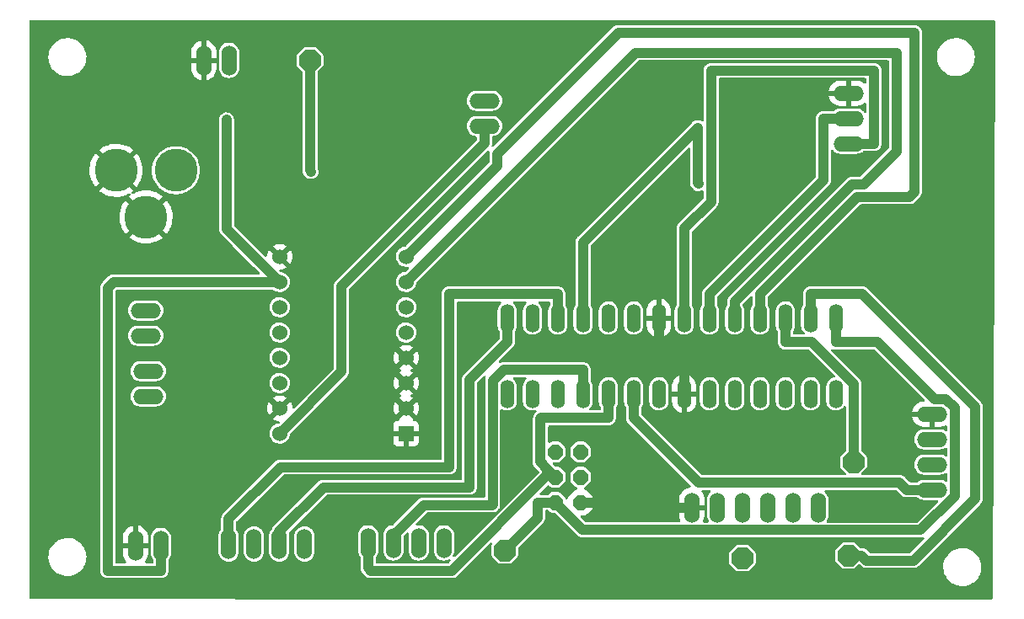
<source format=gbl>
%TF.GenerationSoftware,KiCad,Pcbnew,(6.0.8)*%
%TF.CreationDate,2022-11-16T21:32:55-08:00*%
%TF.ProjectId,T5Cad,54354361-642e-46b6-9963-61645f706362,2.3.1*%
%TF.SameCoordinates,Original*%
%TF.FileFunction,Copper,L2,Bot*%
%TF.FilePolarity,Positive*%
%FSLAX46Y46*%
G04 Gerber Fmt 4.6, Leading zero omitted, Abs format (unit mm)*
G04 Created by KiCad (PCBNEW (6.0.8)) date 2022-11-16 21:32:55*
%MOMM*%
%LPD*%
G01*
G04 APERTURE LIST*
G04 Aperture macros list*
%AMOutline5P*
0 Free polygon, 5 corners , with rotation*
0 The origin of the aperture is its center*
0 number of corners: always 5*
0 $1 to $10 corner X, Y*
0 $11 Rotation angle, in degrees counterclockwise*
0 create outline with 5 corners*
4,1,5,$1,$2,$3,$4,$5,$6,$7,$8,$9,$10,$1,$2,$11*%
%AMOutline6P*
0 Free polygon, 6 corners , with rotation*
0 The origin of the aperture is its center*
0 number of corners: always 6*
0 $1 to $12 corner X, Y*
0 $13 Rotation angle, in degrees counterclockwise*
0 create outline with 6 corners*
4,1,6,$1,$2,$3,$4,$5,$6,$7,$8,$9,$10,$11,$12,$1,$2,$13*%
%AMOutline7P*
0 Free polygon, 7 corners , with rotation*
0 The origin of the aperture is its center*
0 number of corners: always 7*
0 $1 to $14 corner X, Y*
0 $15 Rotation angle, in degrees counterclockwise*
0 create outline with 7 corners*
4,1,7,$1,$2,$3,$4,$5,$6,$7,$8,$9,$10,$11,$12,$13,$14,$1,$2,$15*%
%AMOutline8P*
0 Free polygon, 8 corners , with rotation*
0 The origin of the aperture is its center*
0 number of corners: always 8*
0 $1 to $16 corner X, Y*
0 $17 Rotation angle, in degrees counterclockwise*
0 create outline with 8 corners*
4,1,8,$1,$2,$3,$4,$5,$6,$7,$8,$9,$10,$11,$12,$13,$14,$15,$16,$1,$2,$17*%
G04 Aperture macros list end*
%TA.AperFunction,ComponentPad*%
%ADD10Outline8P,-1.079500X0.447144X-0.447144X1.079500X0.447144X1.079500X1.079500X0.447144X1.079500X-0.447144X0.447144X-1.079500X-0.447144X-1.079500X-1.079500X-0.447144X0.000000*%
%TD*%
%TA.AperFunction,ComponentPad*%
%ADD11O,3.048000X1.524000*%
%TD*%
%TA.AperFunction,ComponentPad*%
%ADD12Outline8P,-0.775000X0.321016X-0.321016X0.775000X0.321016X0.775000X0.775000X0.321016X0.775000X-0.321016X0.321016X-0.775000X-0.321016X-0.775000X-0.775000X-0.321016X270.000000*%
%TD*%
%TA.AperFunction,ComponentPad*%
%ADD13O,1.524000X3.048000*%
%TD*%
%TA.AperFunction,ComponentPad*%
%ADD14R,1.530000X1.530000*%
%TD*%
%TA.AperFunction,ComponentPad*%
%ADD15C,1.530000*%
%TD*%
%TA.AperFunction,ComponentPad*%
%ADD16O,1.422400X2.844800*%
%TD*%
%TA.AperFunction,ComponentPad*%
%ADD17C,4.318000*%
%TD*%
%TA.AperFunction,ViaPad*%
%ADD18C,0.800000*%
%TD*%
%TA.AperFunction,Conductor*%
%ADD19C,1.000000*%
%TD*%
G04 APERTURE END LIST*
D10*
%TO.P,TP3,TP,TP*%
%TO.N,Net-(J3-Pad3)*%
X178308000Y-101600000D03*
%TD*%
D11*
%TO.P,JP2,1,1*%
%TO.N,+5V*%
X188976000Y-59944000D03*
%TO.P,JP2,2,2*%
%TO.N,Net-(JP2-Pad2)*%
X188976000Y-57404000D03*
%TO.P,JP2,3,3*%
%TO.N,GND*%
X188976000Y-54864000D03*
%TD*%
D12*
%TO.P,J1,1,1*%
%TO.N,Net-(J1-Pad1)*%
X159512000Y-90932000D03*
%TO.P,J1,2,2*%
%TO.N,+5V*%
X162052000Y-90932000D03*
%TO.P,J1,3,3*%
%TO.N,Net-(J1-Pad3)*%
X159512000Y-93472000D03*
%TO.P,J1,4,4*%
%TO.N,Net-(J1-Pad4)*%
X162052000Y-93472000D03*
%TO.P,J1,5,5*%
%TO.N,Net-(J1-Pad5)*%
X159512000Y-96012000D03*
%TO.P,J1,6,6*%
%TO.N,GND*%
X162052000Y-96012000D03*
%TD*%
D13*
%TO.P,JP4,1,1*%
%TO.N,Net-(J1-Pad3)*%
X140716000Y-100076000D03*
%TO.P,JP4,2,2*%
%TO.N,Net-(J1-Pad1)*%
X143256000Y-100076000D03*
%TO.P,JP4,3,3*%
%TO.N,Net-(J1-Pad4)*%
X145796000Y-100076000D03*
%TO.P,JP4,4,4*%
%TO.N,Net-(JP4-Pad4)*%
X148336000Y-100076000D03*
%TD*%
D10*
%TO.P,TP4,TP,TP*%
%TO.N,Net-(C6-Pad1)*%
X134874000Y-51562000D03*
%TD*%
%TO.P,TP5,TP,TP*%
%TO.N,Net-(J1-Pad5)*%
X154432000Y-100838000D03*
%TD*%
D14*
%TO.P,U8,1,~{ENABLE}*%
%TO.N,GND*%
X144516600Y-89077800D03*
D15*
%TO.P,U8,2,MS1*%
X144516600Y-86537800D03*
%TO.P,U8,3,MS2*%
X144516600Y-83997800D03*
%TO.P,U8,4,MS3*%
X144516600Y-81457800D03*
%TO.P,U8,5,~{RESET}*%
%TO.N,Net-(U8-Pad5)*%
X144516600Y-78917800D03*
%TO.P,U8,6,~{SLEEP}*%
X144516600Y-76377800D03*
%TO.P,U8,7,STEP*%
%TO.N,Net-(U4-Pad5)*%
X144516600Y-73837800D03*
%TO.P,U8,8,DIR*%
%TO.N,Net-(U4-Pad4)*%
X144516600Y-71297800D03*
%TO.P,U8,9,GND*%
%TO.N,GND*%
X131816600Y-71297800D03*
%TO.P,U8,10,VDD*%
%TO.N,+5V*%
X131816600Y-73837800D03*
%TO.P,U8,11,1B*%
%TO.N,Net-(JP8-Pad2)*%
X131816600Y-76377800D03*
%TO.P,U8,12,1A*%
%TO.N,Net-(JP9-Pad1)*%
X131816600Y-78917800D03*
%TO.P,U8,13,2A*%
%TO.N,Net-(JP9-Pad2)*%
X131816600Y-81457800D03*
%TO.P,U8,14,2B*%
%TO.N,Net-(JP8-Pad1)*%
X131816600Y-83997800D03*
%TO.P,U8,15,GND*%
%TO.N,GND*%
X131816600Y-86537800D03*
%TO.P,U8,16,VMOT*%
%TO.N,Net-(C9-Pad1)*%
X131816600Y-89077800D03*
%TD*%
D11*
%TO.P,JP5,1,1*%
%TO.N,Net-(C9-Pad1)*%
X152400000Y-58166000D03*
%TO.P,JP5,2,2*%
%TO.N,+12V*%
X152400000Y-55626000D03*
%TD*%
%TO.P,JP1,1,1*%
%TO.N,GND*%
X197358000Y-87122000D03*
%TO.P,JP1,2,2*%
%TO.N,Net-(JP1-Pad2)*%
X197358000Y-89662000D03*
%TO.P,JP1,3,3*%
%TO.N,Net-(JP1-Pad3)*%
X197358000Y-92202000D03*
%TO.P,JP1,4,4*%
%TO.N,+5V*%
X197358000Y-94742000D03*
%TD*%
%TO.P,JP8,1,1*%
%TO.N,Net-(JP8-Pad1)*%
X118618000Y-85344000D03*
%TO.P,JP8,2,2*%
%TO.N,Net-(JP8-Pad2)*%
X118618000Y-82804000D03*
%TD*%
D13*
%TO.P,J3,1,1*%
%TO.N,GND*%
X173228000Y-96520000D03*
%TO.P,J3,2,2*%
%TO.N,unconnected-(J3-Pad2)*%
X175768000Y-96520000D03*
%TO.P,J3,3,3*%
%TO.N,Net-(J3-Pad3)*%
X178308000Y-96520000D03*
%TO.P,J3,4,4*%
%TO.N,Net-(J3-Pad4)*%
X180848000Y-96520000D03*
%TO.P,J3,5,5*%
%TO.N,Net-(J3-Pad5)*%
X183388000Y-96520000D03*
%TO.P,J3,6,6*%
%TO.N,unconnected-(J3-Pad6)*%
X185928000Y-96520000D03*
%TD*%
%TO.P,JP6,1,1*%
%TO.N,Net-(C6-Pad1)*%
X126746000Y-51562000D03*
%TO.P,JP6,2,2*%
%TO.N,GND*%
X124206000Y-51562000D03*
%TD*%
D10*
%TO.P,TP1,TP,TP*%
%TO.N,Net-(R2-Pad1)*%
X188976000Y-101346000D03*
%TD*%
D16*
%TO.P,U4,1,PC6/~{RESET}*%
%TO.N,Net-(J1-Pad5)*%
X187706000Y-77470000D03*
%TO.P,U4,2,PD0*%
%TO.N,Net-(R2-Pad1)*%
X185166000Y-77470000D03*
%TO.P,U4,3,PD1*%
%TO.N,Net-(R3-Pad1)*%
X182626000Y-77470000D03*
%TO.P,U4,4,PD2*%
%TO.N,Net-(U4-Pad4)*%
X180086000Y-77470000D03*
%TO.P,U4,5,PD3*%
%TO.N,Net-(U4-Pad5)*%
X177546000Y-77470000D03*
%TO.P,U4,6,PD4*%
%TO.N,Net-(JP2-Pad2)*%
X175006000Y-77470000D03*
%TO.P,U4,7,VCC*%
%TO.N,+5V*%
X172466000Y-77470000D03*
%TO.P,U4,8,GND*%
%TO.N,GND*%
X169926000Y-77470000D03*
%TO.P,U4,9,PB6*%
%TO.N,Net-(C2-Pad2)*%
X167386000Y-77470000D03*
%TO.P,U4,10,PB7*%
%TO.N,Net-(C1-Pad2)*%
X164846000Y-77470000D03*
%TO.P,U4,11,PD5*%
%TO.N,Net-(R4-Pad2)*%
X162306000Y-77470000D03*
%TO.P,U4,12,PD6*%
%TO.N,Net-(JP3-Pad4)*%
X159766000Y-77470000D03*
%TO.P,U4,13,PD7*%
%TO.N,Net-(JP3-Pad3)*%
X157226000Y-77470000D03*
%TO.P,U4,14,PB0*%
%TO.N,Net-(JP3-Pad2)*%
X154686000Y-77470000D03*
%TO.P,U4,15,PB1*%
%TO.N,Net-(JP3-Pad1)*%
X154686000Y-85090000D03*
%TO.P,U4,16,PB2*%
%TO.N,Net-(JP4-Pad4)*%
X157226000Y-85090000D03*
%TO.P,U4,17,PB3*%
%TO.N,Net-(J1-Pad4)*%
X159766000Y-85090000D03*
%TO.P,U4,18,PB4*%
%TO.N,Net-(J1-Pad1)*%
X162306000Y-85090000D03*
%TO.P,U4,19,PB5*%
%TO.N,Net-(J1-Pad3)*%
X164846000Y-85090000D03*
%TO.P,U4,20,AVCC*%
%TO.N,+5V*%
X167386000Y-85090000D03*
%TO.P,U4,21,AREF*%
%TO.N,Net-(C3-Pad1)*%
X169926000Y-85090000D03*
%TO.P,U4,22,GND*%
%TO.N,GND*%
X172466000Y-85090000D03*
%TO.P,U4,23,PC0*%
%TO.N,unconnected-(U4-Pad23)*%
X175006000Y-85090000D03*
%TO.P,U4,24,PC1*%
%TO.N,unconnected-(U4-Pad24)*%
X177546000Y-85090000D03*
%TO.P,U4,25,PC2*%
%TO.N,unconnected-(U4-Pad25)*%
X180086000Y-85090000D03*
%TO.P,U4,26,PC3*%
%TO.N,unconnected-(U4-Pad26)*%
X182626000Y-85090000D03*
%TO.P,U4,27,PC4*%
%TO.N,Net-(JP1-Pad3)*%
X185166000Y-85090000D03*
%TO.P,U4,28,PC5*%
%TO.N,Net-(JP1-Pad2)*%
X187706000Y-85090000D03*
%TD*%
D10*
%TO.P,TP2,TP,TP*%
%TO.N,Net-(R3-Pad1)*%
X189484000Y-91948000D03*
%TD*%
D11*
%TO.P,JP9,1,1*%
%TO.N,Net-(JP9-Pad1)*%
X118364000Y-76708000D03*
%TO.P,JP9,2,2*%
%TO.N,Net-(JP9-Pad2)*%
X118364000Y-79248000D03*
%TD*%
D13*
%TO.P,JP3,1,1*%
%TO.N,Net-(JP3-Pad1)*%
X134315200Y-100177600D03*
%TO.P,JP3,2,2*%
%TO.N,Net-(JP3-Pad2)*%
X131775200Y-100177600D03*
%TO.P,JP3,3,3*%
%TO.N,Net-(JP3-Pad3)*%
X129235200Y-100177600D03*
%TO.P,JP3,4,4*%
%TO.N,Net-(JP3-Pad4)*%
X126695200Y-100177600D03*
%TD*%
%TO.P,JP7,1,1*%
%TO.N,GND*%
X117348000Y-100330000D03*
%TO.P,JP7,2,2*%
%TO.N,+5V*%
X119888000Y-100330000D03*
%TD*%
D17*
%TO.P,J2,GND,GND*%
%TO.N,GND*%
X115395500Y-62621300D03*
%TO.P,J2,GNDBREAK,GNDBREAK*%
X118395500Y-67321300D03*
%TO.P,J2,PWR,PWR*%
%TO.N,+12V*%
X121395500Y-62621300D03*
%TD*%
D18*
%TO.N,+5V*%
X126485000Y-57556400D03*
%TO.N,GND*%
X191262000Y-66548000D03*
X116332000Y-53594000D03*
X123200000Y-65800000D03*
X110998000Y-93472000D03*
X159258000Y-62230000D03*
X198374000Y-75946000D03*
X186944000Y-70612000D03*
X202000000Y-79800000D03*
X124460000Y-93980000D03*
X191008000Y-96266000D03*
X114750000Y-71250000D03*
X146558000Y-54356000D03*
X150622000Y-76962000D03*
%TO.N,Net-(C6-Pad1)*%
X134966000Y-62738000D03*
%TO.N,Net-(R4-Pad2)*%
X173918000Y-63970400D03*
%TD*%
D19*
%TO.N,Net-(R2-Pad1)*%
X190296800Y-101346000D02*
X188976000Y-101346000D01*
X190804800Y-101854000D02*
X190296800Y-101346000D01*
%TO.N,+5V*%
X119888000Y-102870000D02*
X119888000Y-100330000D01*
X114546000Y-100433948D02*
X114554000Y-100441948D01*
X114554000Y-102870000D02*
X119888000Y-102870000D01*
X114546000Y-74430000D02*
X114546000Y-100433948D01*
X131816600Y-73837800D02*
X115138200Y-73837800D01*
X115138200Y-73837800D02*
X114546000Y-74430000D01*
X114554000Y-100441948D02*
X114554000Y-102870000D01*
X175172000Y-65781324D02*
X175172000Y-52578000D01*
X172466000Y-77470000D02*
X172466000Y-68487324D01*
X194834000Y-94742000D02*
X197358000Y-94742000D01*
X131816800Y-73837600D02*
X126485000Y-68506100D01*
X167386000Y-87512400D02*
X173886000Y-94012100D01*
X172466000Y-68487324D02*
X175172000Y-65781324D01*
X173886000Y-94012100D02*
X194104000Y-94012100D01*
X126485000Y-68506100D02*
X126485000Y-57556400D01*
X191516000Y-59944000D02*
X188976000Y-59944000D01*
X191516000Y-52578000D02*
X191516000Y-59944000D01*
X175172000Y-52578000D02*
X191516000Y-52578000D01*
X131816600Y-73837800D02*
X131816800Y-73837600D01*
X194104000Y-94012100D02*
X194834000Y-94742000D01*
X167386000Y-85090000D02*
X167386000Y-87512400D01*
%TO.N,GND*%
X163828000Y-96012000D02*
X162052000Y-96012000D01*
X169926000Y-79892400D02*
X172466000Y-82432400D01*
X169926000Y-77470000D02*
X169926000Y-79892400D01*
X164336000Y-96520000D02*
X163828000Y-96012000D01*
X173228000Y-96520000D02*
X164336000Y-96520000D01*
X172466000Y-82432400D02*
X172466000Y-85090000D01*
%TO.N,Net-(C6-Pad1)*%
X134874000Y-51562000D02*
X134874000Y-62646000D01*
X134874000Y-62646000D02*
X134966000Y-62738000D01*
%TO.N,Net-(C9-Pad1)*%
X152400000Y-58166000D02*
X152400000Y-59928000D01*
X138014000Y-82879900D02*
X131817000Y-89077800D01*
X138014000Y-74313500D02*
X138014000Y-82879900D01*
X152400000Y-59928000D02*
X138014000Y-74313500D01*
X131816600Y-89077800D02*
X131817000Y-89077800D01*
%TO.N,Net-(J1-Pad5)*%
X199636000Y-86494052D02*
X199636000Y-95369948D01*
X187706000Y-79892400D02*
X191906400Y-79892400D01*
X187706000Y-77470000D02*
X187706000Y-79892400D01*
X172565552Y-98763500D02*
X162264000Y-98763500D01*
X191906400Y-79892400D02*
X197620000Y-85606000D01*
X154432000Y-100838000D02*
X157736000Y-97534500D01*
X172600052Y-98798000D02*
X172565552Y-98763500D01*
X199636000Y-95369948D02*
X196207948Y-98798000D01*
X157736000Y-96012000D02*
X159512000Y-96012000D01*
X197620000Y-85606000D02*
X198747948Y-85606000D01*
X198747948Y-85606000D02*
X199636000Y-86494052D01*
X162264000Y-98763500D02*
X159512000Y-96012000D01*
X196207948Y-98798000D02*
X172600052Y-98798000D01*
X157736000Y-97534500D02*
X157736000Y-96012000D01*
%TO.N,Net-(JP3-Pad4)*%
X126695000Y-97653600D02*
X131892600Y-92456000D01*
X131892600Y-92456000D02*
X148844000Y-92456000D01*
X148844000Y-92456000D02*
X148844000Y-75047600D01*
X148844000Y-75047600D02*
X159766000Y-75047600D01*
X126695000Y-100178000D02*
X126695000Y-98915800D01*
X126695000Y-98915800D02*
X126695200Y-98916000D01*
X126695200Y-98916000D02*
X126695200Y-100177600D01*
X159766000Y-75047600D02*
X159766000Y-77470000D01*
X126695000Y-98915800D02*
X126695000Y-97653600D01*
%TO.N,Net-(JP3-Pad2)*%
X136202800Y-94488000D02*
X131775000Y-98915800D01*
X150876000Y-83702400D02*
X150876000Y-94488000D01*
X131775000Y-98915800D02*
X131775200Y-98916000D01*
X131775000Y-98915800D02*
X131775000Y-100178000D01*
X154686000Y-77470000D02*
X154686000Y-79892400D01*
X150876000Y-94488000D02*
X136202800Y-94488000D01*
X154686000Y-79892400D02*
X150876000Y-83702400D01*
X131775200Y-98916000D02*
X131775200Y-100177600D01*
%TO.N,Net-(J1-Pad1)*%
X153221000Y-96207000D02*
X153162000Y-96266000D01*
X154325000Y-82667600D02*
X153221000Y-83771900D01*
X153162000Y-96266000D02*
X146304000Y-96266000D01*
X153221000Y-83771900D02*
X153221000Y-96207000D01*
X146304000Y-96266000D02*
X143256000Y-99314000D01*
X143256000Y-99314000D02*
X143256000Y-100076000D01*
X162306000Y-82667600D02*
X154325000Y-82667600D01*
X162306000Y-85090000D02*
X162306000Y-82667600D01*
%TO.N,Net-(J1-Pad3)*%
X158031000Y-87587000D02*
X158031000Y-90250666D01*
X140716000Y-100076000D02*
X140716000Y-102600000D01*
X140986000Y-102870000D02*
X149098000Y-102870000D01*
X158671000Y-92630500D02*
X159512000Y-93472000D01*
X158671000Y-93297000D02*
X158671000Y-92630500D01*
X158031000Y-90250666D02*
X157983000Y-90298666D01*
X149098000Y-102870000D02*
X158671000Y-93297000D01*
X158105600Y-87512400D02*
X158031000Y-87587000D01*
X164846000Y-87512400D02*
X158105600Y-87512400D01*
X164846000Y-85090000D02*
X164846000Y-87512400D01*
X140716000Y-102600000D02*
X140986000Y-102870000D01*
X157983000Y-91942500D02*
X158671000Y-92630500D01*
X157983000Y-90298666D02*
X157983000Y-91942500D01*
%TO.N,Net-(JP2-Pad2)*%
X175006000Y-75047600D02*
X186452000Y-63601600D01*
X186452000Y-57404000D02*
X188976000Y-57404000D01*
X186452000Y-63601600D02*
X186452000Y-57404000D01*
X175006000Y-77470000D02*
X175006000Y-75047600D01*
%TO.N,Net-(R2-Pad1)*%
X201676000Y-95664471D02*
X195486471Y-101854000D01*
X190363600Y-75047600D02*
X201676000Y-86360000D01*
X195486471Y-101854000D02*
X190804800Y-101854000D01*
X201676000Y-86360000D02*
X201676000Y-95664471D01*
X185166000Y-75047600D02*
X190363600Y-75047600D01*
X185166000Y-77470000D02*
X185166000Y-75047600D01*
%TO.N,Net-(R3-Pad1)*%
X182626000Y-77470000D02*
X182626000Y-79892400D01*
X185302400Y-79892400D02*
X189484000Y-84074000D01*
X182626000Y-79892400D02*
X185302400Y-79892400D01*
X189484000Y-84074000D02*
X189484000Y-91948000D01*
%TO.N,Net-(R4-Pad2)*%
X173819000Y-58337000D02*
X162306000Y-69850000D01*
X173819000Y-63871400D02*
X173819000Y-58337000D01*
X162306000Y-69850000D02*
X162306000Y-77470000D01*
X173918000Y-63970400D02*
X173819000Y-63871400D01*
%TO.N,Net-(U4-Pad4)*%
X195580000Y-48768000D02*
X165862000Y-48768000D01*
X195072000Y-65278000D02*
X195580000Y-64770000D01*
X153654000Y-60976000D02*
X153654000Y-62160400D01*
X180086000Y-77470000D02*
X180086000Y-75047600D01*
X180086000Y-75047600D02*
X189855600Y-65278000D01*
X153654000Y-62160400D02*
X144516600Y-71297800D01*
X195580000Y-64770000D02*
X195580000Y-48768000D01*
X189855600Y-65278000D02*
X195072000Y-65278000D01*
X165862000Y-48768000D02*
X153654000Y-60976000D01*
%TO.N,Net-(U4-Pad5)*%
X193802000Y-50800000D02*
X167554400Y-50800000D01*
X167554400Y-50800000D02*
X144516600Y-73837800D01*
X177546000Y-75814176D02*
X189336176Y-64024000D01*
X193802000Y-60706000D02*
X193802000Y-50800000D01*
X190484000Y-64024000D02*
X193802000Y-60706000D01*
X189336176Y-64024000D02*
X190484000Y-64024000D01*
X177546000Y-77470000D02*
X177546000Y-75814176D01*
%TD*%
%TA.AperFunction,Conductor*%
%TO.N,GND*%
G36*
X163087228Y-47504306D02*
G01*
X203563369Y-47508435D01*
X203631488Y-47528444D01*
X203677975Y-47582104D01*
X203689355Y-47634860D01*
X203551798Y-88392900D01*
X203497774Y-104400494D01*
X203493638Y-105625860D01*
X203473406Y-105693913D01*
X203419594Y-105740225D01*
X203367626Y-105751435D01*
X148166002Y-105745793D01*
X106806487Y-105741565D01*
X106738368Y-105721556D01*
X106691881Y-105667896D01*
X106680500Y-105615565D01*
X106680500Y-101543346D01*
X108589895Y-101543346D01*
X108616159Y-101818628D01*
X108617243Y-101823058D01*
X108617244Y-101823064D01*
X108659524Y-101995845D01*
X108681887Y-102087235D01*
X108683602Y-102091470D01*
X108683603Y-102091472D01*
X108752106Y-102260598D01*
X108785701Y-102343540D01*
X108925427Y-102582174D01*
X108991713Y-102665061D01*
X109079437Y-102774754D01*
X109098138Y-102798139D01*
X109300216Y-102986909D01*
X109527427Y-103144531D01*
X109584459Y-103172904D01*
X109770925Y-103265670D01*
X109770928Y-103265671D01*
X109775012Y-103267703D01*
X110037785Y-103353844D01*
X110042276Y-103354624D01*
X110042277Y-103354624D01*
X110306459Y-103400494D01*
X110306467Y-103400495D01*
X110310240Y-103401150D01*
X110314077Y-103401341D01*
X110396047Y-103405422D01*
X110396055Y-103405422D01*
X110397618Y-103405500D01*
X110570247Y-103405500D01*
X110572515Y-103405335D01*
X110572527Y-103405335D01*
X110722787Y-103394432D01*
X110775807Y-103390585D01*
X110780262Y-103389601D01*
X110780265Y-103389601D01*
X111041379Y-103331952D01*
X111041382Y-103331951D01*
X111045835Y-103330968D01*
X111304430Y-103232996D01*
X111412616Y-103172904D01*
X111542180Y-103100937D01*
X111542181Y-103100937D01*
X111546173Y-103098719D01*
X111670082Y-103004155D01*
X111762375Y-102933720D01*
X111762379Y-102933716D01*
X111766000Y-102930953D01*
X111780401Y-102916222D01*
X111956120Y-102736469D01*
X111959306Y-102733210D01*
X112106452Y-102531053D01*
X112119355Y-102513326D01*
X112119355Y-102513325D01*
X112122043Y-102509633D01*
X112250800Y-102264906D01*
X112342881Y-102004155D01*
X112378574Y-101823064D01*
X112395475Y-101737315D01*
X112395476Y-101737309D01*
X112396356Y-101732843D01*
X112399296Y-101673785D01*
X112409878Y-101461223D01*
X112409878Y-101461217D01*
X112410105Y-101456654D01*
X112383841Y-101181372D01*
X112378084Y-101157842D01*
X112336119Y-100986349D01*
X112318113Y-100912765D01*
X112312424Y-100898718D01*
X112216012Y-100660689D01*
X112216012Y-100660688D01*
X112214299Y-100656460D01*
X112074573Y-100417826D01*
X112066265Y-100407437D01*
X113786826Y-100407437D01*
X113787419Y-100414728D01*
X113787419Y-100414731D01*
X113791085Y-100459796D01*
X113791500Y-100470011D01*
X113791500Y-100478001D01*
X113791925Y-100481645D01*
X113794771Y-100506061D01*
X113795204Y-100510435D01*
X113799085Y-100558145D01*
X113799500Y-100568361D01*
X113799500Y-102842316D01*
X113799258Y-102850118D01*
X113795476Y-102911080D01*
X113796716Y-102918295D01*
X113796716Y-102918300D01*
X113806337Y-102974291D01*
X113807309Y-102981036D01*
X113813890Y-103037482D01*
X113814738Y-103044754D01*
X113817235Y-103051634D01*
X113817236Y-103051637D01*
X113817940Y-103053576D01*
X113823682Y-103075232D01*
X113825271Y-103084477D01*
X113828137Y-103091211D01*
X113828137Y-103091213D01*
X113850383Y-103143495D01*
X113852881Y-103149836D01*
X113874768Y-103210134D01*
X113878781Y-103216256D01*
X113878783Y-103216259D01*
X113879915Y-103217986D01*
X113890480Y-103237731D01*
X113891288Y-103239629D01*
X113894156Y-103246368D01*
X113898493Y-103252262D01*
X113898494Y-103252263D01*
X113932173Y-103298028D01*
X113936061Y-103303623D01*
X113967217Y-103351142D01*
X113967220Y-103351145D01*
X113971234Y-103357268D01*
X113976551Y-103362305D01*
X113976552Y-103362306D01*
X113978045Y-103363721D01*
X113992871Y-103380507D01*
X113998437Y-103388071D01*
X114004015Y-103392810D01*
X114004017Y-103392812D01*
X114047322Y-103429602D01*
X114052395Y-103434154D01*
X114093641Y-103473226D01*
X114093644Y-103473229D01*
X114098960Y-103478264D01*
X114105291Y-103481941D01*
X114107069Y-103482974D01*
X114125367Y-103495905D01*
X114126941Y-103497243D01*
X114126945Y-103497246D01*
X114132520Y-103501982D01*
X114187085Y-103529844D01*
X114189635Y-103531146D01*
X114195621Y-103534410D01*
X114244762Y-103562954D01*
X114244770Y-103562957D01*
X114251096Y-103566632D01*
X114258097Y-103568753D01*
X114258103Y-103568755D01*
X114260082Y-103569354D01*
X114280853Y-103577725D01*
X114282691Y-103578664D01*
X114282696Y-103578666D01*
X114289212Y-103581993D01*
X114296318Y-103583732D01*
X114296321Y-103583733D01*
X114351516Y-103597239D01*
X114358088Y-103599037D01*
X114419480Y-103617630D01*
X114428083Y-103618164D01*
X114428846Y-103618211D01*
X114450982Y-103621579D01*
X114454649Y-103622476D01*
X114454658Y-103622477D01*
X114460108Y-103623811D01*
X114467801Y-103624288D01*
X114469275Y-103624380D01*
X114469284Y-103624380D01*
X114471214Y-103624500D01*
X114526316Y-103624500D01*
X114534118Y-103624742D01*
X114595080Y-103628524D01*
X114607908Y-103626320D01*
X114629244Y-103624500D01*
X119860316Y-103624500D01*
X119868118Y-103624742D01*
X119929080Y-103628524D01*
X119936295Y-103627284D01*
X119936300Y-103627284D01*
X119992291Y-103617663D01*
X119999036Y-103616691D01*
X120055482Y-103610110D01*
X120055483Y-103610110D01*
X120062754Y-103609262D01*
X120069634Y-103606765D01*
X120069637Y-103606764D01*
X120071576Y-103606060D01*
X120093232Y-103600318D01*
X120102477Y-103598729D01*
X120117605Y-103592292D01*
X120161495Y-103573617D01*
X120167836Y-103571119D01*
X120190360Y-103562943D01*
X120228134Y-103549232D01*
X120234257Y-103545218D01*
X120234259Y-103545217D01*
X120235986Y-103544085D01*
X120255731Y-103533520D01*
X120257629Y-103532712D01*
X120257631Y-103532711D01*
X120264368Y-103529844D01*
X120278551Y-103519407D01*
X120316028Y-103491827D01*
X120321623Y-103487939D01*
X120369142Y-103456783D01*
X120369145Y-103456780D01*
X120375268Y-103452766D01*
X120380306Y-103447448D01*
X120381721Y-103445955D01*
X120398507Y-103431129D01*
X120406071Y-103425563D01*
X120426812Y-103401150D01*
X120447602Y-103376678D01*
X120452154Y-103371605D01*
X120491226Y-103330359D01*
X120491229Y-103330356D01*
X120496264Y-103325040D01*
X120500974Y-103316931D01*
X120513905Y-103298633D01*
X120515243Y-103297059D01*
X120515246Y-103297055D01*
X120519982Y-103291480D01*
X120549148Y-103234361D01*
X120552410Y-103228379D01*
X120580954Y-103179238D01*
X120580957Y-103179230D01*
X120584632Y-103172904D01*
X120586753Y-103165903D01*
X120586755Y-103165897D01*
X120587354Y-103163918D01*
X120595725Y-103143147D01*
X120596664Y-103141309D01*
X120596666Y-103141304D01*
X120599993Y-103134788D01*
X120608277Y-103100937D01*
X120615239Y-103072484D01*
X120617037Y-103065911D01*
X120633509Y-103011523D01*
X120635630Y-103004520D01*
X120636211Y-102995154D01*
X120639579Y-102973018D01*
X120640476Y-102969351D01*
X120640477Y-102969342D01*
X120641811Y-102963892D01*
X120642500Y-102952786D01*
X120642500Y-102897684D01*
X120642742Y-102889882D01*
X120646070Y-102836231D01*
X120646524Y-102828920D01*
X120644320Y-102816092D01*
X120642500Y-102794756D01*
X120642500Y-101820143D01*
X120662502Y-101752022D01*
X120671978Y-101739152D01*
X120726827Y-101673785D01*
X120730786Y-101669067D01*
X120826821Y-101494379D01*
X120838492Y-101457589D01*
X120885234Y-101310242D01*
X120885235Y-101310239D01*
X120887098Y-101304365D01*
X120904500Y-101149216D01*
X120904500Y-100989757D01*
X125678700Y-100989757D01*
X125679000Y-100992813D01*
X125679000Y-100992820D01*
X125684042Y-101044237D01*
X125693235Y-101137994D01*
X125695016Y-101143893D01*
X125695017Y-101143898D01*
X125732231Y-101267157D01*
X125750852Y-101328832D01*
X125792956Y-101408018D01*
X125840812Y-101498022D01*
X125844439Y-101504844D01*
X125848329Y-101509614D01*
X125848332Y-101509618D01*
X125966537Y-101654551D01*
X125966540Y-101654554D01*
X125970432Y-101659326D01*
X125975180Y-101663254D01*
X125975181Y-101663255D01*
X125996468Y-101680865D01*
X126124030Y-101786394D01*
X126299385Y-101881208D01*
X126489815Y-101940156D01*
X126495940Y-101940800D01*
X126495941Y-101940800D01*
X126681940Y-101960349D01*
X126681942Y-101960349D01*
X126688069Y-101960993D01*
X126810948Y-101949810D01*
X126880454Y-101943485D01*
X126880455Y-101943485D01*
X126886595Y-101942926D01*
X126892509Y-101941185D01*
X126892511Y-101941185D01*
X127022661Y-101902879D01*
X127077830Y-101886642D01*
X127254491Y-101794286D01*
X127260663Y-101789324D01*
X127387027Y-101687724D01*
X127409849Y-101669375D01*
X127537986Y-101516667D01*
X127634021Y-101341979D01*
X127642123Y-101316438D01*
X127692434Y-101157842D01*
X127692435Y-101157839D01*
X127694298Y-101151965D01*
X127711700Y-100996816D01*
X127711700Y-100989757D01*
X128218700Y-100989757D01*
X128219000Y-100992813D01*
X128219000Y-100992820D01*
X128224042Y-101044237D01*
X128233235Y-101137994D01*
X128235016Y-101143893D01*
X128235017Y-101143898D01*
X128272231Y-101267157D01*
X128290852Y-101328832D01*
X128332956Y-101408018D01*
X128380812Y-101498022D01*
X128384439Y-101504844D01*
X128388329Y-101509614D01*
X128388332Y-101509618D01*
X128506537Y-101654551D01*
X128506540Y-101654554D01*
X128510432Y-101659326D01*
X128515180Y-101663254D01*
X128515181Y-101663255D01*
X128536468Y-101680865D01*
X128664030Y-101786394D01*
X128839385Y-101881208D01*
X129029815Y-101940156D01*
X129035940Y-101940800D01*
X129035941Y-101940800D01*
X129221940Y-101960349D01*
X129221942Y-101960349D01*
X129228069Y-101960993D01*
X129350948Y-101949810D01*
X129420454Y-101943485D01*
X129420455Y-101943485D01*
X129426595Y-101942926D01*
X129432509Y-101941185D01*
X129432511Y-101941185D01*
X129562661Y-101902879D01*
X129617830Y-101886642D01*
X129794491Y-101794286D01*
X129800663Y-101789324D01*
X129927027Y-101687724D01*
X129949849Y-101669375D01*
X130077986Y-101516667D01*
X130174021Y-101341979D01*
X130182123Y-101316438D01*
X130232434Y-101157842D01*
X130232435Y-101157839D01*
X130234298Y-101151965D01*
X130251700Y-100996816D01*
X130251700Y-99365443D01*
X130251354Y-99361909D01*
X130241738Y-99263843D01*
X130237165Y-99217206D01*
X130235383Y-99211303D01*
X130235383Y-99211302D01*
X130181329Y-99032267D01*
X130179548Y-99026368D01*
X130128663Y-98930667D01*
X130088855Y-98855798D01*
X130088853Y-98855795D01*
X130085961Y-98850356D01*
X130082071Y-98845586D01*
X130082068Y-98845582D01*
X129963863Y-98700649D01*
X129963860Y-98700646D01*
X129959968Y-98695874D01*
X129905740Y-98651012D01*
X129842927Y-98599049D01*
X129806370Y-98568806D01*
X129631015Y-98473992D01*
X129440585Y-98415044D01*
X129434460Y-98414400D01*
X129434459Y-98414400D01*
X129248460Y-98394851D01*
X129248458Y-98394851D01*
X129242331Y-98394207D01*
X129119452Y-98405390D01*
X129049946Y-98411715D01*
X129049945Y-98411715D01*
X129043805Y-98412274D01*
X129037891Y-98414015D01*
X129037889Y-98414015D01*
X128921393Y-98448302D01*
X128852570Y-98468558D01*
X128675909Y-98560914D01*
X128671109Y-98564774D01*
X128671108Y-98564774D01*
X128669067Y-98566415D01*
X128520551Y-98685825D01*
X128392414Y-98838533D01*
X128296379Y-99013221D01*
X128294518Y-99019088D01*
X128294517Y-99019090D01*
X128243864Y-99178768D01*
X128236102Y-99203235D01*
X128218700Y-99358384D01*
X128218700Y-100989757D01*
X127711700Y-100989757D01*
X127711700Y-99365443D01*
X127711354Y-99361909D01*
X127701738Y-99263843D01*
X127697165Y-99217206D01*
X127695383Y-99211303D01*
X127695383Y-99211302D01*
X127641329Y-99032267D01*
X127639548Y-99026368D01*
X127588663Y-98930667D01*
X127548855Y-98855798D01*
X127548853Y-98855795D01*
X127545961Y-98850356D01*
X127542071Y-98845586D01*
X127542068Y-98845582D01*
X127477857Y-98766853D01*
X127450303Y-98701422D01*
X127449500Y-98687217D01*
X127449500Y-98018315D01*
X127469502Y-97950194D01*
X127486405Y-97929220D01*
X132168219Y-93247405D01*
X132230531Y-93213379D01*
X132257314Y-93210500D01*
X148816316Y-93210500D01*
X148824118Y-93210742D01*
X148885080Y-93214524D01*
X148892295Y-93213284D01*
X148892300Y-93213284D01*
X148948291Y-93203663D01*
X148955036Y-93202691D01*
X149011482Y-93196110D01*
X149011483Y-93196110D01*
X149018754Y-93195262D01*
X149025634Y-93192765D01*
X149025637Y-93192764D01*
X149027576Y-93192060D01*
X149049232Y-93186318D01*
X149058477Y-93184729D01*
X149065213Y-93181863D01*
X149117495Y-93159617D01*
X149123836Y-93157119D01*
X149130003Y-93154881D01*
X149184134Y-93135232D01*
X149190256Y-93131219D01*
X149190259Y-93131217D01*
X149191986Y-93130085D01*
X149211731Y-93119520D01*
X149213629Y-93118712D01*
X149213631Y-93118711D01*
X149220368Y-93115844D01*
X149272028Y-93077827D01*
X149277623Y-93073939D01*
X149325142Y-93042783D01*
X149325145Y-93042780D01*
X149331268Y-93038766D01*
X149336306Y-93033448D01*
X149337721Y-93031955D01*
X149354507Y-93017129D01*
X149362071Y-93011563D01*
X149376974Y-92994022D01*
X149403602Y-92962678D01*
X149408154Y-92957605D01*
X149447226Y-92916359D01*
X149447229Y-92916356D01*
X149452264Y-92911040D01*
X149456974Y-92902931D01*
X149469905Y-92884633D01*
X149471243Y-92883059D01*
X149471246Y-92883055D01*
X149475982Y-92877480D01*
X149505148Y-92820361D01*
X149508410Y-92814379D01*
X149536954Y-92765238D01*
X149536957Y-92765230D01*
X149540632Y-92758904D01*
X149542753Y-92751903D01*
X149542755Y-92751897D01*
X149543354Y-92749918D01*
X149551725Y-92729147D01*
X149552664Y-92727309D01*
X149552666Y-92727304D01*
X149555993Y-92720788D01*
X149571239Y-92658482D01*
X149573037Y-92651911D01*
X149589509Y-92597523D01*
X149591630Y-92590520D01*
X149592211Y-92581154D01*
X149595579Y-92559018D01*
X149596476Y-92555351D01*
X149596477Y-92555342D01*
X149597811Y-92549892D01*
X149598500Y-92538786D01*
X149598500Y-92483684D01*
X149598742Y-92475882D01*
X149602524Y-92414920D01*
X149600320Y-92402092D01*
X149598500Y-92380756D01*
X149598500Y-75928100D01*
X149618502Y-75859979D01*
X149672158Y-75813486D01*
X149724500Y-75802100D01*
X153975544Y-75802100D01*
X154043665Y-75822102D01*
X154090158Y-75875758D01*
X154100262Y-75946032D01*
X154070768Y-76010612D01*
X154062117Y-76019648D01*
X154018700Y-76060706D01*
X153951200Y-76124538D01*
X153947538Y-76129768D01*
X153947537Y-76129769D01*
X153891076Y-76210404D01*
X153838672Y-76285244D01*
X153760757Y-76465296D01*
X153759451Y-76471546D01*
X153759451Y-76471547D01*
X153729779Y-76613578D01*
X153720637Y-76657336D01*
X153720300Y-76663767D01*
X153720300Y-78230227D01*
X153720623Y-78233406D01*
X153731901Y-78344431D01*
X153735146Y-78376382D01*
X153793814Y-78563592D01*
X153888927Y-78735180D01*
X153901170Y-78749464D01*
X153930313Y-78814201D01*
X153931500Y-78831459D01*
X153931500Y-79527686D01*
X153911498Y-79595807D01*
X153894595Y-79616781D01*
X150389700Y-83121676D01*
X150375287Y-83134063D01*
X150357929Y-83146837D01*
X150331144Y-83178366D01*
X150323911Y-83186879D01*
X150316981Y-83194395D01*
X150311338Y-83200038D01*
X150293806Y-83222198D01*
X150291039Y-83225573D01*
X150244018Y-83280920D01*
X150240689Y-83287440D01*
X150237369Y-83292418D01*
X150234236Y-83297491D01*
X150229693Y-83303233D01*
X150226593Y-83309866D01*
X150198947Y-83369017D01*
X150197016Y-83372967D01*
X150164007Y-83437612D01*
X150162267Y-83444722D01*
X150160177Y-83450342D01*
X150158297Y-83455993D01*
X150155199Y-83462622D01*
X150153709Y-83469786D01*
X150153708Y-83469789D01*
X150148307Y-83495758D01*
X150140724Y-83532219D01*
X150140415Y-83533703D01*
X150139449Y-83537973D01*
X150122189Y-83608508D01*
X150121500Y-83619614D01*
X150121466Y-83619612D01*
X150121223Y-83623671D01*
X150120863Y-83627705D01*
X150119372Y-83634873D01*
X150119570Y-83642190D01*
X150121454Y-83711815D01*
X150121500Y-83715223D01*
X150121500Y-93607500D01*
X150101498Y-93675621D01*
X150047842Y-93722114D01*
X149995500Y-93733500D01*
X136269565Y-93733500D01*
X136250615Y-93732067D01*
X136236545Y-93729926D01*
X136236541Y-93729926D01*
X136229311Y-93728826D01*
X136222020Y-93729419D01*
X136222017Y-93729419D01*
X136176952Y-93733085D01*
X136166737Y-93733500D01*
X136158747Y-93733500D01*
X136151498Y-93734345D01*
X136130687Y-93736771D01*
X136126313Y-93737204D01*
X136061251Y-93742496D01*
X136061248Y-93742497D01*
X136053953Y-93743090D01*
X136046993Y-93745345D01*
X136041116Y-93746519D01*
X136035313Y-93747891D01*
X136028046Y-93748738D01*
X135959763Y-93773524D01*
X135955676Y-93774927D01*
X135886578Y-93797311D01*
X135880317Y-93801110D01*
X135874868Y-93803605D01*
X135869542Y-93806272D01*
X135862666Y-93808768D01*
X135848285Y-93818197D01*
X135801945Y-93848579D01*
X135798224Y-93850926D01*
X135740970Y-93885668D01*
X135740966Y-93885671D01*
X135736167Y-93888583D01*
X135727827Y-93895949D01*
X135727804Y-93895923D01*
X135724761Y-93898623D01*
X135721657Y-93901218D01*
X135715532Y-93905234D01*
X135664464Y-93959143D01*
X135662567Y-93961145D01*
X135660189Y-93963587D01*
X131288700Y-98335076D01*
X131274287Y-98347463D01*
X131256929Y-98360237D01*
X131252186Y-98365820D01*
X131240837Y-98379179D01*
X131228218Y-98392043D01*
X131215081Y-98403645D01*
X131209595Y-98408490D01*
X131203676Y-98416866D01*
X131181459Y-98448302D01*
X131174590Y-98457157D01*
X131143018Y-98494320D01*
X131139689Y-98500839D01*
X131136372Y-98505813D01*
X131133234Y-98510893D01*
X131128693Y-98516633D01*
X131124714Y-98525146D01*
X131113467Y-98544508D01*
X131108053Y-98552169D01*
X131105315Y-98558964D01*
X131105314Y-98558965D01*
X131089831Y-98597384D01*
X131085181Y-98607588D01*
X131071939Y-98633521D01*
X131063007Y-98651012D01*
X131061267Y-98658124D01*
X131059171Y-98663759D01*
X131057297Y-98669393D01*
X131054199Y-98676022D01*
X131053105Y-98681281D01*
X131030656Y-98721453D01*
X130932414Y-98838533D01*
X130836379Y-99013221D01*
X130834518Y-99019088D01*
X130834517Y-99019090D01*
X130783864Y-99178768D01*
X130776102Y-99203235D01*
X130758700Y-99358384D01*
X130758700Y-100989757D01*
X130759000Y-100992813D01*
X130759000Y-100992820D01*
X130764042Y-101044237D01*
X130773235Y-101137994D01*
X130775016Y-101143893D01*
X130775017Y-101143898D01*
X130812231Y-101267157D01*
X130830852Y-101328832D01*
X130872956Y-101408018D01*
X130920812Y-101498022D01*
X130924439Y-101504844D01*
X130928329Y-101509614D01*
X130928332Y-101509618D01*
X131046537Y-101654551D01*
X131046540Y-101654554D01*
X131050432Y-101659326D01*
X131055180Y-101663254D01*
X131055181Y-101663255D01*
X131076468Y-101680865D01*
X131204030Y-101786394D01*
X131379385Y-101881208D01*
X131569815Y-101940156D01*
X131575940Y-101940800D01*
X131575941Y-101940800D01*
X131761940Y-101960349D01*
X131761942Y-101960349D01*
X131768069Y-101960993D01*
X131890948Y-101949810D01*
X131960454Y-101943485D01*
X131960455Y-101943485D01*
X131966595Y-101942926D01*
X131972509Y-101941185D01*
X131972511Y-101941185D01*
X132102661Y-101902879D01*
X132157830Y-101886642D01*
X132334491Y-101794286D01*
X132340663Y-101789324D01*
X132467027Y-101687724D01*
X132489849Y-101669375D01*
X132617986Y-101516667D01*
X132714021Y-101341979D01*
X132722123Y-101316438D01*
X132772434Y-101157842D01*
X132772435Y-101157839D01*
X132774298Y-101151965D01*
X132791700Y-100996816D01*
X132791700Y-100989757D01*
X133298700Y-100989757D01*
X133299000Y-100992813D01*
X133299000Y-100992820D01*
X133304042Y-101044237D01*
X133313235Y-101137994D01*
X133315016Y-101143893D01*
X133315017Y-101143898D01*
X133352231Y-101267157D01*
X133370852Y-101328832D01*
X133412956Y-101408018D01*
X133460812Y-101498022D01*
X133464439Y-101504844D01*
X133468329Y-101509614D01*
X133468332Y-101509618D01*
X133586537Y-101654551D01*
X133586540Y-101654554D01*
X133590432Y-101659326D01*
X133595180Y-101663254D01*
X133595181Y-101663255D01*
X133616468Y-101680865D01*
X133744030Y-101786394D01*
X133919385Y-101881208D01*
X134109815Y-101940156D01*
X134115940Y-101940800D01*
X134115941Y-101940800D01*
X134301940Y-101960349D01*
X134301942Y-101960349D01*
X134308069Y-101960993D01*
X134430948Y-101949810D01*
X134500454Y-101943485D01*
X134500455Y-101943485D01*
X134506595Y-101942926D01*
X134512509Y-101941185D01*
X134512511Y-101941185D01*
X134642661Y-101902879D01*
X134697830Y-101886642D01*
X134874491Y-101794286D01*
X134880663Y-101789324D01*
X135007027Y-101687724D01*
X135029849Y-101669375D01*
X135157986Y-101516667D01*
X135254021Y-101341979D01*
X135262123Y-101316438D01*
X135312434Y-101157842D01*
X135312435Y-101157839D01*
X135314298Y-101151965D01*
X135331700Y-100996816D01*
X135331700Y-99365443D01*
X135331354Y-99361909D01*
X135321738Y-99263843D01*
X135317165Y-99217206D01*
X135315383Y-99211303D01*
X135315383Y-99211302D01*
X135261329Y-99032267D01*
X135259548Y-99026368D01*
X135208663Y-98930667D01*
X135168855Y-98855798D01*
X135168853Y-98855795D01*
X135165961Y-98850356D01*
X135162071Y-98845586D01*
X135162068Y-98845582D01*
X135043863Y-98700649D01*
X135043860Y-98700646D01*
X135039968Y-98695874D01*
X134985740Y-98651012D01*
X134922927Y-98599049D01*
X134886370Y-98568806D01*
X134711015Y-98473992D01*
X134520585Y-98415044D01*
X134514460Y-98414400D01*
X134514459Y-98414400D01*
X134328460Y-98394851D01*
X134328458Y-98394851D01*
X134322331Y-98394207D01*
X134199452Y-98405390D01*
X134129946Y-98411715D01*
X134129945Y-98411715D01*
X134123805Y-98412274D01*
X134117891Y-98414015D01*
X134117889Y-98414015D01*
X134001393Y-98448302D01*
X133932570Y-98468558D01*
X133755909Y-98560914D01*
X133751109Y-98564774D01*
X133751108Y-98564774D01*
X133749067Y-98566415D01*
X133600551Y-98685825D01*
X133472414Y-98838533D01*
X133376379Y-99013221D01*
X133374518Y-99019088D01*
X133374517Y-99019090D01*
X133323864Y-99178768D01*
X133316102Y-99203235D01*
X133298700Y-99358384D01*
X133298700Y-100989757D01*
X132791700Y-100989757D01*
X132791700Y-99365443D01*
X132791354Y-99361909D01*
X132781738Y-99263843D01*
X132777165Y-99217206D01*
X132744105Y-99107704D01*
X132743564Y-99036711D01*
X132775632Y-98982193D01*
X136478419Y-95279405D01*
X136540731Y-95245379D01*
X136567514Y-95242500D01*
X150848316Y-95242500D01*
X150856118Y-95242742D01*
X150917080Y-95246524D01*
X150924295Y-95245284D01*
X150924300Y-95245284D01*
X150980291Y-95235663D01*
X150987036Y-95234691D01*
X151043482Y-95228110D01*
X151043483Y-95228110D01*
X151050754Y-95227262D01*
X151057634Y-95224765D01*
X151057637Y-95224764D01*
X151059576Y-95224060D01*
X151081232Y-95218318D01*
X151090477Y-95216729D01*
X151134028Y-95198198D01*
X151149495Y-95191617D01*
X151155836Y-95189119D01*
X151170374Y-95183842D01*
X151216134Y-95167232D01*
X151222256Y-95163219D01*
X151222259Y-95163217D01*
X151223986Y-95162085D01*
X151243731Y-95151520D01*
X151245629Y-95150712D01*
X151245631Y-95150711D01*
X151252368Y-95147844D01*
X151298945Y-95113568D01*
X151304028Y-95109827D01*
X151309623Y-95105939D01*
X151357142Y-95074783D01*
X151357145Y-95074780D01*
X151363268Y-95070766D01*
X151368306Y-95065448D01*
X151369721Y-95063955D01*
X151386507Y-95049129D01*
X151394071Y-95043563D01*
X151400665Y-95035802D01*
X151435602Y-94994678D01*
X151440154Y-94989605D01*
X151479226Y-94948359D01*
X151479229Y-94948356D01*
X151484264Y-94943040D01*
X151488974Y-94934931D01*
X151501905Y-94916633D01*
X151503243Y-94915059D01*
X151503246Y-94915055D01*
X151507982Y-94909480D01*
X151537148Y-94852361D01*
X151540410Y-94846379D01*
X151568954Y-94797238D01*
X151568957Y-94797230D01*
X151572632Y-94790904D01*
X151574753Y-94783903D01*
X151574755Y-94783897D01*
X151575354Y-94781918D01*
X151583725Y-94761147D01*
X151584664Y-94759309D01*
X151584666Y-94759304D01*
X151587993Y-94752788D01*
X151590356Y-94743135D01*
X151603239Y-94690484D01*
X151605037Y-94683911D01*
X151621509Y-94629523D01*
X151623630Y-94622520D01*
X151624211Y-94613154D01*
X151627579Y-94591018D01*
X151628476Y-94587351D01*
X151628477Y-94587342D01*
X151629811Y-94581892D01*
X151630500Y-94570786D01*
X151630500Y-94515684D01*
X151630742Y-94507882D01*
X151634524Y-94446920D01*
X151632320Y-94434092D01*
X151630500Y-94412756D01*
X151630500Y-84067115D01*
X151650502Y-83998994D01*
X151667405Y-83978020D01*
X152331680Y-83313745D01*
X152393992Y-83279719D01*
X152464807Y-83284784D01*
X152521643Y-83327331D01*
X152546454Y-83393851D01*
X152532992Y-83460139D01*
X152509007Y-83507112D01*
X152507267Y-83514222D01*
X152505165Y-83519875D01*
X152503266Y-83525587D01*
X152500167Y-83532219D01*
X152498677Y-83539389D01*
X152498676Y-83539391D01*
X152485409Y-83603221D01*
X152484435Y-83607528D01*
X152468523Y-83672554D01*
X152468522Y-83672560D01*
X152467189Y-83678008D01*
X152466500Y-83689114D01*
X152466467Y-83689112D01*
X152466225Y-83693134D01*
X152465853Y-83697307D01*
X152464363Y-83704476D01*
X152464562Y-83711797D01*
X152464562Y-83711798D01*
X152466453Y-83781341D01*
X152466500Y-83784766D01*
X152466500Y-95385500D01*
X152446498Y-95453621D01*
X152392842Y-95500114D01*
X152340500Y-95511500D01*
X146370765Y-95511500D01*
X146351815Y-95510067D01*
X146337745Y-95507926D01*
X146337741Y-95507926D01*
X146330511Y-95506826D01*
X146323220Y-95507419D01*
X146323217Y-95507419D01*
X146278152Y-95511085D01*
X146267937Y-95511500D01*
X146259947Y-95511500D01*
X146252698Y-95512345D01*
X146231887Y-95514771D01*
X146227513Y-95515204D01*
X146162451Y-95520496D01*
X146162448Y-95520497D01*
X146155153Y-95521090D01*
X146148193Y-95523345D01*
X146142316Y-95524519D01*
X146136513Y-95525891D01*
X146129246Y-95526738D01*
X146060963Y-95551524D01*
X146056876Y-95552927D01*
X145987778Y-95575311D01*
X145981517Y-95579110D01*
X145976068Y-95581605D01*
X145970742Y-95584272D01*
X145963866Y-95586768D01*
X145919200Y-95616053D01*
X145903145Y-95626579D01*
X145899424Y-95628926D01*
X145842170Y-95663668D01*
X145842166Y-95663671D01*
X145837367Y-95666583D01*
X145833157Y-95670301D01*
X145833156Y-95670302D01*
X145829056Y-95673923D01*
X145829027Y-95673949D01*
X145829004Y-95673923D01*
X145825961Y-95676623D01*
X145822857Y-95679218D01*
X145816732Y-95683234D01*
X145811698Y-95688548D01*
X145763767Y-95739145D01*
X145761389Y-95741587D01*
X143237339Y-98265637D01*
X143175027Y-98299663D01*
X143159666Y-98302023D01*
X143111799Y-98306379D01*
X143070746Y-98310115D01*
X143070745Y-98310115D01*
X143064605Y-98310674D01*
X143058691Y-98312415D01*
X143058689Y-98312415D01*
X142973452Y-98337502D01*
X142873370Y-98366958D01*
X142696709Y-98459314D01*
X142691909Y-98463174D01*
X142691908Y-98463174D01*
X142687378Y-98466816D01*
X142541351Y-98584225D01*
X142413214Y-98736933D01*
X142317179Y-98911621D01*
X142315318Y-98917488D01*
X142315317Y-98917490D01*
X142269634Y-99061500D01*
X142256902Y-99101635D01*
X142239500Y-99256784D01*
X142239500Y-100888157D01*
X142239800Y-100891213D01*
X142239800Y-100891220D01*
X142241497Y-100908528D01*
X142254035Y-101036394D01*
X142255816Y-101042293D01*
X142255817Y-101042298D01*
X142303051Y-101198744D01*
X142311652Y-101227232D01*
X142334647Y-101270479D01*
X142400504Y-101394338D01*
X142405239Y-101403244D01*
X142409129Y-101408014D01*
X142409132Y-101408018D01*
X142527337Y-101552951D01*
X142527340Y-101552954D01*
X142531232Y-101557726D01*
X142684830Y-101684794D01*
X142860185Y-101779608D01*
X143050615Y-101838556D01*
X143056740Y-101839200D01*
X143056741Y-101839200D01*
X143242740Y-101858749D01*
X143242742Y-101858749D01*
X143248869Y-101859393D01*
X143371748Y-101848210D01*
X143441254Y-101841885D01*
X143441255Y-101841885D01*
X143447395Y-101841326D01*
X143453309Y-101839585D01*
X143453311Y-101839585D01*
X143632711Y-101786784D01*
X143632710Y-101786784D01*
X143638630Y-101785042D01*
X143815291Y-101692686D01*
X143821463Y-101687724D01*
X143965849Y-101571634D01*
X143970649Y-101567775D01*
X144098786Y-101415067D01*
X144194821Y-101240379D01*
X144196683Y-101234510D01*
X144253234Y-101056242D01*
X144253235Y-101056239D01*
X144255098Y-101050365D01*
X144272500Y-100895216D01*
X144272500Y-99416715D01*
X144292502Y-99348594D01*
X144309405Y-99327620D01*
X144575525Y-99061500D01*
X144637837Y-99027474D01*
X144708652Y-99032539D01*
X144765488Y-99075086D01*
X144790299Y-99141606D01*
X144789835Y-99164639D01*
X144787589Y-99184667D01*
X144779500Y-99256784D01*
X144779500Y-100888157D01*
X144779800Y-100891213D01*
X144779800Y-100891220D01*
X144781497Y-100908528D01*
X144794035Y-101036394D01*
X144795816Y-101042293D01*
X144795817Y-101042298D01*
X144843051Y-101198744D01*
X144851652Y-101227232D01*
X144874647Y-101270479D01*
X144940504Y-101394338D01*
X144945239Y-101403244D01*
X144949129Y-101408014D01*
X144949132Y-101408018D01*
X145067337Y-101552951D01*
X145067340Y-101552954D01*
X145071232Y-101557726D01*
X145224830Y-101684794D01*
X145400185Y-101779608D01*
X145590615Y-101838556D01*
X145596740Y-101839200D01*
X145596741Y-101839200D01*
X145782740Y-101858749D01*
X145782742Y-101858749D01*
X145788869Y-101859393D01*
X145911748Y-101848210D01*
X145981254Y-101841885D01*
X145981255Y-101841885D01*
X145987395Y-101841326D01*
X145993309Y-101839585D01*
X145993311Y-101839585D01*
X146172711Y-101786784D01*
X146172710Y-101786784D01*
X146178630Y-101785042D01*
X146355291Y-101692686D01*
X146361463Y-101687724D01*
X146505849Y-101571634D01*
X146510649Y-101567775D01*
X146638786Y-101415067D01*
X146734821Y-101240379D01*
X146736683Y-101234510D01*
X146793234Y-101056242D01*
X146793235Y-101056239D01*
X146795098Y-101050365D01*
X146812500Y-100895216D01*
X146812500Y-99263843D01*
X146812154Y-99260309D01*
X146804158Y-99178768D01*
X146797965Y-99115606D01*
X146796184Y-99109707D01*
X146796183Y-99109702D01*
X146742129Y-98930667D01*
X146740348Y-98924768D01*
X146670238Y-98792910D01*
X146649655Y-98754198D01*
X146649653Y-98754195D01*
X146646761Y-98748756D01*
X146642871Y-98743986D01*
X146642868Y-98743982D01*
X146524663Y-98599049D01*
X146524660Y-98599046D01*
X146520768Y-98594274D01*
X146487093Y-98566415D01*
X146414286Y-98506184D01*
X146367170Y-98467206D01*
X146191815Y-98372392D01*
X146001385Y-98313444D01*
X145995260Y-98312800D01*
X145995259Y-98312800D01*
X145809260Y-98293251D01*
X145809258Y-98293251D01*
X145803131Y-98292607D01*
X145745091Y-98297889D01*
X145645128Y-98306986D01*
X145575475Y-98293241D01*
X145524311Y-98244019D01*
X145507880Y-98174950D01*
X145531398Y-98107962D01*
X145544614Y-98092410D01*
X146579619Y-97057405D01*
X146641931Y-97023379D01*
X146668714Y-97020500D01*
X153095235Y-97020500D01*
X153114185Y-97021933D01*
X153128255Y-97024074D01*
X153128259Y-97024074D01*
X153135489Y-97025174D01*
X153142780Y-97024581D01*
X153142783Y-97024581D01*
X153187848Y-97020915D01*
X153198063Y-97020500D01*
X153206053Y-97020500D01*
X153213302Y-97019655D01*
X153234113Y-97017229D01*
X153238487Y-97016796D01*
X153303549Y-97011504D01*
X153303552Y-97011503D01*
X153310847Y-97010910D01*
X153317809Y-97008655D01*
X153323677Y-97007482D01*
X153329484Y-97006110D01*
X153336754Y-97005262D01*
X153405060Y-96980468D01*
X153409163Y-96979060D01*
X153478222Y-96956688D01*
X153484479Y-96952891D01*
X153489926Y-96950398D01*
X153495254Y-96947730D01*
X153502134Y-96945232D01*
X153562849Y-96905426D01*
X153566559Y-96903085D01*
X153623838Y-96868327D01*
X153623840Y-96868325D01*
X153628633Y-96865417D01*
X153636974Y-96858051D01*
X153636996Y-96858076D01*
X153640041Y-96855376D01*
X153643146Y-96852780D01*
X153649268Y-96848766D01*
X153702216Y-96792873D01*
X153704593Y-96790432D01*
X153707304Y-96787721D01*
X153721717Y-96775334D01*
X153733172Y-96766904D01*
X153739071Y-96762563D01*
X153773083Y-96722528D01*
X153780013Y-96715012D01*
X153785663Y-96709362D01*
X153787933Y-96706493D01*
X153787940Y-96706485D01*
X153803186Y-96687214D01*
X153805973Y-96683814D01*
X153848247Y-96634054D01*
X153848248Y-96634052D01*
X153852982Y-96628480D01*
X153856309Y-96621964D01*
X153859622Y-96616996D01*
X153862763Y-96611910D01*
X153867307Y-96606167D01*
X153898053Y-96540383D01*
X153899984Y-96536433D01*
X153929664Y-96478307D01*
X153932993Y-96471788D01*
X153934733Y-96464678D01*
X153936820Y-96459066D01*
X153938702Y-96453409D01*
X153941801Y-96446778D01*
X153956592Y-96375667D01*
X153957562Y-96371383D01*
X153974811Y-96300892D01*
X153975500Y-96289786D01*
X153975534Y-96289788D01*
X153975777Y-96285750D01*
X153976139Y-96281689D01*
X153977629Y-96274527D01*
X153975546Y-96197548D01*
X153975500Y-96194140D01*
X153975500Y-86728384D01*
X153995502Y-86660263D01*
X154049158Y-86613770D01*
X154119432Y-86603666D01*
X154167646Y-86621302D01*
X154171618Y-86624383D01*
X154347648Y-86711001D01*
X154391824Y-86722508D01*
X154531318Y-86758844D01*
X154531321Y-86758844D01*
X154537500Y-86760454D01*
X154621462Y-86764854D01*
X154727036Y-86770387D01*
X154727040Y-86770387D01*
X154733417Y-86770721D01*
X154927398Y-86741384D01*
X155111518Y-86673641D01*
X155116934Y-86670283D01*
X155116938Y-86670281D01*
X155246586Y-86589896D01*
X155278256Y-86570260D01*
X155323158Y-86527798D01*
X155416159Y-86439851D01*
X155416160Y-86439850D01*
X155420800Y-86435462D01*
X155429682Y-86422777D01*
X155529669Y-86279982D01*
X155529670Y-86279980D01*
X155533328Y-86274756D01*
X155598535Y-86124071D01*
X155608707Y-86100565D01*
X155608708Y-86100563D01*
X155611243Y-86094704D01*
X155615848Y-86072663D01*
X155650372Y-85907409D01*
X155650372Y-85907405D01*
X155651363Y-85902664D01*
X155651700Y-85896233D01*
X155651700Y-84329773D01*
X155636854Y-84183618D01*
X155578186Y-83996408D01*
X155483073Y-83824820D01*
X155355400Y-83675861D01*
X155319042Y-83647659D01*
X155277476Y-83590104D01*
X155273625Y-83519212D01*
X155308713Y-83457492D01*
X155371599Y-83424539D01*
X155396269Y-83422100D01*
X156515544Y-83422100D01*
X156583665Y-83442102D01*
X156630158Y-83495758D01*
X156640262Y-83566032D01*
X156610768Y-83630612D01*
X156602117Y-83639648D01*
X156508956Y-83727747D01*
X156491200Y-83744538D01*
X156487538Y-83749768D01*
X156487537Y-83749769D01*
X156430679Y-83830971D01*
X156378672Y-83905244D01*
X156331209Y-84014925D01*
X156308625Y-84067115D01*
X156300757Y-84085296D01*
X156299451Y-84091546D01*
X156299451Y-84091547D01*
X156269779Y-84233578D01*
X156260637Y-84277336D01*
X156260300Y-84283767D01*
X156260300Y-85850227D01*
X156275146Y-85996382D01*
X156333814Y-86183592D01*
X156428927Y-86355180D01*
X156433083Y-86360028D01*
X156433083Y-86360029D01*
X156441168Y-86369462D01*
X156556600Y-86504139D01*
X156561637Y-86508046D01*
X156561639Y-86508048D01*
X156706574Y-86620471D01*
X156706577Y-86620473D01*
X156711618Y-86624383D01*
X156717343Y-86627200D01*
X156717348Y-86627203D01*
X156865334Y-86700021D01*
X156887648Y-86711001D01*
X156931824Y-86722508D01*
X157071318Y-86758844D01*
X157071321Y-86758844D01*
X157077500Y-86760454D01*
X157161462Y-86764854D01*
X157267036Y-86770387D01*
X157267040Y-86770387D01*
X157273417Y-86770721D01*
X157467398Y-86741384D01*
X157473391Y-86739179D01*
X157479572Y-86737592D01*
X157480301Y-86740431D01*
X157538538Y-86736540D01*
X157600690Y-86770857D01*
X157634423Y-86833329D01*
X157629026Y-86904120D01*
X157602651Y-86946187D01*
X157565367Y-86985545D01*
X157562989Y-86987987D01*
X157544700Y-87006276D01*
X157530287Y-87018663D01*
X157512929Y-87031437D01*
X157508186Y-87037020D01*
X157478911Y-87071479D01*
X157471981Y-87078995D01*
X157466338Y-87084638D01*
X157448806Y-87106798D01*
X157446039Y-87110173D01*
X157399018Y-87165520D01*
X157395689Y-87172040D01*
X157392369Y-87177018D01*
X157389236Y-87182091D01*
X157384693Y-87187833D01*
X157381593Y-87194466D01*
X157353947Y-87253617D01*
X157352016Y-87257567D01*
X157319007Y-87322212D01*
X157317267Y-87329322D01*
X157315177Y-87334942D01*
X157313297Y-87340593D01*
X157310199Y-87347222D01*
X157308709Y-87354386D01*
X157308708Y-87354389D01*
X157295415Y-87418303D01*
X157294449Y-87422573D01*
X157277189Y-87493108D01*
X157276500Y-87504214D01*
X157276466Y-87504212D01*
X157276223Y-87508271D01*
X157275863Y-87512305D01*
X157274372Y-87519473D01*
X157274570Y-87526790D01*
X157276454Y-87596415D01*
X157276500Y-87599823D01*
X157276500Y-89998869D01*
X157270224Y-90033743D01*
X157270994Y-90033932D01*
X157270791Y-90034760D01*
X157269258Y-90039113D01*
X157268596Y-90042793D01*
X157267176Y-90046612D01*
X157265298Y-90052257D01*
X157262199Y-90058888D01*
X157260709Y-90066052D01*
X157260708Y-90066055D01*
X157247415Y-90129969D01*
X157246449Y-90134239D01*
X157229189Y-90204774D01*
X157228500Y-90215880D01*
X157228466Y-90215878D01*
X157228223Y-90219937D01*
X157227863Y-90223971D01*
X157226372Y-90231139D01*
X157226570Y-90238456D01*
X157228454Y-90308081D01*
X157228500Y-90311489D01*
X157228500Y-91875735D01*
X157227067Y-91894685D01*
X157225008Y-91908221D01*
X157223826Y-91915989D01*
X157224419Y-91923280D01*
X157224419Y-91923283D01*
X157228085Y-91968348D01*
X157228500Y-91978563D01*
X157228500Y-91986553D01*
X157228925Y-91990197D01*
X157231771Y-92014613D01*
X157232204Y-92018987D01*
X157234193Y-92043432D01*
X157238090Y-92091347D01*
X157240345Y-92098309D01*
X157241518Y-92104177D01*
X157242890Y-92109984D01*
X157243738Y-92117254D01*
X157268532Y-92185560D01*
X157269940Y-92189663D01*
X157292312Y-92258722D01*
X157296109Y-92264979D01*
X157298602Y-92270426D01*
X157301270Y-92275754D01*
X157303768Y-92282634D01*
X157307782Y-92288756D01*
X157343568Y-92343339D01*
X157345915Y-92347059D01*
X157383583Y-92409133D01*
X157387295Y-92413336D01*
X157390949Y-92417474D01*
X157390924Y-92417496D01*
X157393624Y-92420541D01*
X157396220Y-92423646D01*
X157400234Y-92429768D01*
X157405547Y-92434801D01*
X157456108Y-92482698D01*
X157458550Y-92485076D01*
X157848130Y-92874656D01*
X157882156Y-92936968D01*
X157877091Y-93007783D01*
X157848130Y-93052846D01*
X149429801Y-101471175D01*
X149367489Y-101505201D01*
X149296674Y-101500136D01*
X149239838Y-101457589D01*
X149215027Y-101391069D01*
X149230291Y-101321379D01*
X149239645Y-101304365D01*
X149274821Y-101240379D01*
X149276683Y-101234510D01*
X149333234Y-101056242D01*
X149333235Y-101056239D01*
X149335098Y-101050365D01*
X149352500Y-100895216D01*
X149352500Y-99263843D01*
X149352154Y-99260309D01*
X149344158Y-99178768D01*
X149337965Y-99115606D01*
X149336184Y-99109707D01*
X149336183Y-99109702D01*
X149282129Y-98930667D01*
X149280348Y-98924768D01*
X149210238Y-98792910D01*
X149189655Y-98754198D01*
X149189653Y-98754195D01*
X149186761Y-98748756D01*
X149182871Y-98743986D01*
X149182868Y-98743982D01*
X149064663Y-98599049D01*
X149064660Y-98599046D01*
X149060768Y-98594274D01*
X149027093Y-98566415D01*
X148954286Y-98506184D01*
X148907170Y-98467206D01*
X148731815Y-98372392D01*
X148541385Y-98313444D01*
X148535260Y-98312800D01*
X148535259Y-98312800D01*
X148349260Y-98293251D01*
X148349258Y-98293251D01*
X148343131Y-98292607D01*
X148239665Y-98302023D01*
X148150746Y-98310115D01*
X148150745Y-98310115D01*
X148144605Y-98310674D01*
X148138691Y-98312415D01*
X148138689Y-98312415D01*
X148053452Y-98337502D01*
X147953370Y-98366958D01*
X147776709Y-98459314D01*
X147771909Y-98463174D01*
X147771908Y-98463174D01*
X147767378Y-98466816D01*
X147621351Y-98584225D01*
X147493214Y-98736933D01*
X147397179Y-98911621D01*
X147395318Y-98917488D01*
X147395317Y-98917490D01*
X147349634Y-99061500D01*
X147336902Y-99101635D01*
X147319500Y-99256784D01*
X147319500Y-100888157D01*
X147319800Y-100891213D01*
X147319800Y-100891220D01*
X147321497Y-100908528D01*
X147334035Y-101036394D01*
X147335816Y-101042293D01*
X147335817Y-101042298D01*
X147383051Y-101198744D01*
X147391652Y-101227232D01*
X147414647Y-101270479D01*
X147480504Y-101394338D01*
X147485239Y-101403244D01*
X147489129Y-101408014D01*
X147489132Y-101408018D01*
X147607337Y-101552951D01*
X147607340Y-101552954D01*
X147611232Y-101557726D01*
X147764830Y-101684794D01*
X147940185Y-101779608D01*
X148130615Y-101838556D01*
X148136740Y-101839200D01*
X148136741Y-101839200D01*
X148322740Y-101858749D01*
X148322742Y-101858749D01*
X148328869Y-101859393D01*
X148451748Y-101848210D01*
X148521254Y-101841885D01*
X148521255Y-101841885D01*
X148527395Y-101841326D01*
X148533309Y-101839585D01*
X148533311Y-101839585D01*
X148712711Y-101786784D01*
X148712710Y-101786784D01*
X148718630Y-101785042D01*
X148821471Y-101731278D01*
X148891106Y-101717444D01*
X148957167Y-101743454D01*
X148998679Y-101801050D01*
X149002462Y-101871946D01*
X148968941Y-101932035D01*
X148822381Y-102078595D01*
X148760069Y-102112621D01*
X148733286Y-102115500D01*
X141596500Y-102115500D01*
X141528379Y-102095498D01*
X141481886Y-102041842D01*
X141470500Y-101989500D01*
X141470500Y-101566143D01*
X141490502Y-101498022D01*
X141499978Y-101485152D01*
X141554827Y-101419785D01*
X141558786Y-101415067D01*
X141654821Y-101240379D01*
X141656683Y-101234510D01*
X141713234Y-101056242D01*
X141713235Y-101056239D01*
X141715098Y-101050365D01*
X141732500Y-100895216D01*
X141732500Y-99263843D01*
X141732154Y-99260309D01*
X141724158Y-99178768D01*
X141717965Y-99115606D01*
X141716184Y-99109707D01*
X141716183Y-99109702D01*
X141662129Y-98930667D01*
X141660348Y-98924768D01*
X141590238Y-98792910D01*
X141569655Y-98754198D01*
X141569653Y-98754195D01*
X141566761Y-98748756D01*
X141562871Y-98743986D01*
X141562868Y-98743982D01*
X141444663Y-98599049D01*
X141444660Y-98599046D01*
X141440768Y-98594274D01*
X141407093Y-98566415D01*
X141334286Y-98506184D01*
X141287170Y-98467206D01*
X141111815Y-98372392D01*
X140921385Y-98313444D01*
X140915260Y-98312800D01*
X140915259Y-98312800D01*
X140729260Y-98293251D01*
X140729258Y-98293251D01*
X140723131Y-98292607D01*
X140619665Y-98302023D01*
X140530746Y-98310115D01*
X140530745Y-98310115D01*
X140524605Y-98310674D01*
X140518691Y-98312415D01*
X140518689Y-98312415D01*
X140433452Y-98337502D01*
X140333370Y-98366958D01*
X140156709Y-98459314D01*
X140151909Y-98463174D01*
X140151908Y-98463174D01*
X140147378Y-98466816D01*
X140001351Y-98584225D01*
X139873214Y-98736933D01*
X139777179Y-98911621D01*
X139775318Y-98917488D01*
X139775317Y-98917490D01*
X139729634Y-99061500D01*
X139716902Y-99101635D01*
X139699500Y-99256784D01*
X139699500Y-100888157D01*
X139699800Y-100891213D01*
X139699800Y-100891220D01*
X139701497Y-100908528D01*
X139714035Y-101036394D01*
X139715816Y-101042293D01*
X139715817Y-101042298D01*
X139763051Y-101198744D01*
X139771652Y-101227232D01*
X139794647Y-101270479D01*
X139860504Y-101394338D01*
X139865239Y-101403244D01*
X139869129Y-101408014D01*
X139869132Y-101408018D01*
X139933143Y-101486502D01*
X139960697Y-101551934D01*
X139961500Y-101566138D01*
X139961500Y-102533235D01*
X139960067Y-102552185D01*
X139958473Y-102562665D01*
X139956826Y-102573489D01*
X139957419Y-102580780D01*
X139957419Y-102580783D01*
X139961085Y-102625848D01*
X139961500Y-102636063D01*
X139961500Y-102644053D01*
X139961925Y-102647697D01*
X139964771Y-102672113D01*
X139965204Y-102676487D01*
X139969418Y-102728287D01*
X139971090Y-102748847D01*
X139973345Y-102755809D01*
X139974518Y-102761677D01*
X139975890Y-102767484D01*
X139976738Y-102774754D01*
X140001532Y-102843060D01*
X140002940Y-102847163D01*
X140025312Y-102916222D01*
X140029109Y-102922479D01*
X140031602Y-102927926D01*
X140034270Y-102933254D01*
X140036768Y-102940134D01*
X140076568Y-103000839D01*
X140078915Y-103004559D01*
X140113673Y-103061838D01*
X140116583Y-103066633D01*
X140120295Y-103070836D01*
X140123949Y-103074974D01*
X140123924Y-103074996D01*
X140126624Y-103078041D01*
X140129220Y-103081146D01*
X140133234Y-103087268D01*
X140138547Y-103092301D01*
X140189110Y-103140200D01*
X140191552Y-103142577D01*
X140405279Y-103356303D01*
X140417666Y-103370717D01*
X140420136Y-103374073D01*
X140430437Y-103388071D01*
X140464517Y-103417023D01*
X140470478Y-103422088D01*
X140477994Y-103429018D01*
X140483638Y-103434662D01*
X140505798Y-103452194D01*
X140509173Y-103454961D01*
X140564520Y-103501982D01*
X140571040Y-103505311D01*
X140576018Y-103508631D01*
X140581091Y-103511764D01*
X140586833Y-103516307D01*
X140593467Y-103519407D01*
X140593466Y-103519407D01*
X140652617Y-103547053D01*
X140656567Y-103548984D01*
X140721212Y-103581993D01*
X140728322Y-103583733D01*
X140733934Y-103585820D01*
X140739591Y-103587702D01*
X140746222Y-103590801D01*
X140753387Y-103592291D01*
X140753389Y-103592292D01*
X140817328Y-103605591D01*
X140821612Y-103606561D01*
X140892108Y-103623811D01*
X140897710Y-103624159D01*
X140897713Y-103624159D01*
X140903214Y-103624500D01*
X140903212Y-103624534D01*
X140907250Y-103624777D01*
X140911311Y-103625139D01*
X140918473Y-103626629D01*
X140995452Y-103624546D01*
X140998860Y-103624500D01*
X149031235Y-103624500D01*
X149050185Y-103625933D01*
X149064255Y-103628074D01*
X149064259Y-103628074D01*
X149071489Y-103629174D01*
X149078780Y-103628581D01*
X149078783Y-103628581D01*
X149123848Y-103624915D01*
X149134063Y-103624500D01*
X149142053Y-103624500D01*
X149149302Y-103623655D01*
X149170113Y-103621229D01*
X149174487Y-103620796D01*
X149239549Y-103615504D01*
X149239552Y-103615503D01*
X149246847Y-103614910D01*
X149253809Y-103612655D01*
X149259677Y-103611482D01*
X149265484Y-103610110D01*
X149272754Y-103609262D01*
X149341060Y-103584468D01*
X149345163Y-103583060D01*
X149414222Y-103560688D01*
X149420479Y-103556891D01*
X149425926Y-103554398D01*
X149431254Y-103551730D01*
X149438134Y-103549232D01*
X149498849Y-103509426D01*
X149502559Y-103507085D01*
X149559838Y-103472327D01*
X149559840Y-103472325D01*
X149564633Y-103469417D01*
X149572974Y-103462051D01*
X149572996Y-103462076D01*
X149576041Y-103459376D01*
X149579146Y-103456780D01*
X149585268Y-103452766D01*
X149638216Y-103396873D01*
X149640593Y-103394432D01*
X152951815Y-100083210D01*
X153014127Y-100049184D01*
X153084942Y-100054249D01*
X153141778Y-100096796D01*
X153166589Y-100163316D01*
X153151498Y-100232690D01*
X153145777Y-100242154D01*
X153119461Y-100281662D01*
X153119460Y-100281664D01*
X153112593Y-100291974D01*
X153110187Y-100304128D01*
X153110186Y-100304129D01*
X153107181Y-100319305D01*
X153098000Y-100365675D01*
X153097999Y-101310329D01*
X153112939Y-101384864D01*
X153119832Y-101395160D01*
X153119832Y-101395161D01*
X153136317Y-101419785D01*
X153154733Y-101447295D01*
X153822703Y-102115264D01*
X153851907Y-102134716D01*
X153875662Y-102150539D01*
X153875664Y-102150540D01*
X153885974Y-102157407D01*
X153898128Y-102159813D01*
X153898129Y-102159814D01*
X153911155Y-102162393D01*
X153959675Y-102172000D01*
X154429143Y-102172000D01*
X154898096Y-102172001D01*
X154904329Y-102172001D01*
X154978864Y-102157061D01*
X154995348Y-102146026D01*
X155036175Y-102118695D01*
X155036178Y-102118693D01*
X155041295Y-102115267D01*
X155084233Y-102072329D01*
X176973999Y-102072329D01*
X176988939Y-102146864D01*
X176995832Y-102157160D01*
X176995832Y-102157161D01*
X177005767Y-102172001D01*
X177030733Y-102209295D01*
X177698703Y-102877264D01*
X177717647Y-102889882D01*
X177751662Y-102912539D01*
X177751664Y-102912540D01*
X177761974Y-102919407D01*
X177774128Y-102921813D01*
X177774129Y-102921814D01*
X177794711Y-102925889D01*
X177835675Y-102934000D01*
X178305143Y-102934000D01*
X178774096Y-102934001D01*
X178780329Y-102934001D01*
X178854864Y-102919061D01*
X178892624Y-102893783D01*
X178912175Y-102880695D01*
X178912178Y-102880693D01*
X178917295Y-102877267D01*
X179585264Y-102209297D01*
X179610106Y-102172001D01*
X179620539Y-102156338D01*
X179620540Y-102156336D01*
X179627407Y-102146026D01*
X179632814Y-102118721D01*
X179636274Y-102101245D01*
X179642000Y-102072325D01*
X179642001Y-101127671D01*
X179627061Y-101053136D01*
X179602336Y-101016202D01*
X179588695Y-100995825D01*
X179588693Y-100995822D01*
X179585267Y-100990705D01*
X178917297Y-100322736D01*
X178871113Y-100291974D01*
X178864338Y-100287461D01*
X178864336Y-100287460D01*
X178854026Y-100280593D01*
X178841872Y-100278187D01*
X178841871Y-100278186D01*
X178821289Y-100274111D01*
X178780325Y-100266000D01*
X178310857Y-100266000D01*
X177841904Y-100265999D01*
X177835671Y-100265999D01*
X177761136Y-100280939D01*
X177750840Y-100287832D01*
X177750839Y-100287832D01*
X177703825Y-100319305D01*
X177703822Y-100319307D01*
X177698705Y-100322733D01*
X177030736Y-100990703D01*
X177024332Y-101000318D01*
X176995461Y-101043662D01*
X176995460Y-101043664D01*
X176988593Y-101053974D01*
X176986187Y-101066128D01*
X176986186Y-101066129D01*
X176984963Y-101072306D01*
X176974000Y-101127675D01*
X176973999Y-102072329D01*
X155084233Y-102072329D01*
X155709264Y-101447297D01*
X155729331Y-101417170D01*
X155744539Y-101394338D01*
X155744540Y-101394336D01*
X155751407Y-101384026D01*
X155766000Y-101310325D01*
X155766001Y-100623342D01*
X155786003Y-100555221D01*
X155802912Y-100534240D01*
X158222284Y-98115233D01*
X158236692Y-98102852D01*
X158254071Y-98090063D01*
X158288058Y-98050057D01*
X158294996Y-98042532D01*
X158298032Y-98039496D01*
X158300624Y-98036905D01*
X158318183Y-98014715D01*
X158320954Y-98011336D01*
X158344174Y-97984004D01*
X158367982Y-97955980D01*
X158371310Y-97949461D01*
X158374619Y-97944501D01*
X158377736Y-97939455D01*
X158382277Y-97933716D01*
X158413042Y-97867901D01*
X158414965Y-97863969D01*
X158444666Y-97805804D01*
X158444667Y-97805802D01*
X158447993Y-97799288D01*
X158449731Y-97792184D01*
X158451799Y-97786625D01*
X158453683Y-97780962D01*
X158456782Y-97774333D01*
X158458273Y-97767169D01*
X158458274Y-97767165D01*
X158471578Y-97703226D01*
X158472547Y-97698946D01*
X158488477Y-97633846D01*
X158488478Y-97633840D01*
X158489811Y-97628392D01*
X158490500Y-97617286D01*
X158490532Y-97617288D01*
X158490778Y-97613211D01*
X158491131Y-97609254D01*
X158492623Y-97602085D01*
X158490546Y-97525101D01*
X158490500Y-97521703D01*
X158490500Y-96892500D01*
X158510502Y-96824379D01*
X158564158Y-96777886D01*
X158616500Y-96766500D01*
X158758377Y-96766500D01*
X158826498Y-96786502D01*
X158847472Y-96803405D01*
X159028831Y-96984764D01*
X159034026Y-96988224D01*
X159081790Y-97020039D01*
X159081792Y-97020040D01*
X159092102Y-97026907D01*
X159104256Y-97029313D01*
X159104257Y-97029314D01*
X159124839Y-97033389D01*
X159165803Y-97041500D01*
X159422383Y-97041500D01*
X159490504Y-97061502D01*
X159511468Y-97078395D01*
X161644762Y-99211302D01*
X161683297Y-99249830D01*
X161695690Y-99264249D01*
X161708437Y-99281571D01*
X161748505Y-99315610D01*
X161756007Y-99322527D01*
X161759102Y-99325622D01*
X161759109Y-99325628D01*
X161761689Y-99328208D01*
X161764552Y-99330473D01*
X161764558Y-99330478D01*
X161783825Y-99345718D01*
X161787235Y-99348514D01*
X161842520Y-99395482D01*
X161849042Y-99398812D01*
X161854056Y-99402156D01*
X161859149Y-99405301D01*
X161864891Y-99409843D01*
X161899583Y-99426053D01*
X161930623Y-99440557D01*
X161934585Y-99442493D01*
X161999212Y-99475493D01*
X162006325Y-99477234D01*
X162011970Y-99479333D01*
X162017657Y-99481224D01*
X162024287Y-99484322D01*
X162031449Y-99485811D01*
X162031452Y-99485812D01*
X162062480Y-99492262D01*
X162095347Y-99499096D01*
X162099582Y-99500054D01*
X162170108Y-99517311D01*
X162175710Y-99517659D01*
X162175713Y-99517659D01*
X162181214Y-99518000D01*
X162181212Y-99518034D01*
X162185246Y-99518276D01*
X162189375Y-99518644D01*
X162196541Y-99520134D01*
X162273446Y-99518046D01*
X162276867Y-99518000D01*
X172343460Y-99518000D01*
X172369119Y-99520640D01*
X172394076Y-99525831D01*
X172431359Y-99533586D01*
X172435643Y-99534556D01*
X172506160Y-99551811D01*
X172511762Y-99552159D01*
X172511765Y-99552159D01*
X172517266Y-99552500D01*
X172517264Y-99552534D01*
X172521321Y-99552777D01*
X172525356Y-99553137D01*
X172532524Y-99554628D01*
X172539841Y-99554430D01*
X172609466Y-99552546D01*
X172612874Y-99552500D01*
X196141183Y-99552500D01*
X196160133Y-99553933D01*
X196174203Y-99556074D01*
X196174207Y-99556074D01*
X196181437Y-99557174D01*
X196188728Y-99556581D01*
X196188731Y-99556581D01*
X196233796Y-99552915D01*
X196244011Y-99552500D01*
X196252001Y-99552500D01*
X196259250Y-99551655D01*
X196280061Y-99549229D01*
X196284435Y-99548796D01*
X196349497Y-99543504D01*
X196349500Y-99543503D01*
X196356795Y-99542910D01*
X196363757Y-99540655D01*
X196369625Y-99539482D01*
X196375430Y-99538110D01*
X196382702Y-99537262D01*
X196390154Y-99534557D01*
X196404465Y-99529363D01*
X196475322Y-99524922D01*
X196537332Y-99559495D01*
X196570807Y-99622105D01*
X196565118Y-99692873D01*
X196536550Y-99736897D01*
X195210852Y-101062595D01*
X195148540Y-101096621D01*
X195121757Y-101099500D01*
X191169514Y-101099500D01*
X191101393Y-101079498D01*
X191080419Y-101062595D01*
X190877524Y-100859700D01*
X190865137Y-100845287D01*
X190856704Y-100833828D01*
X190852363Y-100827929D01*
X190812321Y-100793911D01*
X190804805Y-100786981D01*
X190799162Y-100781338D01*
X190777002Y-100763806D01*
X190773616Y-100761030D01*
X190748159Y-100739402D01*
X190718280Y-100714018D01*
X190711760Y-100710689D01*
X190706782Y-100707369D01*
X190701709Y-100704236D01*
X190695967Y-100699693D01*
X190664404Y-100684941D01*
X190630183Y-100668947D01*
X190626233Y-100667016D01*
X190588163Y-100647577D01*
X190561588Y-100634007D01*
X190554478Y-100632267D01*
X190548858Y-100630177D01*
X190543207Y-100628297D01*
X190536578Y-100625199D01*
X190529414Y-100623709D01*
X190529411Y-100623708D01*
X190489305Y-100615367D01*
X190465486Y-100610413D01*
X190461227Y-100609449D01*
X190390692Y-100592189D01*
X190385095Y-100591842D01*
X190385090Y-100591841D01*
X190379586Y-100591500D01*
X190379588Y-100591466D01*
X190375529Y-100591223D01*
X190371495Y-100590863D01*
X190364327Y-100589372D01*
X190357010Y-100589570D01*
X190287385Y-100591454D01*
X190283977Y-100591500D01*
X190160253Y-100591500D01*
X190092132Y-100571498D01*
X190071158Y-100554596D01*
X189589706Y-100073145D01*
X189585297Y-100068736D01*
X189555170Y-100048669D01*
X189532338Y-100033461D01*
X189532336Y-100033460D01*
X189522026Y-100026593D01*
X189509872Y-100024187D01*
X189509871Y-100024186D01*
X189489289Y-100020111D01*
X189448325Y-100012000D01*
X188978857Y-100012000D01*
X188509904Y-100011999D01*
X188503671Y-100011999D01*
X188429136Y-100026939D01*
X188418840Y-100033832D01*
X188418839Y-100033832D01*
X188371825Y-100065305D01*
X188371822Y-100065307D01*
X188366705Y-100068733D01*
X187698736Y-100736703D01*
X187679630Y-100765387D01*
X187663461Y-100789662D01*
X187663460Y-100789664D01*
X187656593Y-100799974D01*
X187642000Y-100873675D01*
X187641999Y-101818329D01*
X187656939Y-101892864D01*
X187663832Y-101903160D01*
X187663832Y-101903161D01*
X187690827Y-101943485D01*
X187698733Y-101955295D01*
X188366703Y-102623264D01*
X188396830Y-102643331D01*
X188419662Y-102658539D01*
X188419664Y-102658540D01*
X188429974Y-102665407D01*
X188442128Y-102667813D01*
X188442129Y-102667814D01*
X188462711Y-102671889D01*
X188503675Y-102680000D01*
X188973143Y-102680000D01*
X189442096Y-102680001D01*
X189448329Y-102680001D01*
X189522864Y-102665061D01*
X189548802Y-102647697D01*
X189580175Y-102626695D01*
X189580178Y-102626693D01*
X189585295Y-102623267D01*
X189957072Y-102251489D01*
X190019385Y-102217464D01*
X190090200Y-102222528D01*
X190135263Y-102251488D01*
X190224079Y-102340303D01*
X190236466Y-102354717D01*
X190249237Y-102372071D01*
X190258169Y-102379659D01*
X190289278Y-102406088D01*
X190296794Y-102413018D01*
X190302438Y-102418662D01*
X190324622Y-102436214D01*
X190327996Y-102438981D01*
X190383320Y-102485982D01*
X190389839Y-102489311D01*
X190394813Y-102492628D01*
X190399889Y-102495763D01*
X190405632Y-102500307D01*
X190412264Y-102503406D01*
X190412263Y-102503406D01*
X190471418Y-102531053D01*
X190475370Y-102532985D01*
X190540012Y-102565993D01*
X190547120Y-102567732D01*
X190552718Y-102569814D01*
X190558391Y-102571701D01*
X190565021Y-102574800D01*
X190636107Y-102589586D01*
X190640391Y-102590556D01*
X190710908Y-102607811D01*
X190716510Y-102608159D01*
X190716513Y-102608159D01*
X190722014Y-102608500D01*
X190722012Y-102608534D01*
X190726069Y-102608777D01*
X190730104Y-102609137D01*
X190737272Y-102610628D01*
X190744589Y-102610430D01*
X190814214Y-102608546D01*
X190817622Y-102608500D01*
X195419706Y-102608500D01*
X195438656Y-102609933D01*
X195452726Y-102612074D01*
X195452730Y-102612074D01*
X195459960Y-102613174D01*
X195467251Y-102612581D01*
X195467254Y-102612581D01*
X195512319Y-102608915D01*
X195522534Y-102608500D01*
X195530524Y-102608500D01*
X195537773Y-102607655D01*
X195558584Y-102605229D01*
X195562958Y-102604796D01*
X195628020Y-102599504D01*
X195628023Y-102599503D01*
X195635318Y-102598910D01*
X195642280Y-102596655D01*
X195648148Y-102595482D01*
X195653955Y-102594110D01*
X195661225Y-102593262D01*
X195729531Y-102568468D01*
X195733634Y-102567060D01*
X195802693Y-102544688D01*
X195804904Y-102543346D01*
X198495895Y-102543346D01*
X198522159Y-102818628D01*
X198523243Y-102823058D01*
X198523244Y-102823064D01*
X198554513Y-102950847D01*
X198587887Y-103087235D01*
X198589602Y-103091470D01*
X198589603Y-103091472D01*
X198672874Y-103297059D01*
X198691701Y-103343540D01*
X198791115Y-103513326D01*
X198825636Y-103572283D01*
X198831427Y-103582174D01*
X199004138Y-103798139D01*
X199206216Y-103986909D01*
X199433427Y-104144531D01*
X199560618Y-104207808D01*
X199676925Y-104265670D01*
X199676928Y-104265671D01*
X199681012Y-104267703D01*
X199943785Y-104353844D01*
X199948276Y-104354624D01*
X199948277Y-104354624D01*
X200212459Y-104400494D01*
X200212467Y-104400495D01*
X200216240Y-104401150D01*
X200220077Y-104401341D01*
X200302047Y-104405422D01*
X200302055Y-104405422D01*
X200303618Y-104405500D01*
X200476247Y-104405500D01*
X200478515Y-104405335D01*
X200478527Y-104405335D01*
X200612051Y-104395646D01*
X200681807Y-104390585D01*
X200686262Y-104389601D01*
X200686265Y-104389601D01*
X200947379Y-104331952D01*
X200947382Y-104331951D01*
X200951835Y-104330968D01*
X201210430Y-104232996D01*
X201452173Y-104098719D01*
X201506524Y-104057240D01*
X201668375Y-103933720D01*
X201668379Y-103933716D01*
X201672000Y-103930953D01*
X201865306Y-103733210D01*
X201990881Y-103560688D01*
X202025355Y-103513326D01*
X202025355Y-103513325D01*
X202028043Y-103509633D01*
X202156800Y-103264906D01*
X202248881Y-103004155D01*
X202280779Y-102842316D01*
X202301475Y-102737315D01*
X202301476Y-102737309D01*
X202302356Y-102732843D01*
X202305048Y-102678776D01*
X202315878Y-102461223D01*
X202315878Y-102461217D01*
X202316105Y-102456654D01*
X202289841Y-102181372D01*
X202287249Y-102170776D01*
X202235914Y-101960993D01*
X202224113Y-101912765D01*
X202220847Y-101904700D01*
X202122012Y-101660689D01*
X202122012Y-101660688D01*
X202120299Y-101656460D01*
X201980573Y-101417826D01*
X201807862Y-101201861D01*
X201605784Y-101013091D01*
X201378573Y-100855469D01*
X201200752Y-100767004D01*
X201135075Y-100734330D01*
X201135072Y-100734329D01*
X201130988Y-100732297D01*
X200868215Y-100646156D01*
X200863723Y-100645376D01*
X200599541Y-100599506D01*
X200599533Y-100599505D01*
X200595760Y-100598850D01*
X200584785Y-100598304D01*
X200509953Y-100594578D01*
X200509945Y-100594578D01*
X200508382Y-100594500D01*
X200335753Y-100594500D01*
X200333485Y-100594665D01*
X200333473Y-100594665D01*
X200199949Y-100604354D01*
X200130193Y-100609415D01*
X200125738Y-100610399D01*
X200125735Y-100610399D01*
X199864621Y-100668048D01*
X199864618Y-100668049D01*
X199860165Y-100669032D01*
X199601570Y-100767004D01*
X199597584Y-100769218D01*
X199597582Y-100769219D01*
X199377940Y-100891220D01*
X199359827Y-100901281D01*
X199356195Y-100904053D01*
X199143625Y-101066280D01*
X199143621Y-101066284D01*
X199140000Y-101069047D01*
X199136815Y-101072305D01*
X199136814Y-101072306D01*
X199065536Y-101145220D01*
X198946694Y-101266790D01*
X198783957Y-101490367D01*
X198655200Y-101735094D01*
X198563119Y-101995845D01*
X198562236Y-102000327D01*
X198510937Y-102260598D01*
X198509644Y-102267157D01*
X198509417Y-102271710D01*
X198509417Y-102271713D01*
X198496411Y-102532985D01*
X198495895Y-102543346D01*
X195804904Y-102543346D01*
X195808950Y-102540891D01*
X195814397Y-102538398D01*
X195819725Y-102535730D01*
X195826605Y-102533232D01*
X195887320Y-102493426D01*
X195891030Y-102491085D01*
X195948309Y-102456327D01*
X195948311Y-102456325D01*
X195953104Y-102453417D01*
X195961445Y-102446051D01*
X195961467Y-102446076D01*
X195964512Y-102443376D01*
X195967617Y-102440780D01*
X195973739Y-102436766D01*
X196026687Y-102380873D01*
X196029064Y-102378432D01*
X202162300Y-96245195D01*
X202176713Y-96232808D01*
X202188172Y-96224375D01*
X202194071Y-96220034D01*
X202228089Y-96179992D01*
X202235019Y-96172476D01*
X202240662Y-96166833D01*
X202258194Y-96144673D01*
X202260970Y-96141287D01*
X202262064Y-96140000D01*
X202307982Y-96085951D01*
X202311311Y-96079431D01*
X202314631Y-96074453D01*
X202317764Y-96069380D01*
X202322307Y-96063638D01*
X202353053Y-95997854D01*
X202354984Y-95993904D01*
X202368715Y-95967012D01*
X202387993Y-95929259D01*
X202389733Y-95922149D01*
X202391823Y-95916529D01*
X202393703Y-95910878D01*
X202396801Y-95904249D01*
X202411587Y-95833157D01*
X202412556Y-95828876D01*
X202415737Y-95815879D01*
X202429811Y-95758363D01*
X202430198Y-95752135D01*
X202430500Y-95747257D01*
X202430534Y-95747259D01*
X202430777Y-95743201D01*
X202431137Y-95739165D01*
X202432628Y-95731998D01*
X202430546Y-95655039D01*
X202430500Y-95651632D01*
X202430500Y-86426765D01*
X202431933Y-86407815D01*
X202434074Y-86393745D01*
X202434074Y-86393741D01*
X202435174Y-86386511D01*
X202433232Y-86362629D01*
X202430915Y-86334152D01*
X202430500Y-86323937D01*
X202430500Y-86315947D01*
X202427490Y-86290129D01*
X202427229Y-86287887D01*
X202426796Y-86283513D01*
X202421504Y-86218451D01*
X202421503Y-86218448D01*
X202420910Y-86211153D01*
X202418655Y-86204191D01*
X202417482Y-86198323D01*
X202416110Y-86192517D01*
X202415262Y-86185246D01*
X202390478Y-86116968D01*
X202389057Y-86112827D01*
X202386864Y-86106055D01*
X202371506Y-86058649D01*
X202368946Y-86050745D01*
X202368945Y-86050742D01*
X202366689Y-86043779D01*
X202362891Y-86037520D01*
X202360397Y-86032073D01*
X202357729Y-86026746D01*
X202355232Y-86019866D01*
X202315426Y-85959152D01*
X202313079Y-85955432D01*
X202278332Y-85898170D01*
X202278329Y-85898166D01*
X202275417Y-85893367D01*
X202268051Y-85885027D01*
X202268077Y-85885004D01*
X202265377Y-85881961D01*
X202262782Y-85878857D01*
X202258766Y-85872732D01*
X202202854Y-85819766D01*
X202200413Y-85817389D01*
X190944324Y-74561300D01*
X190931937Y-74546887D01*
X190931281Y-74545995D01*
X190919163Y-74529529D01*
X190879121Y-74495511D01*
X190871605Y-74488581D01*
X190865962Y-74482938D01*
X190843802Y-74465406D01*
X190840416Y-74462630D01*
X190815092Y-74441115D01*
X190785080Y-74415618D01*
X190778559Y-74412288D01*
X190773582Y-74408969D01*
X190768509Y-74405836D01*
X190762767Y-74401293D01*
X190696983Y-74370547D01*
X190693033Y-74368616D01*
X190651115Y-74347212D01*
X190628388Y-74335607D01*
X190621278Y-74333867D01*
X190615658Y-74331777D01*
X190610007Y-74329897D01*
X190603378Y-74326799D01*
X190596214Y-74325309D01*
X190596211Y-74325308D01*
X190548467Y-74315378D01*
X190532286Y-74312013D01*
X190528027Y-74311049D01*
X190457492Y-74293789D01*
X190451895Y-74293442D01*
X190451890Y-74293441D01*
X190446386Y-74293100D01*
X190446388Y-74293066D01*
X190442329Y-74292823D01*
X190438295Y-74292463D01*
X190431127Y-74290972D01*
X190423810Y-74291170D01*
X190354185Y-74293054D01*
X190350777Y-74293100D01*
X185193684Y-74293100D01*
X185185882Y-74292858D01*
X185185318Y-74292823D01*
X185124920Y-74289076D01*
X185117705Y-74290316D01*
X185117700Y-74290316D01*
X185061709Y-74299937D01*
X185054964Y-74300909D01*
X184998518Y-74307490D01*
X184998517Y-74307490D01*
X184991246Y-74308338D01*
X184984366Y-74310835D01*
X184984363Y-74310836D01*
X184982424Y-74311540D01*
X184960768Y-74317282D01*
X184951523Y-74318871D01*
X184944789Y-74321737D01*
X184944787Y-74321737D01*
X184892505Y-74343983D01*
X184886164Y-74346481D01*
X184825866Y-74368368D01*
X184819744Y-74372381D01*
X184819741Y-74372383D01*
X184818014Y-74373515D01*
X184798269Y-74384080D01*
X184796371Y-74384888D01*
X184796369Y-74384889D01*
X184789632Y-74387756D01*
X184783738Y-74392093D01*
X184783737Y-74392094D01*
X184737972Y-74425773D01*
X184732377Y-74429661D01*
X184684858Y-74460817D01*
X184684855Y-74460820D01*
X184678732Y-74464834D01*
X184673695Y-74470151D01*
X184673694Y-74470152D01*
X184672279Y-74471645D01*
X184655493Y-74486471D01*
X184647929Y-74492037D01*
X184643190Y-74497615D01*
X184643188Y-74497617D01*
X184606398Y-74540922D01*
X184601846Y-74545995D01*
X184562774Y-74587241D01*
X184562771Y-74587244D01*
X184557736Y-74592560D01*
X184554059Y-74598891D01*
X184553026Y-74600669D01*
X184540095Y-74618967D01*
X184538757Y-74620541D01*
X184538754Y-74620545D01*
X184534018Y-74626120D01*
X184530688Y-74632642D01*
X184504854Y-74683235D01*
X184501590Y-74689221D01*
X184473046Y-74738362D01*
X184473043Y-74738370D01*
X184469368Y-74744696D01*
X184467247Y-74751697D01*
X184467245Y-74751703D01*
X184466646Y-74753682D01*
X184458275Y-74774453D01*
X184457336Y-74776291D01*
X184457334Y-74776296D01*
X184454007Y-74782812D01*
X184452268Y-74789918D01*
X184452267Y-74789921D01*
X184438761Y-74845116D01*
X184436963Y-74851688D01*
X184418370Y-74913080D01*
X184417917Y-74920385D01*
X184417789Y-74922446D01*
X184414421Y-74944582D01*
X184413524Y-74948249D01*
X184413523Y-74948257D01*
X184412189Y-74953708D01*
X184411500Y-74964814D01*
X184411500Y-75019916D01*
X184411258Y-75027718D01*
X184407476Y-75088680D01*
X184408716Y-75095896D01*
X184409680Y-75101505D01*
X184411500Y-75122844D01*
X184411500Y-76112944D01*
X184388713Y-76185215D01*
X184371076Y-76210404D01*
X184318672Y-76285244D01*
X184240757Y-76465296D01*
X184239451Y-76471546D01*
X184239451Y-76471547D01*
X184209779Y-76613578D01*
X184200637Y-76657336D01*
X184200300Y-76663767D01*
X184200300Y-78230227D01*
X184200623Y-78233406D01*
X184211901Y-78344431D01*
X184215146Y-78376382D01*
X184273814Y-78563592D01*
X184368927Y-78735180D01*
X184496600Y-78884139D01*
X184532957Y-78912340D01*
X184574524Y-78969896D01*
X184578375Y-79040788D01*
X184543287Y-79102508D01*
X184480401Y-79135461D01*
X184455731Y-79137900D01*
X183506500Y-79137900D01*
X183438379Y-79117898D01*
X183391886Y-79064242D01*
X183380500Y-79011900D01*
X183380500Y-78827056D01*
X183403287Y-78754785D01*
X183469669Y-78659982D01*
X183469670Y-78659980D01*
X183473328Y-78654756D01*
X183551243Y-78474704D01*
X183552549Y-78468453D01*
X183590372Y-78287409D01*
X183590372Y-78287405D01*
X183591363Y-78282664D01*
X183591700Y-78276233D01*
X183591700Y-76709773D01*
X183576854Y-76563618D01*
X183518186Y-76376408D01*
X183423073Y-76204820D01*
X183295400Y-76055861D01*
X183290361Y-76051952D01*
X183145426Y-75939529D01*
X183145423Y-75939527D01*
X183140382Y-75935617D01*
X183134656Y-75932799D01*
X183134652Y-75932797D01*
X182970081Y-75851818D01*
X182964352Y-75848999D01*
X182866810Y-75823591D01*
X182780682Y-75801156D01*
X182780679Y-75801156D01*
X182774500Y-75799546D01*
X182690538Y-75795146D01*
X182584964Y-75789613D01*
X182584960Y-75789613D01*
X182578583Y-75789279D01*
X182384602Y-75818616D01*
X182200482Y-75886359D01*
X182195066Y-75889717D01*
X182195062Y-75889719D01*
X182133160Y-75928100D01*
X182033744Y-75989740D01*
X181891200Y-76124538D01*
X181887538Y-76129768D01*
X181887537Y-76129769D01*
X181831076Y-76210404D01*
X181778672Y-76285244D01*
X181700757Y-76465296D01*
X181699451Y-76471546D01*
X181699451Y-76471547D01*
X181669779Y-76613578D01*
X181660637Y-76657336D01*
X181660300Y-76663767D01*
X181660300Y-78230227D01*
X181660623Y-78233406D01*
X181671901Y-78344431D01*
X181675146Y-78376382D01*
X181733814Y-78563592D01*
X181828927Y-78735180D01*
X181841170Y-78749464D01*
X181870313Y-78814201D01*
X181871500Y-78831459D01*
X181871500Y-79864716D01*
X181871258Y-79872518D01*
X181867476Y-79933480D01*
X181868716Y-79940695D01*
X181868716Y-79940700D01*
X181878337Y-79996691D01*
X181879309Y-80003436D01*
X181885890Y-80059882D01*
X181886738Y-80067154D01*
X181889235Y-80074034D01*
X181889236Y-80074037D01*
X181889940Y-80075976D01*
X181895682Y-80097632D01*
X181897271Y-80106877D01*
X181900137Y-80113611D01*
X181900137Y-80113613D01*
X181922383Y-80165895D01*
X181924880Y-80172234D01*
X181946768Y-80232534D01*
X181950781Y-80238656D01*
X181950783Y-80238659D01*
X181951915Y-80240386D01*
X181962480Y-80260131D01*
X181963288Y-80262029D01*
X181966156Y-80268768D01*
X181970493Y-80274662D01*
X181970494Y-80274663D01*
X182004173Y-80320428D01*
X182008061Y-80326023D01*
X182039217Y-80373542D01*
X182039220Y-80373545D01*
X182043234Y-80379668D01*
X182048551Y-80384705D01*
X182048552Y-80384706D01*
X182050045Y-80386121D01*
X182064871Y-80402907D01*
X182070437Y-80410471D01*
X182076015Y-80415210D01*
X182076017Y-80415212D01*
X182119322Y-80452002D01*
X182124395Y-80456554D01*
X182165641Y-80495626D01*
X182165644Y-80495629D01*
X182170960Y-80500664D01*
X182177291Y-80504341D01*
X182179069Y-80505374D01*
X182197367Y-80518305D01*
X182198941Y-80519643D01*
X182198945Y-80519646D01*
X182204520Y-80524382D01*
X182261635Y-80553546D01*
X182267621Y-80556810D01*
X182316762Y-80585354D01*
X182316770Y-80585357D01*
X182323096Y-80589032D01*
X182330097Y-80591153D01*
X182330103Y-80591155D01*
X182332082Y-80591754D01*
X182352853Y-80600125D01*
X182354691Y-80601064D01*
X182354696Y-80601066D01*
X182361212Y-80604393D01*
X182368318Y-80606132D01*
X182368321Y-80606133D01*
X182423516Y-80619639D01*
X182430088Y-80621437D01*
X182491480Y-80640030D01*
X182500083Y-80640564D01*
X182500846Y-80640611D01*
X182522982Y-80643979D01*
X182526649Y-80644876D01*
X182526658Y-80644877D01*
X182532108Y-80646211D01*
X182539801Y-80646688D01*
X182541275Y-80646780D01*
X182541284Y-80646780D01*
X182543214Y-80646900D01*
X182598316Y-80646900D01*
X182606118Y-80647142D01*
X182667080Y-80650924D01*
X182679908Y-80648720D01*
X182701244Y-80646900D01*
X184937685Y-80646900D01*
X185005806Y-80666902D01*
X185026780Y-80683805D01*
X186372384Y-82029408D01*
X187563571Y-83220595D01*
X187597596Y-83282907D01*
X187592532Y-83353722D01*
X187549985Y-83410558D01*
X187493318Y-83434273D01*
X187485450Y-83435463D01*
X187464602Y-83438616D01*
X187280482Y-83506359D01*
X187275066Y-83509717D01*
X187275062Y-83509719D01*
X187227206Y-83539391D01*
X187113744Y-83609740D01*
X187109106Y-83614126D01*
X187002200Y-83715223D01*
X186971200Y-83744538D01*
X186967538Y-83749768D01*
X186967537Y-83749769D01*
X186910679Y-83830971D01*
X186858672Y-83905244D01*
X186811209Y-84014925D01*
X186788625Y-84067115D01*
X186780757Y-84085296D01*
X186779451Y-84091546D01*
X186779451Y-84091547D01*
X186749779Y-84233578D01*
X186740637Y-84277336D01*
X186740300Y-84283767D01*
X186740300Y-85850227D01*
X186755146Y-85996382D01*
X186813814Y-86183592D01*
X186908927Y-86355180D01*
X186913083Y-86360028D01*
X186913083Y-86360029D01*
X186921168Y-86369462D01*
X187036600Y-86504139D01*
X187041637Y-86508046D01*
X187041639Y-86508048D01*
X187186574Y-86620471D01*
X187186577Y-86620473D01*
X187191618Y-86624383D01*
X187197343Y-86627200D01*
X187197348Y-86627203D01*
X187345334Y-86700021D01*
X187367648Y-86711001D01*
X187411824Y-86722508D01*
X187551318Y-86758844D01*
X187551321Y-86758844D01*
X187557500Y-86760454D01*
X187641462Y-86764854D01*
X187747036Y-86770387D01*
X187747040Y-86770387D01*
X187753417Y-86770721D01*
X187947398Y-86741384D01*
X188131518Y-86673641D01*
X188136934Y-86670283D01*
X188136938Y-86670281D01*
X188266586Y-86589896D01*
X188298256Y-86570260D01*
X188343158Y-86527798D01*
X188436159Y-86439851D01*
X188436160Y-86439850D01*
X188440800Y-86435462D01*
X188451796Y-86419759D01*
X188500287Y-86350506D01*
X188555744Y-86306178D01*
X188626364Y-86298869D01*
X188689724Y-86330900D01*
X188725709Y-86392101D01*
X188729500Y-86422777D01*
X188729500Y-90763747D01*
X188709498Y-90831868D01*
X188692596Y-90852842D01*
X188206736Y-91338703D01*
X188186669Y-91368830D01*
X188171461Y-91391662D01*
X188171460Y-91391664D01*
X188164593Y-91401974D01*
X188162187Y-91414128D01*
X188162186Y-91414129D01*
X188161980Y-91415169D01*
X188150000Y-91475675D01*
X188149999Y-92420329D01*
X188164939Y-92494864D01*
X188206733Y-92557295D01*
X188534072Y-92884633D01*
X188691943Y-93042504D01*
X188725968Y-93104817D01*
X188720904Y-93175632D01*
X188678357Y-93232468D01*
X188611837Y-93257279D01*
X188602848Y-93257600D01*
X174250703Y-93257600D01*
X174182582Y-93237598D01*
X174161610Y-93220698D01*
X174145478Y-93204566D01*
X171019103Y-90078335D01*
X168177407Y-87236770D01*
X168143380Y-87174458D01*
X168140500Y-87147672D01*
X168140500Y-86447056D01*
X168163287Y-86374785D01*
X168229669Y-86279982D01*
X168229670Y-86279980D01*
X168233328Y-86274756D01*
X168298535Y-86124071D01*
X168308707Y-86100565D01*
X168308708Y-86100563D01*
X168311243Y-86094704D01*
X168315848Y-86072663D01*
X168350372Y-85907409D01*
X168350372Y-85907405D01*
X168351363Y-85902664D01*
X168351700Y-85896233D01*
X168351700Y-85850227D01*
X168960300Y-85850227D01*
X168975146Y-85996382D01*
X169033814Y-86183592D01*
X169128927Y-86355180D01*
X169133083Y-86360028D01*
X169133083Y-86360029D01*
X169141168Y-86369462D01*
X169256600Y-86504139D01*
X169261637Y-86508046D01*
X169261639Y-86508048D01*
X169406574Y-86620471D01*
X169406577Y-86620473D01*
X169411618Y-86624383D01*
X169417343Y-86627200D01*
X169417348Y-86627203D01*
X169565334Y-86700021D01*
X169587648Y-86711001D01*
X169631824Y-86722508D01*
X169771318Y-86758844D01*
X169771321Y-86758844D01*
X169777500Y-86760454D01*
X169861462Y-86764854D01*
X169967036Y-86770387D01*
X169967040Y-86770387D01*
X169973417Y-86770721D01*
X170167398Y-86741384D01*
X170351518Y-86673641D01*
X170356934Y-86670283D01*
X170356938Y-86670281D01*
X170486586Y-86589896D01*
X170518256Y-86570260D01*
X170563158Y-86527798D01*
X170656159Y-86439851D01*
X170656160Y-86439850D01*
X170660800Y-86435462D01*
X170669682Y-86422777D01*
X170769669Y-86279982D01*
X170769670Y-86279980D01*
X170773328Y-86274756D01*
X170838535Y-86124071D01*
X170848707Y-86100565D01*
X170848708Y-86100563D01*
X170851243Y-86094704D01*
X170855848Y-86072663D01*
X170890372Y-85907409D01*
X170890372Y-85907405D01*
X170891363Y-85902664D01*
X170891700Y-85896233D01*
X170891700Y-85853614D01*
X171246800Y-85853614D01*
X171247049Y-85859209D01*
X171260720Y-86012378D01*
X171262702Y-86023393D01*
X171317165Y-86222481D01*
X171321063Y-86232962D01*
X171409929Y-86419272D01*
X171415614Y-86428885D01*
X171536065Y-86596511D01*
X171543373Y-86604977D01*
X171691598Y-86748618D01*
X171700295Y-86755660D01*
X171871612Y-86870781D01*
X171881410Y-86876167D01*
X172070416Y-86959135D01*
X172081008Y-86962700D01*
X172194385Y-86989919D01*
X172208470Y-86989214D01*
X172211924Y-86980525D01*
X172720000Y-86980525D01*
X172724104Y-86994501D01*
X172730527Y-86995497D01*
X172923163Y-86936233D01*
X172933509Y-86932012D01*
X173116938Y-86837337D01*
X173126369Y-86831352D01*
X173290132Y-86705692D01*
X173298361Y-86698125D01*
X173437277Y-86545458D01*
X173444036Y-86536555D01*
X173553727Y-86361691D01*
X173558798Y-86351738D01*
X173635789Y-86160218D01*
X173639020Y-86149518D01*
X173681078Y-85946422D01*
X173682281Y-85937285D01*
X173685095Y-85888485D01*
X173685200Y-85884839D01*
X173685200Y-85850227D01*
X174040300Y-85850227D01*
X174055146Y-85996382D01*
X174113814Y-86183592D01*
X174208927Y-86355180D01*
X174213083Y-86360028D01*
X174213083Y-86360029D01*
X174221168Y-86369462D01*
X174336600Y-86504139D01*
X174341637Y-86508046D01*
X174341639Y-86508048D01*
X174486574Y-86620471D01*
X174486577Y-86620473D01*
X174491618Y-86624383D01*
X174497343Y-86627200D01*
X174497348Y-86627203D01*
X174645334Y-86700021D01*
X174667648Y-86711001D01*
X174711824Y-86722508D01*
X174851318Y-86758844D01*
X174851321Y-86758844D01*
X174857500Y-86760454D01*
X174941462Y-86764854D01*
X175047036Y-86770387D01*
X175047040Y-86770387D01*
X175053417Y-86770721D01*
X175247398Y-86741384D01*
X175431518Y-86673641D01*
X175436934Y-86670283D01*
X175436938Y-86670281D01*
X175566586Y-86589896D01*
X175598256Y-86570260D01*
X175643158Y-86527798D01*
X175736159Y-86439851D01*
X175736160Y-86439850D01*
X175740800Y-86435462D01*
X175749682Y-86422777D01*
X175849669Y-86279982D01*
X175849670Y-86279980D01*
X175853328Y-86274756D01*
X175918535Y-86124071D01*
X175928707Y-86100565D01*
X175928708Y-86100563D01*
X175931243Y-86094704D01*
X175935848Y-86072663D01*
X175970372Y-85907409D01*
X175970372Y-85907405D01*
X175971363Y-85902664D01*
X175971700Y-85896233D01*
X175971700Y-85850227D01*
X176580300Y-85850227D01*
X176595146Y-85996382D01*
X176653814Y-86183592D01*
X176748927Y-86355180D01*
X176753083Y-86360028D01*
X176753083Y-86360029D01*
X176761168Y-86369462D01*
X176876600Y-86504139D01*
X176881637Y-86508046D01*
X176881639Y-86508048D01*
X177026574Y-86620471D01*
X177026577Y-86620473D01*
X177031618Y-86624383D01*
X177037343Y-86627200D01*
X177037348Y-86627203D01*
X177185334Y-86700021D01*
X177207648Y-86711001D01*
X177251824Y-86722508D01*
X177391318Y-86758844D01*
X177391321Y-86758844D01*
X177397500Y-86760454D01*
X177481462Y-86764854D01*
X177587036Y-86770387D01*
X177587040Y-86770387D01*
X177593417Y-86770721D01*
X177787398Y-86741384D01*
X177971518Y-86673641D01*
X177976934Y-86670283D01*
X177976938Y-86670281D01*
X178106586Y-86589896D01*
X178138256Y-86570260D01*
X178183158Y-86527798D01*
X178276159Y-86439851D01*
X178276160Y-86439850D01*
X178280800Y-86435462D01*
X178289682Y-86422777D01*
X178389669Y-86279982D01*
X178389670Y-86279980D01*
X178393328Y-86274756D01*
X178458535Y-86124071D01*
X178468707Y-86100565D01*
X178468708Y-86100563D01*
X178471243Y-86094704D01*
X178475848Y-86072663D01*
X178510372Y-85907409D01*
X178510372Y-85907405D01*
X178511363Y-85902664D01*
X178511700Y-85896233D01*
X178511700Y-85850227D01*
X179120300Y-85850227D01*
X179135146Y-85996382D01*
X179193814Y-86183592D01*
X179288927Y-86355180D01*
X179293083Y-86360028D01*
X179293083Y-86360029D01*
X179301168Y-86369462D01*
X179416600Y-86504139D01*
X179421637Y-86508046D01*
X179421639Y-86508048D01*
X179566574Y-86620471D01*
X179566577Y-86620473D01*
X179571618Y-86624383D01*
X179577343Y-86627200D01*
X179577348Y-86627203D01*
X179725334Y-86700021D01*
X179747648Y-86711001D01*
X179791824Y-86722508D01*
X179931318Y-86758844D01*
X179931321Y-86758844D01*
X179937500Y-86760454D01*
X180021462Y-86764854D01*
X180127036Y-86770387D01*
X180127040Y-86770387D01*
X180133417Y-86770721D01*
X180327398Y-86741384D01*
X180511518Y-86673641D01*
X180516934Y-86670283D01*
X180516938Y-86670281D01*
X180646586Y-86589896D01*
X180678256Y-86570260D01*
X180723158Y-86527798D01*
X180816159Y-86439851D01*
X180816160Y-86439850D01*
X180820800Y-86435462D01*
X180829682Y-86422777D01*
X180929669Y-86279982D01*
X180929670Y-86279980D01*
X180933328Y-86274756D01*
X180998535Y-86124071D01*
X181008707Y-86100565D01*
X181008708Y-86100563D01*
X181011243Y-86094704D01*
X181015848Y-86072663D01*
X181050372Y-85907409D01*
X181050372Y-85907405D01*
X181051363Y-85902664D01*
X181051700Y-85896233D01*
X181051700Y-85850227D01*
X181660300Y-85850227D01*
X181675146Y-85996382D01*
X181733814Y-86183592D01*
X181828927Y-86355180D01*
X181833083Y-86360028D01*
X181833083Y-86360029D01*
X181841168Y-86369462D01*
X181956600Y-86504139D01*
X181961637Y-86508046D01*
X181961639Y-86508048D01*
X182106574Y-86620471D01*
X182106577Y-86620473D01*
X182111618Y-86624383D01*
X182117343Y-86627200D01*
X182117348Y-86627203D01*
X182265334Y-86700021D01*
X182287648Y-86711001D01*
X182331824Y-86722508D01*
X182471318Y-86758844D01*
X182471321Y-86758844D01*
X182477500Y-86760454D01*
X182561462Y-86764854D01*
X182667036Y-86770387D01*
X182667040Y-86770387D01*
X182673417Y-86770721D01*
X182867398Y-86741384D01*
X183051518Y-86673641D01*
X183056934Y-86670283D01*
X183056938Y-86670281D01*
X183186586Y-86589896D01*
X183218256Y-86570260D01*
X183263158Y-86527798D01*
X183356159Y-86439851D01*
X183356160Y-86439850D01*
X183360800Y-86435462D01*
X183369682Y-86422777D01*
X183469669Y-86279982D01*
X183469670Y-86279980D01*
X183473328Y-86274756D01*
X183538535Y-86124071D01*
X183548707Y-86100565D01*
X183548708Y-86100563D01*
X183551243Y-86094704D01*
X183555848Y-86072663D01*
X183590372Y-85907409D01*
X183590372Y-85907405D01*
X183591363Y-85902664D01*
X183591700Y-85896233D01*
X183591700Y-85850227D01*
X184200300Y-85850227D01*
X184215146Y-85996382D01*
X184273814Y-86183592D01*
X184368927Y-86355180D01*
X184373083Y-86360028D01*
X184373083Y-86360029D01*
X184381168Y-86369462D01*
X184496600Y-86504139D01*
X184501637Y-86508046D01*
X184501639Y-86508048D01*
X184646574Y-86620471D01*
X184646577Y-86620473D01*
X184651618Y-86624383D01*
X184657343Y-86627200D01*
X184657348Y-86627203D01*
X184805334Y-86700021D01*
X184827648Y-86711001D01*
X184871824Y-86722508D01*
X185011318Y-86758844D01*
X185011321Y-86758844D01*
X185017500Y-86760454D01*
X185101462Y-86764854D01*
X185207036Y-86770387D01*
X185207040Y-86770387D01*
X185213417Y-86770721D01*
X185407398Y-86741384D01*
X185591518Y-86673641D01*
X185596934Y-86670283D01*
X185596938Y-86670281D01*
X185726586Y-86589896D01*
X185758256Y-86570260D01*
X185803158Y-86527798D01*
X185896159Y-86439851D01*
X185896160Y-86439850D01*
X185900800Y-86435462D01*
X185909682Y-86422777D01*
X186009669Y-86279982D01*
X186009670Y-86279980D01*
X186013328Y-86274756D01*
X186078535Y-86124071D01*
X186088707Y-86100565D01*
X186088708Y-86100563D01*
X186091243Y-86094704D01*
X186095848Y-86072663D01*
X186130372Y-85907409D01*
X186130372Y-85907405D01*
X186131363Y-85902664D01*
X186131700Y-85896233D01*
X186131700Y-84329773D01*
X186116854Y-84183618D01*
X186058186Y-83996408D01*
X185963073Y-83824820D01*
X185835400Y-83675861D01*
X185830361Y-83671952D01*
X185685426Y-83559529D01*
X185685423Y-83559527D01*
X185680382Y-83555617D01*
X185674656Y-83552799D01*
X185674652Y-83552797D01*
X185510081Y-83471818D01*
X185504352Y-83468999D01*
X185416124Y-83446017D01*
X185320682Y-83421156D01*
X185320679Y-83421156D01*
X185314500Y-83419546D01*
X185230538Y-83415146D01*
X185124964Y-83409613D01*
X185124960Y-83409613D01*
X185118583Y-83409279D01*
X184924602Y-83438616D01*
X184740482Y-83506359D01*
X184735066Y-83509717D01*
X184735062Y-83509719D01*
X184687206Y-83539391D01*
X184573744Y-83609740D01*
X184569106Y-83614126D01*
X184462200Y-83715223D01*
X184431200Y-83744538D01*
X184427538Y-83749768D01*
X184427537Y-83749769D01*
X184370679Y-83830971D01*
X184318672Y-83905244D01*
X184271209Y-84014925D01*
X184248625Y-84067115D01*
X184240757Y-84085296D01*
X184239451Y-84091546D01*
X184239451Y-84091547D01*
X184209779Y-84233578D01*
X184200637Y-84277336D01*
X184200300Y-84283767D01*
X184200300Y-85850227D01*
X183591700Y-85850227D01*
X183591700Y-84329773D01*
X183576854Y-84183618D01*
X183518186Y-83996408D01*
X183423073Y-83824820D01*
X183295400Y-83675861D01*
X183290361Y-83671952D01*
X183145426Y-83559529D01*
X183145423Y-83559527D01*
X183140382Y-83555617D01*
X183134656Y-83552799D01*
X183134652Y-83552797D01*
X182970081Y-83471818D01*
X182964352Y-83468999D01*
X182876124Y-83446017D01*
X182780682Y-83421156D01*
X182780679Y-83421156D01*
X182774500Y-83419546D01*
X182690538Y-83415146D01*
X182584964Y-83409613D01*
X182584960Y-83409613D01*
X182578583Y-83409279D01*
X182384602Y-83438616D01*
X182200482Y-83506359D01*
X182195066Y-83509717D01*
X182195062Y-83509719D01*
X182147206Y-83539391D01*
X182033744Y-83609740D01*
X182029106Y-83614126D01*
X181922200Y-83715223D01*
X181891200Y-83744538D01*
X181887538Y-83749768D01*
X181887537Y-83749769D01*
X181830679Y-83830971D01*
X181778672Y-83905244D01*
X181731209Y-84014925D01*
X181708625Y-84067115D01*
X181700757Y-84085296D01*
X181699451Y-84091546D01*
X181699451Y-84091547D01*
X181669779Y-84233578D01*
X181660637Y-84277336D01*
X181660300Y-84283767D01*
X181660300Y-85850227D01*
X181051700Y-85850227D01*
X181051700Y-84329773D01*
X181036854Y-84183618D01*
X180978186Y-83996408D01*
X180883073Y-83824820D01*
X180755400Y-83675861D01*
X180750361Y-83671952D01*
X180605426Y-83559529D01*
X180605423Y-83559527D01*
X180600382Y-83555617D01*
X180594656Y-83552799D01*
X180594652Y-83552797D01*
X180430081Y-83471818D01*
X180424352Y-83468999D01*
X180336124Y-83446017D01*
X180240682Y-83421156D01*
X180240679Y-83421156D01*
X180234500Y-83419546D01*
X180150538Y-83415146D01*
X180044964Y-83409613D01*
X180044960Y-83409613D01*
X180038583Y-83409279D01*
X179844602Y-83438616D01*
X179660482Y-83506359D01*
X179655066Y-83509717D01*
X179655062Y-83509719D01*
X179607206Y-83539391D01*
X179493744Y-83609740D01*
X179489106Y-83614126D01*
X179382200Y-83715223D01*
X179351200Y-83744538D01*
X179347538Y-83749768D01*
X179347537Y-83749769D01*
X179290679Y-83830971D01*
X179238672Y-83905244D01*
X179191209Y-84014925D01*
X179168625Y-84067115D01*
X179160757Y-84085296D01*
X179159451Y-84091546D01*
X179159451Y-84091547D01*
X179129779Y-84233578D01*
X179120637Y-84277336D01*
X179120300Y-84283767D01*
X179120300Y-85850227D01*
X178511700Y-85850227D01*
X178511700Y-84329773D01*
X178496854Y-84183618D01*
X178438186Y-83996408D01*
X178343073Y-83824820D01*
X178215400Y-83675861D01*
X178210361Y-83671952D01*
X178065426Y-83559529D01*
X178065423Y-83559527D01*
X178060382Y-83555617D01*
X178054656Y-83552799D01*
X178054652Y-83552797D01*
X177890081Y-83471818D01*
X177884352Y-83468999D01*
X177796124Y-83446017D01*
X177700682Y-83421156D01*
X177700679Y-83421156D01*
X177694500Y-83419546D01*
X177610538Y-83415146D01*
X177504964Y-83409613D01*
X177504960Y-83409613D01*
X177498583Y-83409279D01*
X177304602Y-83438616D01*
X177120482Y-83506359D01*
X177115066Y-83509717D01*
X177115062Y-83509719D01*
X177067206Y-83539391D01*
X176953744Y-83609740D01*
X176949106Y-83614126D01*
X176842200Y-83715223D01*
X176811200Y-83744538D01*
X176807538Y-83749768D01*
X176807537Y-83749769D01*
X176750679Y-83830971D01*
X176698672Y-83905244D01*
X176651209Y-84014925D01*
X176628625Y-84067115D01*
X176620757Y-84085296D01*
X176619451Y-84091546D01*
X176619451Y-84091547D01*
X176589779Y-84233578D01*
X176580637Y-84277336D01*
X176580300Y-84283767D01*
X176580300Y-85850227D01*
X175971700Y-85850227D01*
X175971700Y-84329773D01*
X175956854Y-84183618D01*
X175898186Y-83996408D01*
X175803073Y-83824820D01*
X175675400Y-83675861D01*
X175670361Y-83671952D01*
X175525426Y-83559529D01*
X175525423Y-83559527D01*
X175520382Y-83555617D01*
X175514656Y-83552799D01*
X175514652Y-83552797D01*
X175350081Y-83471818D01*
X175344352Y-83468999D01*
X175256124Y-83446017D01*
X175160682Y-83421156D01*
X175160679Y-83421156D01*
X175154500Y-83419546D01*
X175070538Y-83415146D01*
X174964964Y-83409613D01*
X174964960Y-83409613D01*
X174958583Y-83409279D01*
X174764602Y-83438616D01*
X174580482Y-83506359D01*
X174575066Y-83509717D01*
X174575062Y-83509719D01*
X174527206Y-83539391D01*
X174413744Y-83609740D01*
X174409106Y-83614126D01*
X174302200Y-83715223D01*
X174271200Y-83744538D01*
X174267538Y-83749768D01*
X174267537Y-83749769D01*
X174210679Y-83830971D01*
X174158672Y-83905244D01*
X174111209Y-84014925D01*
X174088625Y-84067115D01*
X174080757Y-84085296D01*
X174079451Y-84091546D01*
X174079451Y-84091547D01*
X174049779Y-84233578D01*
X174040637Y-84277336D01*
X174040300Y-84283767D01*
X174040300Y-85850227D01*
X173685200Y-85850227D01*
X173685200Y-85362115D01*
X173680725Y-85346876D01*
X173679335Y-85345671D01*
X173671652Y-85344000D01*
X172738115Y-85344000D01*
X172722876Y-85348475D01*
X172721671Y-85349865D01*
X172720000Y-85357548D01*
X172720000Y-86980525D01*
X172211924Y-86980525D01*
X172212000Y-86980335D01*
X172212000Y-85362115D01*
X172207525Y-85346876D01*
X172206135Y-85345671D01*
X172198452Y-85344000D01*
X171264915Y-85344000D01*
X171249676Y-85348475D01*
X171248471Y-85349865D01*
X171246800Y-85357548D01*
X171246800Y-85853614D01*
X170891700Y-85853614D01*
X170891700Y-84817885D01*
X171246800Y-84817885D01*
X171251275Y-84833124D01*
X171252665Y-84834329D01*
X171260348Y-84836000D01*
X172193885Y-84836000D01*
X172209124Y-84831525D01*
X172210329Y-84830135D01*
X172212000Y-84822452D01*
X172212000Y-84817885D01*
X172720000Y-84817885D01*
X172724475Y-84833124D01*
X172725865Y-84834329D01*
X172733548Y-84836000D01*
X173667085Y-84836000D01*
X173682324Y-84831525D01*
X173683529Y-84830135D01*
X173685200Y-84822452D01*
X173685200Y-84326386D01*
X173684951Y-84320791D01*
X173671280Y-84167622D01*
X173669298Y-84156607D01*
X173614835Y-83957519D01*
X173610937Y-83947038D01*
X173522071Y-83760728D01*
X173516386Y-83751115D01*
X173395935Y-83583489D01*
X173388627Y-83575023D01*
X173240402Y-83431382D01*
X173231705Y-83424340D01*
X173060388Y-83309219D01*
X173050590Y-83303833D01*
X172861584Y-83220865D01*
X172850992Y-83217300D01*
X172737615Y-83190081D01*
X172723530Y-83190786D01*
X172720000Y-83199665D01*
X172720000Y-84817885D01*
X172212000Y-84817885D01*
X172212000Y-83199475D01*
X172207896Y-83185499D01*
X172201473Y-83184503D01*
X172008837Y-83243767D01*
X171998491Y-83247988D01*
X171815062Y-83342663D01*
X171805631Y-83348648D01*
X171641868Y-83474308D01*
X171633639Y-83481875D01*
X171494723Y-83634542D01*
X171487964Y-83643445D01*
X171378273Y-83818309D01*
X171373202Y-83828262D01*
X171296211Y-84019782D01*
X171292980Y-84030482D01*
X171250922Y-84233578D01*
X171249719Y-84242715D01*
X171246905Y-84291515D01*
X171246800Y-84295161D01*
X171246800Y-84817885D01*
X170891700Y-84817885D01*
X170891700Y-84329773D01*
X170876854Y-84183618D01*
X170818186Y-83996408D01*
X170723073Y-83824820D01*
X170595400Y-83675861D01*
X170590361Y-83671952D01*
X170445426Y-83559529D01*
X170445423Y-83559527D01*
X170440382Y-83555617D01*
X170434656Y-83552799D01*
X170434652Y-83552797D01*
X170270081Y-83471818D01*
X170264352Y-83468999D01*
X170176124Y-83446017D01*
X170080682Y-83421156D01*
X170080679Y-83421156D01*
X170074500Y-83419546D01*
X169990538Y-83415146D01*
X169884964Y-83409613D01*
X169884960Y-83409613D01*
X169878583Y-83409279D01*
X169684602Y-83438616D01*
X169500482Y-83506359D01*
X169495066Y-83509717D01*
X169495062Y-83509719D01*
X169447206Y-83539391D01*
X169333744Y-83609740D01*
X169329106Y-83614126D01*
X169222200Y-83715223D01*
X169191200Y-83744538D01*
X169187538Y-83749768D01*
X169187537Y-83749769D01*
X169130679Y-83830971D01*
X169078672Y-83905244D01*
X169031209Y-84014925D01*
X169008625Y-84067115D01*
X169000757Y-84085296D01*
X168999451Y-84091546D01*
X168999451Y-84091547D01*
X168969779Y-84233578D01*
X168960637Y-84277336D01*
X168960300Y-84283767D01*
X168960300Y-85850227D01*
X168351700Y-85850227D01*
X168351700Y-84329773D01*
X168336854Y-84183618D01*
X168278186Y-83996408D01*
X168183073Y-83824820D01*
X168055400Y-83675861D01*
X168050361Y-83671952D01*
X167905426Y-83559529D01*
X167905423Y-83559527D01*
X167900382Y-83555617D01*
X167894656Y-83552799D01*
X167894652Y-83552797D01*
X167730081Y-83471818D01*
X167724352Y-83468999D01*
X167636124Y-83446017D01*
X167540682Y-83421156D01*
X167540679Y-83421156D01*
X167534500Y-83419546D01*
X167450538Y-83415146D01*
X167344964Y-83409613D01*
X167344960Y-83409613D01*
X167338583Y-83409279D01*
X167144602Y-83438616D01*
X166960482Y-83506359D01*
X166955066Y-83509717D01*
X166955062Y-83509719D01*
X166907206Y-83539391D01*
X166793744Y-83609740D01*
X166789106Y-83614126D01*
X166682200Y-83715223D01*
X166651200Y-83744538D01*
X166647538Y-83749768D01*
X166647537Y-83749769D01*
X166590679Y-83830971D01*
X166538672Y-83905244D01*
X166491209Y-84014925D01*
X166468625Y-84067115D01*
X166460757Y-84085296D01*
X166459451Y-84091546D01*
X166459451Y-84091547D01*
X166429779Y-84233578D01*
X166420637Y-84277336D01*
X166420300Y-84283767D01*
X166420300Y-85850227D01*
X166435146Y-85996382D01*
X166493814Y-86183592D01*
X166588927Y-86355180D01*
X166601170Y-86369464D01*
X166630313Y-86434201D01*
X166631500Y-86451459D01*
X166631500Y-87445652D01*
X166630067Y-87464599D01*
X166626826Y-87485907D01*
X166627419Y-87493197D01*
X166627419Y-87493200D01*
X166631085Y-87538254D01*
X166631500Y-87548472D01*
X166631500Y-87556453D01*
X166631923Y-87560085D01*
X166631924Y-87560094D01*
X166634772Y-87584518D01*
X166635205Y-87588893D01*
X166636119Y-87600130D01*
X166641093Y-87661265D01*
X166643349Y-87668229D01*
X166644513Y-87674054D01*
X166645890Y-87679879D01*
X166646738Y-87687154D01*
X166649235Y-87694034D01*
X166649236Y-87694037D01*
X166655600Y-87711570D01*
X166671525Y-87755441D01*
X166672942Y-87759570D01*
X166693063Y-87821677D01*
X166693065Y-87821682D01*
X166695319Y-87828638D01*
X166699115Y-87834893D01*
X166701595Y-87840309D01*
X166704269Y-87845650D01*
X166706768Y-87852534D01*
X166710781Y-87858654D01*
X166710781Y-87858655D01*
X166746583Y-87913262D01*
X166748926Y-87916975D01*
X166786594Y-87979047D01*
X166790307Y-87983251D01*
X166793960Y-87987387D01*
X166793934Y-87987410D01*
X166796639Y-87990458D01*
X166799218Y-87993543D01*
X166803234Y-87999668D01*
X166808548Y-88004702D01*
X166859128Y-88052617D01*
X166861568Y-88054992D01*
X173096224Y-94289361D01*
X173130251Y-94351673D01*
X173125188Y-94422489D01*
X173082642Y-94479325D01*
X173022268Y-94503546D01*
X172968459Y-94510057D01*
X172957521Y-94512382D01*
X172751565Y-94575743D01*
X172741220Y-94579964D01*
X172549733Y-94678798D01*
X172540302Y-94684783D01*
X172369337Y-94815968D01*
X172361124Y-94823521D01*
X172216091Y-94982910D01*
X172209336Y-94991810D01*
X172094834Y-95174343D01*
X172089753Y-95184313D01*
X172009383Y-95384240D01*
X172006152Y-95394940D01*
X171962255Y-95606916D01*
X171961052Y-95616053D01*
X171958105Y-95667160D01*
X171958000Y-95670806D01*
X171958000Y-96247885D01*
X171962475Y-96263124D01*
X171963865Y-96264329D01*
X171971548Y-96266000D01*
X174479885Y-96266000D01*
X174495124Y-96261525D01*
X174496329Y-96260135D01*
X174498000Y-96252452D01*
X174498000Y-95703289D01*
X174497751Y-95697694D01*
X174483479Y-95537788D01*
X174481497Y-95526774D01*
X174424639Y-95318935D01*
X174420745Y-95308462D01*
X174327974Y-95113963D01*
X174322290Y-95104352D01*
X174222964Y-94966127D01*
X174199456Y-94899135D01*
X174215898Y-94830069D01*
X174267070Y-94780855D01*
X174325286Y-94766600D01*
X175020950Y-94766600D01*
X175089071Y-94786602D01*
X175135564Y-94840258D01*
X175145668Y-94910532D01*
X175116174Y-94975112D01*
X175099902Y-94990797D01*
X175053351Y-95028225D01*
X174925214Y-95180933D01*
X174829179Y-95355621D01*
X174827318Y-95361488D01*
X174827317Y-95361490D01*
X174771128Y-95538619D01*
X174768902Y-95545635D01*
X174751500Y-95700784D01*
X174751500Y-97332157D01*
X174751800Y-97335213D01*
X174751800Y-97335220D01*
X174755489Y-97372840D01*
X174766035Y-97480394D01*
X174767816Y-97486293D01*
X174767817Y-97486298D01*
X174815750Y-97645060D01*
X174823652Y-97671232D01*
X174917239Y-97847244D01*
X174918710Y-97849047D01*
X174939349Y-97915587D01*
X174920384Y-97984004D01*
X174867440Y-98031306D01*
X174813364Y-98043500D01*
X174476165Y-98043500D01*
X174408044Y-98023498D01*
X174361551Y-97969842D01*
X174351447Y-97899568D01*
X174363898Y-97860297D01*
X174366246Y-97855688D01*
X174446617Y-97655760D01*
X174449848Y-97645060D01*
X174493745Y-97433084D01*
X174494948Y-97423947D01*
X174497895Y-97372840D01*
X174498000Y-97369194D01*
X174498000Y-96792115D01*
X174493525Y-96776876D01*
X174492135Y-96775671D01*
X174484452Y-96774000D01*
X171976115Y-96774000D01*
X171960876Y-96778475D01*
X171959671Y-96779865D01*
X171958000Y-96787548D01*
X171958000Y-97336711D01*
X171958249Y-97342306D01*
X171972521Y-97502212D01*
X171974503Y-97513226D01*
X172031361Y-97721065D01*
X172035255Y-97731538D01*
X172081626Y-97828756D01*
X172092899Y-97898852D01*
X172064486Y-97963915D01*
X172005407Y-98003288D01*
X171967900Y-98009000D01*
X162628667Y-98009000D01*
X162560546Y-97988998D01*
X162539580Y-97972103D01*
X162077496Y-97510102D01*
X162043465Y-97447793D01*
X162048523Y-97376977D01*
X162091065Y-97320138D01*
X162157583Y-97295321D01*
X162166583Y-97294999D01*
X162410689Y-97294999D01*
X162418608Y-97294499D01*
X162492280Y-97285161D01*
X162508441Y-97280865D01*
X162627259Y-97231527D01*
X162641692Y-97223127D01*
X162699673Y-97178071D01*
X162705560Y-97172876D01*
X163212836Y-96665600D01*
X163218101Y-96659626D01*
X163263582Y-96600940D01*
X163271976Y-96586468D01*
X163321106Y-96467566D01*
X163325371Y-96451423D01*
X163334510Y-96378568D01*
X163335000Y-96370723D01*
X163335000Y-96284115D01*
X163330525Y-96268876D01*
X163329135Y-96267671D01*
X163321452Y-96266000D01*
X161924000Y-96266000D01*
X161855879Y-96245998D01*
X161809386Y-96192342D01*
X161798000Y-96140000D01*
X161798000Y-95884000D01*
X161818002Y-95815879D01*
X161871658Y-95769386D01*
X161924000Y-95758000D01*
X163316884Y-95758000D01*
X163332123Y-95753525D01*
X163333328Y-95752135D01*
X163334999Y-95744452D01*
X163334999Y-95653311D01*
X163334499Y-95645392D01*
X163325161Y-95571720D01*
X163320865Y-95555559D01*
X163271527Y-95436741D01*
X163263127Y-95422308D01*
X163218071Y-95364327D01*
X163212876Y-95358440D01*
X162705600Y-94851164D01*
X162699626Y-94845899D01*
X162640940Y-94800418D01*
X162626468Y-94792024D01*
X162507566Y-94742894D01*
X162491423Y-94738629D01*
X162474758Y-94736539D01*
X162409656Y-94708215D01*
X162370203Y-94649190D01*
X162368924Y-94578205D01*
X162406225Y-94517797D01*
X162450010Y-94495835D01*
X162449144Y-94493752D01*
X162460588Y-94488996D01*
X162472736Y-94486561D01*
X162521030Y-94454231D01*
X162530047Y-94448195D01*
X162530050Y-94448193D01*
X162535167Y-94444767D01*
X163024764Y-93955169D01*
X163054485Y-93910548D01*
X163060039Y-93902210D01*
X163060040Y-93902208D01*
X163066907Y-93891898D01*
X163081500Y-93818197D01*
X163081501Y-93125799D01*
X163066561Y-93051264D01*
X163059574Y-93040827D01*
X163028195Y-92993953D01*
X163028193Y-92993950D01*
X163024767Y-92988833D01*
X162535169Y-92499236D01*
X162500107Y-92475882D01*
X162482210Y-92463961D01*
X162482208Y-92463960D01*
X162471898Y-92457093D01*
X162459744Y-92454687D01*
X162459743Y-92454686D01*
X162439161Y-92450611D01*
X162398197Y-92442500D01*
X162054093Y-92442500D01*
X161712032Y-92442499D01*
X161705799Y-92442499D01*
X161631264Y-92457439D01*
X161620968Y-92464332D01*
X161620967Y-92464332D01*
X161573953Y-92495805D01*
X161573950Y-92495807D01*
X161568833Y-92499233D01*
X161079236Y-92988831D01*
X161067812Y-93005983D01*
X161043961Y-93041790D01*
X161043960Y-93041792D01*
X161037093Y-93052102D01*
X161034687Y-93064256D01*
X161034686Y-93064257D01*
X161031999Y-93077827D01*
X161022500Y-93125803D01*
X161022499Y-93818201D01*
X161037439Y-93892736D01*
X161044332Y-93903032D01*
X161044332Y-93903033D01*
X161045806Y-93905234D01*
X161079233Y-93955167D01*
X161568831Y-94444764D01*
X161598958Y-94464831D01*
X161621790Y-94480039D01*
X161621792Y-94480040D01*
X161632102Y-94486907D01*
X161644256Y-94489314D01*
X161655710Y-94494042D01*
X161654572Y-94496798D01*
X161700709Y-94520878D01*
X161735898Y-94582541D01*
X161732163Y-94653439D01*
X161690691Y-94711063D01*
X161629147Y-94736630D01*
X161611720Y-94738839D01*
X161595559Y-94743135D01*
X161476741Y-94792473D01*
X161462308Y-94800873D01*
X161404327Y-94845929D01*
X161398440Y-94851124D01*
X160891164Y-95358400D01*
X160885899Y-95364374D01*
X160840418Y-95423060D01*
X160832024Y-95437532D01*
X160782894Y-95556434D01*
X160778629Y-95572577D01*
X160776539Y-95589242D01*
X160748215Y-95654344D01*
X160689190Y-95693797D01*
X160618205Y-95695076D01*
X160557797Y-95657775D01*
X160535835Y-95613990D01*
X160533752Y-95614856D01*
X160528996Y-95603412D01*
X160526561Y-95591264D01*
X160519574Y-95580827D01*
X160488195Y-95533953D01*
X160488193Y-95533950D01*
X160484767Y-95528833D01*
X159995169Y-95039236D01*
X159965042Y-95019169D01*
X159942210Y-95003961D01*
X159942208Y-95003960D01*
X159931898Y-94997093D01*
X159919744Y-94994687D01*
X159919743Y-94994686D01*
X159894080Y-94989605D01*
X159858197Y-94982500D01*
X159514093Y-94982500D01*
X159172032Y-94982499D01*
X159165799Y-94982499D01*
X159124401Y-94990797D01*
X159105039Y-94994678D01*
X159091264Y-94997439D01*
X159080968Y-95004332D01*
X159080967Y-95004332D01*
X159033958Y-95035802D01*
X159028833Y-95039233D01*
X158847471Y-95220595D01*
X158785159Y-95254621D01*
X158758376Y-95257500D01*
X158081714Y-95257500D01*
X158013593Y-95237498D01*
X157967100Y-95183842D01*
X157956996Y-95113568D01*
X157986490Y-95048988D01*
X157992619Y-95042405D01*
X158720450Y-94314574D01*
X158782762Y-94280548D01*
X158853577Y-94285613D01*
X158898640Y-94314574D01*
X159024416Y-94440350D01*
X159024421Y-94440354D01*
X159028831Y-94444764D01*
X159058958Y-94464831D01*
X159081790Y-94480039D01*
X159081792Y-94480040D01*
X159092102Y-94486907D01*
X159104256Y-94489313D01*
X159104257Y-94489314D01*
X159124839Y-94493389D01*
X159165803Y-94501500D01*
X159509907Y-94501500D01*
X159851968Y-94501501D01*
X159858201Y-94501501D01*
X159932736Y-94486561D01*
X159981030Y-94454231D01*
X159990047Y-94448195D01*
X159990050Y-94448193D01*
X159995167Y-94444767D01*
X160484764Y-93955169D01*
X160514485Y-93910548D01*
X160520039Y-93902210D01*
X160520040Y-93902208D01*
X160526907Y-93891898D01*
X160541500Y-93818197D01*
X160541501Y-93125799D01*
X160526561Y-93051264D01*
X160519574Y-93040827D01*
X160488195Y-92993953D01*
X160488193Y-92993950D01*
X160484767Y-92988833D01*
X159995169Y-92499236D01*
X159960107Y-92475882D01*
X159942210Y-92463961D01*
X159942208Y-92463960D01*
X159931898Y-92457093D01*
X159919744Y-92454687D01*
X159919743Y-92454686D01*
X159899161Y-92450611D01*
X159858197Y-92442500D01*
X159602032Y-92442500D01*
X159533911Y-92422498D01*
X159512910Y-92405569D01*
X159284047Y-92176569D01*
X159250040Y-92114246D01*
X159255127Y-92043432D01*
X159297690Y-91986609D01*
X159364218Y-91961818D01*
X159373161Y-91961500D01*
X159837999Y-91961501D01*
X159858201Y-91961501D01*
X159932736Y-91946561D01*
X159958752Y-91929145D01*
X159990047Y-91908195D01*
X159990050Y-91908193D01*
X159995167Y-91904767D01*
X160484764Y-91415169D01*
X160513338Y-91372270D01*
X160520039Y-91362210D01*
X160520040Y-91362208D01*
X160526907Y-91351898D01*
X160529520Y-91338705D01*
X160534080Y-91315673D01*
X160541499Y-91278201D01*
X161022499Y-91278201D01*
X161037439Y-91352736D01*
X161044332Y-91363032D01*
X161044332Y-91363033D01*
X161063498Y-91391662D01*
X161079233Y-91415167D01*
X161568831Y-91904764D01*
X161585684Y-91915989D01*
X161621790Y-91940039D01*
X161621792Y-91940040D01*
X161632102Y-91946907D01*
X161644256Y-91949313D01*
X161644257Y-91949314D01*
X161664839Y-91953389D01*
X161705803Y-91961500D01*
X162049907Y-91961500D01*
X162391968Y-91961501D01*
X162398201Y-91961501D01*
X162472736Y-91946561D01*
X162498752Y-91929145D01*
X162530047Y-91908195D01*
X162530050Y-91908193D01*
X162535167Y-91904767D01*
X163024764Y-91415169D01*
X163053338Y-91372270D01*
X163060039Y-91362210D01*
X163060040Y-91362208D01*
X163066907Y-91351898D01*
X163069520Y-91338705D01*
X163074080Y-91315673D01*
X163081500Y-91278197D01*
X163081501Y-90585799D01*
X163066561Y-90511264D01*
X163024767Y-90448833D01*
X162535169Y-89959236D01*
X162504740Y-89938968D01*
X162482210Y-89923961D01*
X162482208Y-89923960D01*
X162471898Y-89917093D01*
X162459744Y-89914687D01*
X162459743Y-89914686D01*
X162439161Y-89910611D01*
X162398197Y-89902500D01*
X162054093Y-89902500D01*
X161712032Y-89902499D01*
X161705799Y-89902499D01*
X161631264Y-89917439D01*
X161620968Y-89924332D01*
X161620967Y-89924332D01*
X161573953Y-89955805D01*
X161573950Y-89955807D01*
X161568833Y-89959233D01*
X161079236Y-90448831D01*
X161059169Y-90478958D01*
X161043961Y-90501790D01*
X161043960Y-90501792D01*
X161037093Y-90512102D01*
X161022500Y-90585803D01*
X161022499Y-91278201D01*
X160541499Y-91278201D01*
X160541500Y-91278197D01*
X160541501Y-90585799D01*
X160526561Y-90511264D01*
X160484767Y-90448833D01*
X159995169Y-89959236D01*
X159964740Y-89938968D01*
X159942210Y-89923961D01*
X159942208Y-89923960D01*
X159931898Y-89917093D01*
X159919744Y-89914687D01*
X159919743Y-89914686D01*
X159899161Y-89910611D01*
X159858197Y-89902500D01*
X159514093Y-89902500D01*
X159172032Y-89902499D01*
X159165799Y-89902499D01*
X159091264Y-89917439D01*
X159080968Y-89924332D01*
X159080967Y-89924332D01*
X159033958Y-89955802D01*
X159028833Y-89959233D01*
X159000595Y-89987471D01*
X158938283Y-90021497D01*
X158867468Y-90016432D01*
X158810632Y-89973885D01*
X158785821Y-89907365D01*
X158785500Y-89898376D01*
X158785500Y-88392900D01*
X158805502Y-88324779D01*
X158859158Y-88278286D01*
X158911500Y-88266900D01*
X164818316Y-88266900D01*
X164826118Y-88267142D01*
X164887080Y-88270924D01*
X164894295Y-88269684D01*
X164894300Y-88269684D01*
X164950291Y-88260063D01*
X164957036Y-88259091D01*
X165013482Y-88252510D01*
X165013483Y-88252510D01*
X165020754Y-88251662D01*
X165027634Y-88249165D01*
X165027637Y-88249164D01*
X165029576Y-88248460D01*
X165051232Y-88242718D01*
X165060477Y-88241129D01*
X165067213Y-88238263D01*
X165119495Y-88216017D01*
X165125836Y-88213519D01*
X165134296Y-88210448D01*
X165186134Y-88191632D01*
X165192256Y-88187619D01*
X165192259Y-88187617D01*
X165193986Y-88186485D01*
X165213731Y-88175920D01*
X165215629Y-88175112D01*
X165215631Y-88175111D01*
X165222368Y-88172244D01*
X165274028Y-88134227D01*
X165279623Y-88130339D01*
X165327142Y-88099183D01*
X165327145Y-88099180D01*
X165333268Y-88095166D01*
X165338306Y-88089848D01*
X165339721Y-88088355D01*
X165356507Y-88073529D01*
X165364071Y-88067963D01*
X165371558Y-88059151D01*
X165405602Y-88019078D01*
X165410154Y-88014005D01*
X165449226Y-87972759D01*
X165449229Y-87972756D01*
X165454264Y-87967440D01*
X165458974Y-87959331D01*
X165471905Y-87941033D01*
X165473243Y-87939459D01*
X165473246Y-87939455D01*
X165477982Y-87933880D01*
X165507148Y-87876761D01*
X165510410Y-87870779D01*
X165538954Y-87821638D01*
X165538957Y-87821630D01*
X165542632Y-87815304D01*
X165544753Y-87808303D01*
X165544755Y-87808297D01*
X165545354Y-87806318D01*
X165553725Y-87785547D01*
X165554664Y-87783709D01*
X165554666Y-87783704D01*
X165557993Y-87777188D01*
X165562305Y-87759570D01*
X165573239Y-87714884D01*
X165575037Y-87708311D01*
X165589406Y-87660868D01*
X165593630Y-87646920D01*
X165594211Y-87637554D01*
X165597579Y-87615418D01*
X165598476Y-87611751D01*
X165598477Y-87611742D01*
X165599811Y-87606292D01*
X165600500Y-87595186D01*
X165600500Y-87540084D01*
X165600742Y-87532282D01*
X165602171Y-87509242D01*
X165604524Y-87471320D01*
X165602320Y-87458492D01*
X165600500Y-87437156D01*
X165600500Y-86447056D01*
X165623287Y-86374785D01*
X165689669Y-86279982D01*
X165689670Y-86279980D01*
X165693328Y-86274756D01*
X165758535Y-86124071D01*
X165768707Y-86100565D01*
X165768708Y-86100563D01*
X165771243Y-86094704D01*
X165775848Y-86072663D01*
X165810372Y-85907409D01*
X165810372Y-85907405D01*
X165811363Y-85902664D01*
X165811700Y-85896233D01*
X165811700Y-84329773D01*
X165796854Y-84183618D01*
X165738186Y-83996408D01*
X165643073Y-83824820D01*
X165515400Y-83675861D01*
X165510361Y-83671952D01*
X165365426Y-83559529D01*
X165365423Y-83559527D01*
X165360382Y-83555617D01*
X165354656Y-83552799D01*
X165354652Y-83552797D01*
X165190081Y-83471818D01*
X165184352Y-83468999D01*
X165096124Y-83446017D01*
X165000682Y-83421156D01*
X165000679Y-83421156D01*
X164994500Y-83419546D01*
X164910538Y-83415146D01*
X164804964Y-83409613D01*
X164804960Y-83409613D01*
X164798583Y-83409279D01*
X164604602Y-83438616D01*
X164420482Y-83506359D01*
X164415066Y-83509717D01*
X164415062Y-83509719D01*
X164367206Y-83539391D01*
X164253744Y-83609740D01*
X164249106Y-83614126D01*
X164142200Y-83715223D01*
X164111200Y-83744538D01*
X164107538Y-83749768D01*
X164107537Y-83749769D01*
X164050679Y-83830971D01*
X163998672Y-83905244D01*
X163951209Y-84014925D01*
X163928625Y-84067115D01*
X163920757Y-84085296D01*
X163919451Y-84091546D01*
X163919451Y-84091547D01*
X163889779Y-84233578D01*
X163880637Y-84277336D01*
X163880300Y-84283767D01*
X163880300Y-85850227D01*
X163895146Y-85996382D01*
X163953814Y-86183592D01*
X164048927Y-86355180D01*
X164061170Y-86369464D01*
X164090313Y-86434201D01*
X164091500Y-86451459D01*
X164091500Y-86631900D01*
X164071498Y-86700021D01*
X164017842Y-86746514D01*
X163965500Y-86757900D01*
X163016456Y-86757900D01*
X162948335Y-86737898D01*
X162901842Y-86684242D01*
X162891738Y-86613968D01*
X162921232Y-86549388D01*
X162929883Y-86540352D01*
X163036159Y-86439851D01*
X163036160Y-86439850D01*
X163040800Y-86435462D01*
X163049682Y-86422777D01*
X163149669Y-86279982D01*
X163149670Y-86279980D01*
X163153328Y-86274756D01*
X163218535Y-86124071D01*
X163228707Y-86100565D01*
X163228708Y-86100563D01*
X163231243Y-86094704D01*
X163235848Y-86072663D01*
X163270372Y-85907409D01*
X163270372Y-85907405D01*
X163271363Y-85902664D01*
X163271700Y-85896233D01*
X163271700Y-84329773D01*
X163256854Y-84183618D01*
X163198186Y-83996408D01*
X163103073Y-83824820D01*
X163090830Y-83810536D01*
X163061687Y-83745799D01*
X163060500Y-83728541D01*
X163060500Y-82695284D01*
X163060742Y-82687482D01*
X163064524Y-82626520D01*
X163063284Y-82619305D01*
X163063284Y-82619300D01*
X163053663Y-82563309D01*
X163052691Y-82556564D01*
X163046110Y-82500118D01*
X163046110Y-82500117D01*
X163045262Y-82492846D01*
X163042060Y-82484024D01*
X163036318Y-82462368D01*
X163034729Y-82453123D01*
X163031863Y-82446387D01*
X163009617Y-82394105D01*
X163007119Y-82387764D01*
X163004881Y-82381597D01*
X162985232Y-82327466D01*
X162981219Y-82321344D01*
X162981217Y-82321341D01*
X162980085Y-82319614D01*
X162969520Y-82299869D01*
X162968712Y-82297971D01*
X162968711Y-82297969D01*
X162965844Y-82291232D01*
X162927827Y-82239572D01*
X162923939Y-82233977D01*
X162892783Y-82186458D01*
X162892780Y-82186455D01*
X162888766Y-82180332D01*
X162883448Y-82175294D01*
X162881955Y-82173879D01*
X162867129Y-82157093D01*
X162861563Y-82149529D01*
X162855985Y-82144790D01*
X162855983Y-82144788D01*
X162812678Y-82107998D01*
X162807605Y-82103446D01*
X162766359Y-82064374D01*
X162766356Y-82064371D01*
X162761040Y-82059336D01*
X162752931Y-82054626D01*
X162734633Y-82041695D01*
X162733059Y-82040357D01*
X162733055Y-82040354D01*
X162727480Y-82035618D01*
X162670361Y-82006452D01*
X162664379Y-82003190D01*
X162615238Y-81974646D01*
X162615230Y-81974643D01*
X162608904Y-81970968D01*
X162601903Y-81968847D01*
X162601897Y-81968845D01*
X162599918Y-81968246D01*
X162579147Y-81959875D01*
X162577309Y-81958936D01*
X162577304Y-81958934D01*
X162570788Y-81955607D01*
X162563682Y-81953868D01*
X162563679Y-81953867D01*
X162508484Y-81940361D01*
X162501911Y-81938563D01*
X162463075Y-81926801D01*
X162440520Y-81919970D01*
X162431917Y-81919436D01*
X162431154Y-81919389D01*
X162409018Y-81916021D01*
X162405351Y-81915124D01*
X162405342Y-81915123D01*
X162399892Y-81913789D01*
X162392199Y-81913312D01*
X162390725Y-81913220D01*
X162390716Y-81913220D01*
X162388786Y-81913100D01*
X162333684Y-81913100D01*
X162325882Y-81912858D01*
X162323077Y-81912684D01*
X162264920Y-81909076D01*
X162252092Y-81911280D01*
X162230756Y-81913100D01*
X154391704Y-81913100D01*
X154372770Y-81911669D01*
X154351408Y-81908422D01*
X154299101Y-81912684D01*
X154288868Y-81913100D01*
X154280947Y-81913100D01*
X154277317Y-81913523D01*
X154277304Y-81913524D01*
X154252846Y-81916376D01*
X154248487Y-81916808D01*
X154183348Y-81922115D01*
X154183344Y-81922116D01*
X154176051Y-81922710D01*
X154169085Y-81924968D01*
X154163268Y-81926131D01*
X154157518Y-81927490D01*
X154150246Y-81928338D01*
X154143369Y-81930834D01*
X154143366Y-81930835D01*
X154081932Y-81953135D01*
X154077789Y-81954557D01*
X154008685Y-81976954D01*
X154008247Y-81975601D01*
X153945923Y-81984631D01*
X153881311Y-81955208D01*
X153842862Y-81895523D01*
X153842786Y-81824527D01*
X153874625Y-81770799D01*
X155172300Y-80473124D01*
X155186713Y-80460737D01*
X155198172Y-80452304D01*
X155204071Y-80447963D01*
X155238089Y-80407921D01*
X155245019Y-80400405D01*
X155250662Y-80394762D01*
X155268194Y-80372602D01*
X155270970Y-80369216D01*
X155280491Y-80358010D01*
X155317982Y-80313880D01*
X155321311Y-80307360D01*
X155324631Y-80302382D01*
X155327764Y-80297309D01*
X155332307Y-80291567D01*
X155363053Y-80225783D01*
X155364984Y-80221833D01*
X155379130Y-80194129D01*
X155397993Y-80157188D01*
X155399733Y-80150078D01*
X155401820Y-80144466D01*
X155403702Y-80138809D01*
X155406801Y-80132178D01*
X155421592Y-80061067D01*
X155422562Y-80056783D01*
X155438476Y-79991746D01*
X155439811Y-79986292D01*
X155440500Y-79975186D01*
X155440534Y-79975188D01*
X155440777Y-79971150D01*
X155441139Y-79967089D01*
X155442629Y-79959927D01*
X155440546Y-79882948D01*
X155440500Y-79879540D01*
X155440500Y-78827056D01*
X155463287Y-78754785D01*
X155529669Y-78659982D01*
X155529670Y-78659980D01*
X155533328Y-78654756D01*
X155611243Y-78474704D01*
X155612549Y-78468453D01*
X155650372Y-78287409D01*
X155650372Y-78287405D01*
X155651363Y-78282664D01*
X155651700Y-78276233D01*
X155651700Y-76709773D01*
X155636854Y-76563618D01*
X155578186Y-76376408D01*
X155483073Y-76204820D01*
X155355400Y-76055861D01*
X155319042Y-76027659D01*
X155277476Y-75970104D01*
X155273625Y-75899212D01*
X155308713Y-75837492D01*
X155371599Y-75804539D01*
X155396269Y-75802100D01*
X156515544Y-75802100D01*
X156583665Y-75822102D01*
X156630158Y-75875758D01*
X156640262Y-75946032D01*
X156610768Y-76010612D01*
X156602117Y-76019648D01*
X156558700Y-76060706D01*
X156491200Y-76124538D01*
X156487538Y-76129768D01*
X156487537Y-76129769D01*
X156431076Y-76210404D01*
X156378672Y-76285244D01*
X156300757Y-76465296D01*
X156299451Y-76471546D01*
X156299451Y-76471547D01*
X156269779Y-76613578D01*
X156260637Y-76657336D01*
X156260300Y-76663767D01*
X156260300Y-78230227D01*
X156260623Y-78233406D01*
X156271901Y-78344431D01*
X156275146Y-78376382D01*
X156333814Y-78563592D01*
X156428927Y-78735180D01*
X156556600Y-78884139D01*
X156561637Y-78888046D01*
X156561639Y-78888048D01*
X156706574Y-79000471D01*
X156706577Y-79000473D01*
X156711618Y-79004383D01*
X156717344Y-79007201D01*
X156717348Y-79007203D01*
X156876859Y-79085692D01*
X156887648Y-79091001D01*
X156955419Y-79108654D01*
X157071318Y-79138844D01*
X157071321Y-79138844D01*
X157077500Y-79140454D01*
X157159706Y-79144762D01*
X157267036Y-79150387D01*
X157267040Y-79150387D01*
X157273417Y-79150721D01*
X157467398Y-79121384D01*
X157651518Y-79053641D01*
X157656934Y-79050283D01*
X157656938Y-79050281D01*
X157786586Y-78969896D01*
X157818256Y-78950260D01*
X157913803Y-78859905D01*
X157956159Y-78819851D01*
X157956160Y-78819850D01*
X157960800Y-78815462D01*
X157965405Y-78808885D01*
X158069669Y-78659982D01*
X158069670Y-78659980D01*
X158073328Y-78654756D01*
X158151243Y-78474704D01*
X158152549Y-78468453D01*
X158190372Y-78287409D01*
X158190372Y-78287405D01*
X158191363Y-78282664D01*
X158191700Y-78276233D01*
X158191700Y-76709773D01*
X158176854Y-76563618D01*
X158118186Y-76376408D01*
X158023073Y-76204820D01*
X157895400Y-76055861D01*
X157859042Y-76027659D01*
X157817476Y-75970104D01*
X157813625Y-75899212D01*
X157848713Y-75837492D01*
X157911599Y-75804539D01*
X157936269Y-75802100D01*
X158885500Y-75802100D01*
X158953621Y-75822102D01*
X159000114Y-75875758D01*
X159011500Y-75928100D01*
X159011500Y-76112944D01*
X158988713Y-76185215D01*
X158971076Y-76210404D01*
X158918672Y-76285244D01*
X158840757Y-76465296D01*
X158839451Y-76471546D01*
X158839451Y-76471547D01*
X158809779Y-76613578D01*
X158800637Y-76657336D01*
X158800300Y-76663767D01*
X158800300Y-78230227D01*
X158800623Y-78233406D01*
X158811901Y-78344431D01*
X158815146Y-78376382D01*
X158873814Y-78563592D01*
X158968927Y-78735180D01*
X159096600Y-78884139D01*
X159101637Y-78888046D01*
X159101639Y-78888048D01*
X159246574Y-79000471D01*
X159246577Y-79000473D01*
X159251618Y-79004383D01*
X159257344Y-79007201D01*
X159257348Y-79007203D01*
X159416859Y-79085692D01*
X159427648Y-79091001D01*
X159495419Y-79108654D01*
X159611318Y-79138844D01*
X159611321Y-79138844D01*
X159617500Y-79140454D01*
X159699706Y-79144762D01*
X159807036Y-79150387D01*
X159807040Y-79150387D01*
X159813417Y-79150721D01*
X160007398Y-79121384D01*
X160191518Y-79053641D01*
X160196934Y-79050283D01*
X160196938Y-79050281D01*
X160326586Y-78969896D01*
X160358256Y-78950260D01*
X160453803Y-78859905D01*
X160496159Y-78819851D01*
X160496160Y-78819850D01*
X160500800Y-78815462D01*
X160505405Y-78808885D01*
X160609669Y-78659982D01*
X160609670Y-78659980D01*
X160613328Y-78654756D01*
X160691243Y-78474704D01*
X160692549Y-78468453D01*
X160730372Y-78287409D01*
X160730372Y-78287405D01*
X160731363Y-78282664D01*
X160731700Y-78276233D01*
X160731700Y-78230227D01*
X161340300Y-78230227D01*
X161340623Y-78233406D01*
X161351901Y-78344431D01*
X161355146Y-78376382D01*
X161413814Y-78563592D01*
X161508927Y-78735180D01*
X161636600Y-78884139D01*
X161641637Y-78888046D01*
X161641639Y-78888048D01*
X161786574Y-79000471D01*
X161786577Y-79000473D01*
X161791618Y-79004383D01*
X161797344Y-79007201D01*
X161797348Y-79007203D01*
X161956859Y-79085692D01*
X161967648Y-79091001D01*
X162035419Y-79108654D01*
X162151318Y-79138844D01*
X162151321Y-79138844D01*
X162157500Y-79140454D01*
X162239706Y-79144762D01*
X162347036Y-79150387D01*
X162347040Y-79150387D01*
X162353417Y-79150721D01*
X162547398Y-79121384D01*
X162731518Y-79053641D01*
X162736934Y-79050283D01*
X162736938Y-79050281D01*
X162866586Y-78969896D01*
X162898256Y-78950260D01*
X162993803Y-78859905D01*
X163036159Y-78819851D01*
X163036160Y-78819850D01*
X163040800Y-78815462D01*
X163045405Y-78808885D01*
X163149669Y-78659982D01*
X163149670Y-78659980D01*
X163153328Y-78654756D01*
X163231243Y-78474704D01*
X163232549Y-78468453D01*
X163270372Y-78287409D01*
X163270372Y-78287405D01*
X163271363Y-78282664D01*
X163271700Y-78276233D01*
X163271700Y-78230227D01*
X163880300Y-78230227D01*
X163880623Y-78233406D01*
X163891901Y-78344431D01*
X163895146Y-78376382D01*
X163953814Y-78563592D01*
X164048927Y-78735180D01*
X164176600Y-78884139D01*
X164181637Y-78888046D01*
X164181639Y-78888048D01*
X164326574Y-79000471D01*
X164326577Y-79000473D01*
X164331618Y-79004383D01*
X164337344Y-79007201D01*
X164337348Y-79007203D01*
X164496859Y-79085692D01*
X164507648Y-79091001D01*
X164575419Y-79108654D01*
X164691318Y-79138844D01*
X164691321Y-79138844D01*
X164697500Y-79140454D01*
X164779706Y-79144762D01*
X164887036Y-79150387D01*
X164887040Y-79150387D01*
X164893417Y-79150721D01*
X165087398Y-79121384D01*
X165271518Y-79053641D01*
X165276934Y-79050283D01*
X165276938Y-79050281D01*
X165406586Y-78969896D01*
X165438256Y-78950260D01*
X165533803Y-78859905D01*
X165576159Y-78819851D01*
X165576160Y-78819850D01*
X165580800Y-78815462D01*
X165585405Y-78808885D01*
X165689669Y-78659982D01*
X165689670Y-78659980D01*
X165693328Y-78654756D01*
X165771243Y-78474704D01*
X165772549Y-78468453D01*
X165810372Y-78287409D01*
X165810372Y-78287405D01*
X165811363Y-78282664D01*
X165811700Y-78276233D01*
X165811700Y-78230227D01*
X166420300Y-78230227D01*
X166420623Y-78233406D01*
X166431901Y-78344431D01*
X166435146Y-78376382D01*
X166493814Y-78563592D01*
X166588927Y-78735180D01*
X166716600Y-78884139D01*
X166721637Y-78888046D01*
X166721639Y-78888048D01*
X166866574Y-79000471D01*
X166866577Y-79000473D01*
X166871618Y-79004383D01*
X166877344Y-79007201D01*
X166877348Y-79007203D01*
X167036859Y-79085692D01*
X167047648Y-79091001D01*
X167115419Y-79108654D01*
X167231318Y-79138844D01*
X167231321Y-79138844D01*
X167237500Y-79140454D01*
X167319706Y-79144762D01*
X167427036Y-79150387D01*
X167427040Y-79150387D01*
X167433417Y-79150721D01*
X167627398Y-79121384D01*
X167811518Y-79053641D01*
X167816934Y-79050283D01*
X167816938Y-79050281D01*
X167946586Y-78969896D01*
X167978256Y-78950260D01*
X168073803Y-78859905D01*
X168116159Y-78819851D01*
X168116160Y-78819850D01*
X168120800Y-78815462D01*
X168125405Y-78808885D01*
X168229669Y-78659982D01*
X168229670Y-78659980D01*
X168233328Y-78654756D01*
X168311243Y-78474704D01*
X168312549Y-78468453D01*
X168350372Y-78287409D01*
X168350372Y-78287405D01*
X168351363Y-78282664D01*
X168351700Y-78276233D01*
X168351700Y-78233614D01*
X168706800Y-78233614D01*
X168707049Y-78239209D01*
X168720720Y-78392378D01*
X168722702Y-78403393D01*
X168777165Y-78602481D01*
X168781063Y-78612962D01*
X168869929Y-78799272D01*
X168875614Y-78808885D01*
X168996065Y-78976511D01*
X169003373Y-78984977D01*
X169151598Y-79128618D01*
X169160295Y-79135660D01*
X169331612Y-79250781D01*
X169341410Y-79256167D01*
X169530416Y-79339135D01*
X169541008Y-79342700D01*
X169654385Y-79369919D01*
X169668470Y-79369214D01*
X169671924Y-79360525D01*
X170180000Y-79360525D01*
X170184104Y-79374501D01*
X170190527Y-79375497D01*
X170383163Y-79316233D01*
X170393509Y-79312012D01*
X170576938Y-79217337D01*
X170586369Y-79211352D01*
X170750132Y-79085692D01*
X170758361Y-79078125D01*
X170897277Y-78925458D01*
X170904036Y-78916555D01*
X171013727Y-78741691D01*
X171018798Y-78731738D01*
X171095789Y-78540218D01*
X171099020Y-78529518D01*
X171141078Y-78326422D01*
X171142281Y-78317285D01*
X171145095Y-78268485D01*
X171145200Y-78264839D01*
X171145200Y-77742115D01*
X171140725Y-77726876D01*
X171139335Y-77725671D01*
X171131652Y-77724000D01*
X170198115Y-77724000D01*
X170182876Y-77728475D01*
X170181671Y-77729865D01*
X170180000Y-77737548D01*
X170180000Y-79360525D01*
X169671924Y-79360525D01*
X169672000Y-79360335D01*
X169672000Y-77742115D01*
X169667525Y-77726876D01*
X169666135Y-77725671D01*
X169658452Y-77724000D01*
X168724915Y-77724000D01*
X168709676Y-77728475D01*
X168708471Y-77729865D01*
X168706800Y-77737548D01*
X168706800Y-78233614D01*
X168351700Y-78233614D01*
X168351700Y-77197885D01*
X168706800Y-77197885D01*
X168711275Y-77213124D01*
X168712665Y-77214329D01*
X168720348Y-77216000D01*
X169653885Y-77216000D01*
X169669124Y-77211525D01*
X169670329Y-77210135D01*
X169672000Y-77202452D01*
X169672000Y-77197885D01*
X170180000Y-77197885D01*
X170184475Y-77213124D01*
X170185865Y-77214329D01*
X170193548Y-77216000D01*
X171127085Y-77216000D01*
X171142324Y-77211525D01*
X171143529Y-77210135D01*
X171145200Y-77202452D01*
X171145200Y-76706386D01*
X171144951Y-76700791D01*
X171131280Y-76547622D01*
X171129298Y-76536607D01*
X171074835Y-76337519D01*
X171070937Y-76327038D01*
X170982071Y-76140728D01*
X170976386Y-76131115D01*
X170855935Y-75963489D01*
X170848627Y-75955023D01*
X170700402Y-75811382D01*
X170691705Y-75804340D01*
X170520388Y-75689219D01*
X170510590Y-75683833D01*
X170321584Y-75600865D01*
X170310992Y-75597300D01*
X170197615Y-75570081D01*
X170183530Y-75570786D01*
X170180000Y-75579665D01*
X170180000Y-77197885D01*
X169672000Y-77197885D01*
X169672000Y-75579475D01*
X169667896Y-75565499D01*
X169661473Y-75564503D01*
X169468837Y-75623767D01*
X169458491Y-75627988D01*
X169275062Y-75722663D01*
X169265631Y-75728648D01*
X169101868Y-75854308D01*
X169093639Y-75861875D01*
X168954723Y-76014542D01*
X168947964Y-76023445D01*
X168838273Y-76198309D01*
X168833202Y-76208262D01*
X168756211Y-76399782D01*
X168752980Y-76410482D01*
X168710922Y-76613578D01*
X168709719Y-76622715D01*
X168706905Y-76671515D01*
X168706800Y-76675161D01*
X168706800Y-77197885D01*
X168351700Y-77197885D01*
X168351700Y-76709773D01*
X168336854Y-76563618D01*
X168278186Y-76376408D01*
X168183073Y-76204820D01*
X168055400Y-76055861D01*
X168050361Y-76051952D01*
X167905426Y-75939529D01*
X167905423Y-75939527D01*
X167900382Y-75935617D01*
X167894656Y-75932799D01*
X167894652Y-75932797D01*
X167730081Y-75851818D01*
X167724352Y-75848999D01*
X167626810Y-75823591D01*
X167540682Y-75801156D01*
X167540679Y-75801156D01*
X167534500Y-75799546D01*
X167450538Y-75795146D01*
X167344964Y-75789613D01*
X167344960Y-75789613D01*
X167338583Y-75789279D01*
X167144602Y-75818616D01*
X166960482Y-75886359D01*
X166955066Y-75889717D01*
X166955062Y-75889719D01*
X166893160Y-75928100D01*
X166793744Y-75989740D01*
X166651200Y-76124538D01*
X166647538Y-76129768D01*
X166647537Y-76129769D01*
X166591076Y-76210404D01*
X166538672Y-76285244D01*
X166460757Y-76465296D01*
X166459451Y-76471546D01*
X166459451Y-76471547D01*
X166429779Y-76613578D01*
X166420637Y-76657336D01*
X166420300Y-76663767D01*
X166420300Y-78230227D01*
X165811700Y-78230227D01*
X165811700Y-76709773D01*
X165796854Y-76563618D01*
X165738186Y-76376408D01*
X165643073Y-76204820D01*
X165515400Y-76055861D01*
X165510361Y-76051952D01*
X165365426Y-75939529D01*
X165365423Y-75939527D01*
X165360382Y-75935617D01*
X165354656Y-75932799D01*
X165354652Y-75932797D01*
X165190081Y-75851818D01*
X165184352Y-75848999D01*
X165086810Y-75823591D01*
X165000682Y-75801156D01*
X165000679Y-75801156D01*
X164994500Y-75799546D01*
X164910538Y-75795146D01*
X164804964Y-75789613D01*
X164804960Y-75789613D01*
X164798583Y-75789279D01*
X164604602Y-75818616D01*
X164420482Y-75886359D01*
X164415066Y-75889717D01*
X164415062Y-75889719D01*
X164353160Y-75928100D01*
X164253744Y-75989740D01*
X164111200Y-76124538D01*
X164107538Y-76129768D01*
X164107537Y-76129769D01*
X164051076Y-76210404D01*
X163998672Y-76285244D01*
X163920757Y-76465296D01*
X163919451Y-76471546D01*
X163919451Y-76471547D01*
X163889779Y-76613578D01*
X163880637Y-76657336D01*
X163880300Y-76663767D01*
X163880300Y-78230227D01*
X163271700Y-78230227D01*
X163271700Y-76709773D01*
X163256854Y-76563618D01*
X163198186Y-76376408D01*
X163103073Y-76204820D01*
X163090830Y-76190536D01*
X163061687Y-76125799D01*
X163060500Y-76108541D01*
X163060500Y-70214715D01*
X163080502Y-70146594D01*
X163097405Y-70125620D01*
X167972821Y-65250204D01*
X172849405Y-60373619D01*
X172911717Y-60339593D01*
X172982532Y-60344658D01*
X173039368Y-60387205D01*
X173064179Y-60453725D01*
X173064500Y-60462714D01*
X173064500Y-63804635D01*
X173063067Y-63823585D01*
X173060938Y-63837581D01*
X173059826Y-63844889D01*
X173060419Y-63852180D01*
X173060419Y-63852183D01*
X173064085Y-63897248D01*
X173064500Y-63907463D01*
X173064500Y-63915453D01*
X173064925Y-63919097D01*
X173067771Y-63943513D01*
X173068204Y-63947887D01*
X173073386Y-64011587D01*
X173074090Y-64020247D01*
X173076345Y-64027209D01*
X173077518Y-64033077D01*
X173078890Y-64038884D01*
X173079738Y-64046154D01*
X173104532Y-64114460D01*
X173105940Y-64118563D01*
X173128312Y-64187622D01*
X173132109Y-64193879D01*
X173134602Y-64199326D01*
X173137270Y-64204654D01*
X173139768Y-64211534D01*
X173143782Y-64217656D01*
X173179568Y-64272239D01*
X173181915Y-64275959D01*
X173205599Y-64314988D01*
X173219583Y-64338033D01*
X173223295Y-64342236D01*
X173226949Y-64346374D01*
X173226924Y-64346396D01*
X173229623Y-64349440D01*
X173232221Y-64352547D01*
X173236234Y-64358668D01*
X173241548Y-64363702D01*
X173292094Y-64411585D01*
X173294536Y-64413961D01*
X173415638Y-64535062D01*
X173418505Y-64537330D01*
X173418508Y-64537333D01*
X173513089Y-64612164D01*
X173513093Y-64612167D01*
X173518832Y-64616707D01*
X173678221Y-64691201D01*
X173685385Y-64692691D01*
X173837622Y-64724355D01*
X173850473Y-64727028D01*
X174026346Y-64722269D01*
X174196408Y-64677179D01*
X174232055Y-64658105D01*
X174301554Y-64643603D01*
X174367862Y-64668977D01*
X174409925Y-64726171D01*
X174417500Y-64769201D01*
X174417500Y-65416610D01*
X174397498Y-65484731D01*
X174380595Y-65505705D01*
X171979700Y-67906600D01*
X171965287Y-67918987D01*
X171947929Y-67931761D01*
X171943186Y-67937344D01*
X171913911Y-67971803D01*
X171906981Y-67979319D01*
X171901338Y-67984962D01*
X171883806Y-68007122D01*
X171881039Y-68010497D01*
X171834018Y-68065844D01*
X171830689Y-68072364D01*
X171827369Y-68077342D01*
X171824236Y-68082415D01*
X171819693Y-68088157D01*
X171816593Y-68094790D01*
X171788947Y-68153941D01*
X171787016Y-68157891D01*
X171754007Y-68222536D01*
X171752267Y-68229646D01*
X171750177Y-68235266D01*
X171748297Y-68240917D01*
X171745199Y-68247546D01*
X171743709Y-68254710D01*
X171743708Y-68254713D01*
X171730415Y-68318627D01*
X171729449Y-68322897D01*
X171712189Y-68393432D01*
X171711500Y-68404538D01*
X171711466Y-68404536D01*
X171711223Y-68408595D01*
X171710863Y-68412629D01*
X171709372Y-68419797D01*
X171709570Y-68427114D01*
X171711454Y-68496739D01*
X171711500Y-68500147D01*
X171711500Y-76112944D01*
X171688713Y-76185215D01*
X171671076Y-76210404D01*
X171618672Y-76285244D01*
X171540757Y-76465296D01*
X171539451Y-76471546D01*
X171539451Y-76471547D01*
X171509779Y-76613578D01*
X171500637Y-76657336D01*
X171500300Y-76663767D01*
X171500300Y-78230227D01*
X171500623Y-78233406D01*
X171511901Y-78344431D01*
X171515146Y-78376382D01*
X171573814Y-78563592D01*
X171668927Y-78735180D01*
X171796600Y-78884139D01*
X171801637Y-78888046D01*
X171801639Y-78888048D01*
X171946574Y-79000471D01*
X171946577Y-79000473D01*
X171951618Y-79004383D01*
X171957344Y-79007201D01*
X171957348Y-79007203D01*
X172116859Y-79085692D01*
X172127648Y-79091001D01*
X172195419Y-79108654D01*
X172311318Y-79138844D01*
X172311321Y-79138844D01*
X172317500Y-79140454D01*
X172399706Y-79144762D01*
X172507036Y-79150387D01*
X172507040Y-79150387D01*
X172513417Y-79150721D01*
X172707398Y-79121384D01*
X172891518Y-79053641D01*
X172896934Y-79050283D01*
X172896938Y-79050281D01*
X173026586Y-78969896D01*
X173058256Y-78950260D01*
X173153803Y-78859905D01*
X173196159Y-78819851D01*
X173196160Y-78819850D01*
X173200800Y-78815462D01*
X173205405Y-78808885D01*
X173309669Y-78659982D01*
X173309670Y-78659980D01*
X173313328Y-78654756D01*
X173391243Y-78474704D01*
X173392549Y-78468453D01*
X173430372Y-78287409D01*
X173430372Y-78287405D01*
X173431363Y-78282664D01*
X173431700Y-78276233D01*
X173431700Y-76709773D01*
X173416854Y-76563618D01*
X173358186Y-76376408D01*
X173263073Y-76204820D01*
X173250830Y-76190536D01*
X173221687Y-76125799D01*
X173220500Y-76108541D01*
X173220500Y-68852039D01*
X173240502Y-68783918D01*
X173257405Y-68762944D01*
X175658304Y-66362045D01*
X175672706Y-66349667D01*
X175690071Y-66336887D01*
X175724089Y-66296845D01*
X175731019Y-66289329D01*
X175736662Y-66283686D01*
X175754194Y-66261526D01*
X175756970Y-66258140D01*
X175799243Y-66208382D01*
X175803982Y-66202804D01*
X175807311Y-66196284D01*
X175810631Y-66191306D01*
X175813764Y-66186233D01*
X175818307Y-66180491D01*
X175849053Y-66114707D01*
X175850984Y-66110757D01*
X175872099Y-66069405D01*
X175883993Y-66046112D01*
X175885733Y-66039002D01*
X175887823Y-66033382D01*
X175889703Y-66027731D01*
X175892801Y-66021102D01*
X175907587Y-65950010D01*
X175908556Y-65945729D01*
X175915481Y-65917432D01*
X175925811Y-65875216D01*
X175926298Y-65867376D01*
X175926500Y-65864110D01*
X175926534Y-65864112D01*
X175926777Y-65860054D01*
X175927137Y-65856018D01*
X175928628Y-65848851D01*
X175926546Y-65771892D01*
X175926500Y-65768485D01*
X175926500Y-55132352D01*
X186967930Y-55132352D01*
X186968381Y-55134475D01*
X187031743Y-55340435D01*
X187035964Y-55350780D01*
X187134798Y-55542267D01*
X187140783Y-55551698D01*
X187271968Y-55722663D01*
X187279521Y-55730876D01*
X187438910Y-55875909D01*
X187447810Y-55882664D01*
X187630343Y-55997166D01*
X187640313Y-56002247D01*
X187840240Y-56082617D01*
X187850940Y-56085848D01*
X188062916Y-56129745D01*
X188072053Y-56130948D01*
X188123160Y-56133895D01*
X188126806Y-56134000D01*
X188703885Y-56134000D01*
X188719124Y-56129525D01*
X188720329Y-56128135D01*
X188722000Y-56120452D01*
X188722000Y-55136115D01*
X188717525Y-55120876D01*
X188716135Y-55119671D01*
X188708452Y-55118000D01*
X186983502Y-55118000D01*
X186969520Y-55122106D01*
X186967930Y-55132352D01*
X175926500Y-55132352D01*
X175926500Y-54592385D01*
X186973034Y-54592385D01*
X186973739Y-54606470D01*
X186982618Y-54610000D01*
X188703885Y-54610000D01*
X188719124Y-54605525D01*
X188720329Y-54604135D01*
X188722000Y-54596452D01*
X188722000Y-53612115D01*
X188717525Y-53596876D01*
X188716135Y-53595671D01*
X188708452Y-53594000D01*
X188159289Y-53594000D01*
X188153694Y-53594249D01*
X187993788Y-53608521D01*
X187982774Y-53610503D01*
X187774935Y-53667361D01*
X187764462Y-53671255D01*
X187569963Y-53764026D01*
X187560352Y-53769710D01*
X187385356Y-53895459D01*
X187376900Y-53902758D01*
X187226944Y-54057500D01*
X187219902Y-54066197D01*
X187099724Y-54245040D01*
X187094335Y-54254843D01*
X187007726Y-54452143D01*
X187004160Y-54462738D01*
X186973034Y-54592385D01*
X175926500Y-54592385D01*
X175926500Y-53458500D01*
X175946502Y-53390379D01*
X176000158Y-53343886D01*
X176052500Y-53332500D01*
X190635500Y-53332500D01*
X190703621Y-53352502D01*
X190750114Y-53406158D01*
X190761500Y-53458500D01*
X190761500Y-53793119D01*
X190741498Y-53861240D01*
X190687842Y-53907733D01*
X190617568Y-53917837D01*
X190550700Y-53886313D01*
X190513090Y-53852091D01*
X190504190Y-53845336D01*
X190321657Y-53730834D01*
X190311687Y-53725753D01*
X190111760Y-53645383D01*
X190101060Y-53642152D01*
X189889084Y-53598255D01*
X189879947Y-53597052D01*
X189828840Y-53594105D01*
X189825194Y-53594000D01*
X189248115Y-53594000D01*
X189232876Y-53598475D01*
X189231671Y-53599865D01*
X189230000Y-53607548D01*
X189230000Y-56115885D01*
X189234475Y-56131124D01*
X189235865Y-56132329D01*
X189243548Y-56134000D01*
X189792711Y-56134000D01*
X189798306Y-56133751D01*
X189958212Y-56119479D01*
X189969226Y-56117497D01*
X190177065Y-56060639D01*
X190187538Y-56056745D01*
X190382037Y-55963974D01*
X190391648Y-55958290D01*
X190561973Y-55835898D01*
X190628965Y-55812390D01*
X190698031Y-55828832D01*
X190747245Y-55880004D01*
X190761500Y-55938220D01*
X190761500Y-56696874D01*
X190741498Y-56764995D01*
X190687842Y-56811488D01*
X190617568Y-56821592D01*
X190552988Y-56792098D01*
X190537304Y-56775826D01*
X190471640Y-56694157D01*
X190471635Y-56694152D01*
X190467775Y-56689351D01*
X190315067Y-56561214D01*
X190140379Y-56465179D01*
X190134512Y-56463318D01*
X190134510Y-56463317D01*
X189956242Y-56406766D01*
X189956239Y-56406765D01*
X189950365Y-56404902D01*
X189795216Y-56387500D01*
X188163843Y-56387500D01*
X188160787Y-56387800D01*
X188160780Y-56387800D01*
X188101759Y-56393587D01*
X188015606Y-56402035D01*
X188009707Y-56403816D01*
X188009702Y-56403817D01*
X187831043Y-56457758D01*
X187824768Y-56459652D01*
X187792591Y-56476761D01*
X187654198Y-56550345D01*
X187654195Y-56550347D01*
X187648756Y-56553239D01*
X187643986Y-56557129D01*
X187643982Y-56557132D01*
X187565498Y-56621143D01*
X187500066Y-56648697D01*
X187485862Y-56649500D01*
X186479684Y-56649500D01*
X186471882Y-56649258D01*
X186410920Y-56645476D01*
X186403705Y-56646716D01*
X186403700Y-56646716D01*
X186347709Y-56656337D01*
X186340964Y-56657309D01*
X186284518Y-56663890D01*
X186284517Y-56663890D01*
X186277246Y-56664738D01*
X186270366Y-56667235D01*
X186270363Y-56667236D01*
X186268424Y-56667940D01*
X186246768Y-56673682D01*
X186237523Y-56675271D01*
X186230789Y-56678137D01*
X186230787Y-56678137D01*
X186178505Y-56700383D01*
X186172164Y-56702881D01*
X186111866Y-56724768D01*
X186105744Y-56728781D01*
X186105741Y-56728783D01*
X186104014Y-56729915D01*
X186084269Y-56740480D01*
X186082371Y-56741288D01*
X186082369Y-56741289D01*
X186075632Y-56744156D01*
X186069738Y-56748493D01*
X186069737Y-56748494D01*
X186023972Y-56782173D01*
X186018377Y-56786061D01*
X185970858Y-56817217D01*
X185970855Y-56817220D01*
X185964732Y-56821234D01*
X185959695Y-56826551D01*
X185959694Y-56826552D01*
X185958279Y-56828045D01*
X185941493Y-56842871D01*
X185933929Y-56848437D01*
X185929190Y-56854015D01*
X185929188Y-56854017D01*
X185892398Y-56897322D01*
X185887846Y-56902395D01*
X185848774Y-56943641D01*
X185848771Y-56943644D01*
X185843736Y-56948960D01*
X185840059Y-56955291D01*
X185839026Y-56957069D01*
X185826095Y-56975367D01*
X185824757Y-56976941D01*
X185824754Y-56976945D01*
X185820018Y-56982520D01*
X185790854Y-57039635D01*
X185787590Y-57045621D01*
X185759046Y-57094762D01*
X185759043Y-57094770D01*
X185755368Y-57101096D01*
X185753247Y-57108097D01*
X185753245Y-57108103D01*
X185752646Y-57110082D01*
X185744275Y-57130853D01*
X185743336Y-57132691D01*
X185743334Y-57132696D01*
X185740007Y-57139212D01*
X185738268Y-57146318D01*
X185738267Y-57146321D01*
X185724761Y-57201516D01*
X185722963Y-57208088D01*
X185704370Y-57269480D01*
X185703917Y-57276785D01*
X185703789Y-57278846D01*
X185700421Y-57300982D01*
X185699524Y-57304649D01*
X185699523Y-57304658D01*
X185698189Y-57310108D01*
X185697500Y-57321214D01*
X185697500Y-57376316D01*
X185697258Y-57384118D01*
X185693476Y-57445080D01*
X185695379Y-57456151D01*
X185695680Y-57457905D01*
X185697500Y-57479244D01*
X185697500Y-63236886D01*
X185677498Y-63305007D01*
X185660595Y-63325981D01*
X174519700Y-74466876D01*
X174505287Y-74479263D01*
X174487929Y-74492037D01*
X174483186Y-74497620D01*
X174453911Y-74532079D01*
X174446981Y-74539595D01*
X174441338Y-74545238D01*
X174423806Y-74567398D01*
X174421039Y-74570773D01*
X174374018Y-74626120D01*
X174370689Y-74632640D01*
X174367369Y-74637618D01*
X174364236Y-74642691D01*
X174359693Y-74648433D01*
X174349037Y-74671232D01*
X174328947Y-74714217D01*
X174327016Y-74718167D01*
X174294007Y-74782812D01*
X174292267Y-74789922D01*
X174290177Y-74795542D01*
X174288297Y-74801193D01*
X174285199Y-74807822D01*
X174283709Y-74814986D01*
X174283708Y-74814989D01*
X174278015Y-74842362D01*
X174273510Y-74864024D01*
X174270415Y-74878903D01*
X174269449Y-74883173D01*
X174252189Y-74953708D01*
X174251842Y-74959305D01*
X174251842Y-74959308D01*
X174251500Y-74964814D01*
X174251466Y-74964812D01*
X174251223Y-74968871D01*
X174250863Y-74972905D01*
X174249372Y-74980073D01*
X174249570Y-74987390D01*
X174251454Y-75057015D01*
X174251500Y-75060423D01*
X174251500Y-76112944D01*
X174228713Y-76185215D01*
X174211076Y-76210404D01*
X174158672Y-76285244D01*
X174080757Y-76465296D01*
X174079451Y-76471546D01*
X174079451Y-76471547D01*
X174049779Y-76613578D01*
X174040637Y-76657336D01*
X174040300Y-76663767D01*
X174040300Y-78230227D01*
X174040623Y-78233406D01*
X174051901Y-78344431D01*
X174055146Y-78376382D01*
X174113814Y-78563592D01*
X174208927Y-78735180D01*
X174336600Y-78884139D01*
X174341637Y-78888046D01*
X174341639Y-78888048D01*
X174486574Y-79000471D01*
X174486577Y-79000473D01*
X174491618Y-79004383D01*
X174497344Y-79007201D01*
X174497348Y-79007203D01*
X174656859Y-79085692D01*
X174667648Y-79091001D01*
X174735419Y-79108654D01*
X174851318Y-79138844D01*
X174851321Y-79138844D01*
X174857500Y-79140454D01*
X174939706Y-79144762D01*
X175047036Y-79150387D01*
X175047040Y-79150387D01*
X175053417Y-79150721D01*
X175247398Y-79121384D01*
X175431518Y-79053641D01*
X175436934Y-79050283D01*
X175436938Y-79050281D01*
X175566586Y-78969896D01*
X175598256Y-78950260D01*
X175693803Y-78859905D01*
X175736159Y-78819851D01*
X175736160Y-78819850D01*
X175740800Y-78815462D01*
X175745405Y-78808885D01*
X175849669Y-78659982D01*
X175849670Y-78659980D01*
X175853328Y-78654756D01*
X175931243Y-78474704D01*
X175932549Y-78468453D01*
X175970372Y-78287409D01*
X175970372Y-78287405D01*
X175971363Y-78282664D01*
X175971700Y-78276233D01*
X175971700Y-76709773D01*
X175956854Y-76563618D01*
X175898186Y-76376408D01*
X175803073Y-76204820D01*
X175790830Y-76190536D01*
X175761687Y-76125799D01*
X175760500Y-76108541D01*
X175760500Y-75412315D01*
X175780502Y-75344194D01*
X175797405Y-75323220D01*
X186938300Y-64182324D01*
X186952713Y-64169937D01*
X186964172Y-64161504D01*
X186970071Y-64157163D01*
X187004089Y-64117121D01*
X187011019Y-64109605D01*
X187016662Y-64103962D01*
X187034214Y-64081778D01*
X187036981Y-64078404D01*
X187064379Y-64046154D01*
X187083982Y-64023080D01*
X187087311Y-64016561D01*
X187090628Y-64011587D01*
X187093763Y-64006511D01*
X187098307Y-64000768D01*
X187129053Y-63934982D01*
X187130985Y-63931030D01*
X187160665Y-63872905D01*
X187163993Y-63866388D01*
X187165732Y-63859280D01*
X187167814Y-63853682D01*
X187169701Y-63848009D01*
X187172800Y-63841379D01*
X187187587Y-63770289D01*
X187188557Y-63766004D01*
X187204476Y-63700946D01*
X187205811Y-63695492D01*
X187206500Y-63684386D01*
X187206534Y-63684388D01*
X187206777Y-63680331D01*
X187207137Y-63676296D01*
X187208628Y-63669128D01*
X187206546Y-63592186D01*
X187206500Y-63588778D01*
X187206500Y-60671026D01*
X187226502Y-60602905D01*
X187280158Y-60556412D01*
X187350432Y-60546308D01*
X187415012Y-60575802D01*
X187430696Y-60592074D01*
X187480360Y-60653843D01*
X187480365Y-60653848D01*
X187484225Y-60658649D01*
X187636933Y-60786786D01*
X187811621Y-60882821D01*
X187817488Y-60884682D01*
X187817490Y-60884683D01*
X187995758Y-60941234D01*
X187995761Y-60941235D01*
X188001635Y-60943098D01*
X188156784Y-60960500D01*
X189788157Y-60960500D01*
X189791213Y-60960200D01*
X189791220Y-60960200D01*
X189850241Y-60954413D01*
X189936394Y-60945965D01*
X189942293Y-60944184D01*
X189942298Y-60944183D01*
X190121333Y-60890129D01*
X190127232Y-60888348D01*
X190275607Y-60809456D01*
X190297802Y-60797655D01*
X190297805Y-60797653D01*
X190303244Y-60794761D01*
X190308014Y-60790871D01*
X190308018Y-60790868D01*
X190386502Y-60726857D01*
X190451934Y-60699303D01*
X190466138Y-60698500D01*
X191488316Y-60698500D01*
X191496118Y-60698742D01*
X191557080Y-60702524D01*
X191564295Y-60701284D01*
X191564300Y-60701284D01*
X191620291Y-60691663D01*
X191627036Y-60690691D01*
X191683482Y-60684110D01*
X191683483Y-60684110D01*
X191690754Y-60683262D01*
X191697634Y-60680765D01*
X191697637Y-60680764D01*
X191699576Y-60680060D01*
X191721232Y-60674318D01*
X191730477Y-60672729D01*
X191737213Y-60669863D01*
X191789495Y-60647617D01*
X191795836Y-60645119D01*
X191802003Y-60642881D01*
X191856134Y-60623232D01*
X191862256Y-60619219D01*
X191862259Y-60619217D01*
X191863986Y-60618085D01*
X191883731Y-60607520D01*
X191885629Y-60606712D01*
X191885631Y-60606711D01*
X191892368Y-60603844D01*
X191944028Y-60565827D01*
X191949623Y-60561939D01*
X191997142Y-60530783D01*
X191997145Y-60530780D01*
X192003268Y-60526766D01*
X192008306Y-60521448D01*
X192009721Y-60519955D01*
X192026507Y-60505129D01*
X192034071Y-60499563D01*
X192075602Y-60450678D01*
X192080154Y-60445605D01*
X192119226Y-60404359D01*
X192119229Y-60404356D01*
X192124264Y-60399040D01*
X192128974Y-60390931D01*
X192141905Y-60372633D01*
X192143243Y-60371059D01*
X192143246Y-60371055D01*
X192147982Y-60365480D01*
X192177148Y-60308361D01*
X192180410Y-60302379D01*
X192208954Y-60253238D01*
X192208957Y-60253230D01*
X192212632Y-60246904D01*
X192214753Y-60239903D01*
X192214755Y-60239897D01*
X192215354Y-60237918D01*
X192223725Y-60217147D01*
X192224664Y-60215309D01*
X192224666Y-60215304D01*
X192227993Y-60208788D01*
X192231909Y-60192788D01*
X192243239Y-60146484D01*
X192245037Y-60139911D01*
X192258777Y-60094545D01*
X192263630Y-60078520D01*
X192264211Y-60069154D01*
X192267579Y-60047018D01*
X192268476Y-60043351D01*
X192268477Y-60043342D01*
X192269811Y-60037892D01*
X192270500Y-60026786D01*
X192270500Y-59971684D01*
X192270742Y-59963882D01*
X192273553Y-59918570D01*
X192274524Y-59902920D01*
X192272320Y-59890092D01*
X192270500Y-59868756D01*
X192270500Y-52605684D01*
X192270742Y-52597882D01*
X192273451Y-52554217D01*
X192274524Y-52536920D01*
X192273284Y-52529705D01*
X192273284Y-52529700D01*
X192263663Y-52473709D01*
X192262691Y-52466964D01*
X192256110Y-52410518D01*
X192256110Y-52410517D01*
X192255262Y-52403246D01*
X192252060Y-52394424D01*
X192246318Y-52372768D01*
X192244729Y-52363523D01*
X192231390Y-52332174D01*
X192219617Y-52304505D01*
X192217119Y-52298164D01*
X192208746Y-52275096D01*
X192195232Y-52237866D01*
X192191219Y-52231744D01*
X192191217Y-52231741D01*
X192190085Y-52230014D01*
X192179520Y-52210269D01*
X192178712Y-52208371D01*
X192178711Y-52208369D01*
X192175844Y-52201632D01*
X192137827Y-52149972D01*
X192133939Y-52144377D01*
X192102783Y-52096858D01*
X192102780Y-52096855D01*
X192098766Y-52090732D01*
X192093448Y-52085694D01*
X192091955Y-52084279D01*
X192077129Y-52067493D01*
X192071563Y-52059929D01*
X192065985Y-52055190D01*
X192065983Y-52055188D01*
X192022678Y-52018398D01*
X192017605Y-52013846D01*
X191976359Y-51974774D01*
X191976356Y-51974771D01*
X191971040Y-51969736D01*
X191962931Y-51965026D01*
X191944633Y-51952095D01*
X191943059Y-51950757D01*
X191943055Y-51950754D01*
X191937480Y-51946018D01*
X191880361Y-51916852D01*
X191874379Y-51913590D01*
X191825238Y-51885046D01*
X191825230Y-51885043D01*
X191818904Y-51881368D01*
X191811903Y-51879247D01*
X191811897Y-51879245D01*
X191809918Y-51878646D01*
X191789147Y-51870275D01*
X191787309Y-51869336D01*
X191787304Y-51869334D01*
X191780788Y-51866007D01*
X191773682Y-51864268D01*
X191773679Y-51864267D01*
X191718484Y-51850761D01*
X191711911Y-51848963D01*
X191657523Y-51832491D01*
X191650520Y-51830370D01*
X191641917Y-51829836D01*
X191641154Y-51829789D01*
X191619018Y-51826421D01*
X191615351Y-51825524D01*
X191615342Y-51825523D01*
X191609892Y-51824189D01*
X191602199Y-51823712D01*
X191600725Y-51823620D01*
X191600716Y-51823620D01*
X191598786Y-51823500D01*
X191543684Y-51823500D01*
X191535882Y-51823258D01*
X191474920Y-51819476D01*
X191462092Y-51821680D01*
X191440756Y-51823500D01*
X175199684Y-51823500D01*
X175191882Y-51823258D01*
X175130920Y-51819476D01*
X175123705Y-51820716D01*
X175123700Y-51820716D01*
X175067709Y-51830337D01*
X175060964Y-51831309D01*
X175004518Y-51837890D01*
X175004517Y-51837890D01*
X174997246Y-51838738D01*
X174990366Y-51841235D01*
X174990363Y-51841236D01*
X174988424Y-51841940D01*
X174966768Y-51847682D01*
X174957523Y-51849271D01*
X174950789Y-51852137D01*
X174950787Y-51852137D01*
X174898505Y-51874383D01*
X174892164Y-51876881D01*
X174831866Y-51898768D01*
X174825744Y-51902781D01*
X174825741Y-51902783D01*
X174824014Y-51903915D01*
X174804269Y-51914480D01*
X174802371Y-51915288D01*
X174802369Y-51915289D01*
X174795632Y-51918156D01*
X174789738Y-51922493D01*
X174789737Y-51922494D01*
X174743972Y-51956173D01*
X174738377Y-51960061D01*
X174690858Y-51991217D01*
X174690855Y-51991220D01*
X174684732Y-51995234D01*
X174679695Y-52000551D01*
X174679694Y-52000552D01*
X174678279Y-52002045D01*
X174661493Y-52016871D01*
X174653929Y-52022437D01*
X174649190Y-52028015D01*
X174649188Y-52028017D01*
X174612398Y-52071322D01*
X174607846Y-52076395D01*
X174568774Y-52117641D01*
X174568771Y-52117644D01*
X174563736Y-52122960D01*
X174560059Y-52129291D01*
X174559026Y-52131069D01*
X174546095Y-52149367D01*
X174544757Y-52150941D01*
X174544754Y-52150945D01*
X174540018Y-52156520D01*
X174530221Y-52175706D01*
X174510854Y-52213635D01*
X174507590Y-52219621D01*
X174479046Y-52268762D01*
X174479043Y-52268770D01*
X174475368Y-52275096D01*
X174473247Y-52282097D01*
X174473245Y-52282103D01*
X174472646Y-52284082D01*
X174464275Y-52304853D01*
X174463336Y-52306691D01*
X174463334Y-52306696D01*
X174460007Y-52313212D01*
X174458268Y-52320318D01*
X174458267Y-52320321D01*
X174444761Y-52375516D01*
X174442963Y-52382088D01*
X174424370Y-52443480D01*
X174423917Y-52450785D01*
X174423789Y-52452846D01*
X174420421Y-52474982D01*
X174419524Y-52478649D01*
X174419523Y-52478658D01*
X174418189Y-52484108D01*
X174417500Y-52495214D01*
X174417500Y-52550316D01*
X174417258Y-52558118D01*
X174413476Y-52619080D01*
X174414716Y-52626296D01*
X174415680Y-52631905D01*
X174417500Y-52653244D01*
X174417500Y-57592703D01*
X174397498Y-57660824D01*
X174343842Y-57707317D01*
X174273568Y-57717421D01*
X174218781Y-57695601D01*
X174182631Y-57670052D01*
X174175846Y-57667318D01*
X174175843Y-57667316D01*
X174159575Y-57660760D01*
X174143386Y-57652846D01*
X174128236Y-57644046D01*
X174121904Y-57640368D01*
X174075241Y-57626235D01*
X174064667Y-57622511D01*
X174019448Y-57604287D01*
X173994867Y-57600548D01*
X173977301Y-57596573D01*
X173953520Y-57589370D01*
X173904864Y-57586351D01*
X173893740Y-57585163D01*
X173863576Y-57580574D01*
X173852744Y-57578926D01*
X173852742Y-57578926D01*
X173845511Y-57577826D01*
X173820729Y-57579842D01*
X173802722Y-57580015D01*
X173777920Y-57578476D01*
X173770705Y-57579716D01*
X173770701Y-57579716D01*
X173729872Y-57586732D01*
X173718749Y-57588137D01*
X173670153Y-57592090D01*
X173663191Y-57594345D01*
X173663188Y-57594346D01*
X173646509Y-57599749D01*
X173629018Y-57604062D01*
X173611737Y-57607031D01*
X173611733Y-57607032D01*
X173604523Y-57608271D01*
X173559661Y-57627360D01*
X173549159Y-57631286D01*
X173509744Y-57644054D01*
X173509741Y-57644055D01*
X173502778Y-57646311D01*
X173496520Y-57650108D01*
X173496519Y-57650109D01*
X173481530Y-57659205D01*
X173465495Y-57667428D01*
X173449367Y-57674290D01*
X173449365Y-57674291D01*
X173442632Y-57677156D01*
X173436740Y-57681492D01*
X173436733Y-57681496D01*
X173403356Y-57706058D01*
X173394043Y-57712293D01*
X173352367Y-57737583D01*
X173344027Y-57744949D01*
X173332700Y-57756276D01*
X173318287Y-57768663D01*
X173300929Y-57781437D01*
X173296186Y-57787020D01*
X173266911Y-57821479D01*
X173259981Y-57828995D01*
X161819700Y-69269276D01*
X161805287Y-69281663D01*
X161787929Y-69294437D01*
X161783186Y-69300020D01*
X161753911Y-69334479D01*
X161746981Y-69341995D01*
X161741338Y-69347638D01*
X161723806Y-69369798D01*
X161721039Y-69373173D01*
X161674018Y-69428520D01*
X161670689Y-69435040D01*
X161667369Y-69440018D01*
X161664236Y-69445091D01*
X161659693Y-69450833D01*
X161656593Y-69457466D01*
X161628947Y-69516617D01*
X161627016Y-69520567D01*
X161594007Y-69585212D01*
X161592267Y-69592322D01*
X161590177Y-69597942D01*
X161588297Y-69603593D01*
X161585199Y-69610222D01*
X161573312Y-69667376D01*
X161570415Y-69681303D01*
X161569449Y-69685573D01*
X161552189Y-69756108D01*
X161551500Y-69767214D01*
X161551466Y-69767212D01*
X161551223Y-69771271D01*
X161550863Y-69775305D01*
X161549372Y-69782473D01*
X161549570Y-69789790D01*
X161551454Y-69859415D01*
X161551500Y-69862823D01*
X161551500Y-76112944D01*
X161528713Y-76185215D01*
X161511076Y-76210404D01*
X161458672Y-76285244D01*
X161380757Y-76465296D01*
X161379451Y-76471546D01*
X161379451Y-76471547D01*
X161349779Y-76613578D01*
X161340637Y-76657336D01*
X161340300Y-76663767D01*
X161340300Y-78230227D01*
X160731700Y-78230227D01*
X160731700Y-76709773D01*
X160716854Y-76563618D01*
X160658186Y-76376408D01*
X160563073Y-76204820D01*
X160550830Y-76190536D01*
X160521687Y-76125799D01*
X160520500Y-76108541D01*
X160520500Y-75075284D01*
X160520742Y-75067482D01*
X160524070Y-75013831D01*
X160524524Y-75006520D01*
X160523284Y-74999305D01*
X160523284Y-74999300D01*
X160513663Y-74943309D01*
X160512691Y-74936564D01*
X160506110Y-74880118D01*
X160506110Y-74880117D01*
X160505262Y-74872846D01*
X160502060Y-74864024D01*
X160496318Y-74842368D01*
X160494729Y-74833123D01*
X160487013Y-74814989D01*
X160469617Y-74774105D01*
X160467119Y-74767764D01*
X160458746Y-74744696D01*
X160445232Y-74707466D01*
X160441219Y-74701344D01*
X160441217Y-74701341D01*
X160440085Y-74699614D01*
X160429520Y-74679869D01*
X160428712Y-74677971D01*
X160428711Y-74677969D01*
X160425844Y-74671232D01*
X160387827Y-74619572D01*
X160383939Y-74613977D01*
X160352783Y-74566458D01*
X160352780Y-74566455D01*
X160348766Y-74560332D01*
X160342672Y-74554559D01*
X160341955Y-74553879D01*
X160327129Y-74537093D01*
X160321563Y-74529529D01*
X160315985Y-74524790D01*
X160315983Y-74524788D01*
X160272678Y-74487998D01*
X160267605Y-74483446D01*
X160226359Y-74444374D01*
X160226356Y-74444371D01*
X160221040Y-74439336D01*
X160212931Y-74434626D01*
X160194633Y-74421695D01*
X160193059Y-74420357D01*
X160193055Y-74420354D01*
X160187480Y-74415618D01*
X160130361Y-74386452D01*
X160124379Y-74383190D01*
X160075238Y-74354646D01*
X160075230Y-74354643D01*
X160068904Y-74350968D01*
X160061903Y-74348847D01*
X160061897Y-74348845D01*
X160059918Y-74348246D01*
X160039147Y-74339875D01*
X160037309Y-74338936D01*
X160037304Y-74338934D01*
X160030788Y-74335607D01*
X160023682Y-74333868D01*
X160023679Y-74333867D01*
X159968484Y-74320361D01*
X159961911Y-74318563D01*
X159938722Y-74311540D01*
X159900520Y-74299970D01*
X159891917Y-74299436D01*
X159891154Y-74299389D01*
X159869018Y-74296021D01*
X159865351Y-74295124D01*
X159865342Y-74295123D01*
X159859892Y-74293789D01*
X159852199Y-74293312D01*
X159850725Y-74293220D01*
X159850716Y-74293220D01*
X159848786Y-74293100D01*
X159793684Y-74293100D01*
X159785882Y-74292858D01*
X159785318Y-74292823D01*
X159724920Y-74289076D01*
X159712092Y-74291280D01*
X159690756Y-74293100D01*
X148871684Y-74293100D01*
X148863882Y-74292858D01*
X148863318Y-74292823D01*
X148802920Y-74289076D01*
X148795705Y-74290316D01*
X148795700Y-74290316D01*
X148739709Y-74299937D01*
X148732964Y-74300909D01*
X148676518Y-74307490D01*
X148676517Y-74307490D01*
X148669246Y-74308338D01*
X148662366Y-74310835D01*
X148662363Y-74310836D01*
X148660424Y-74311540D01*
X148638768Y-74317282D01*
X148629523Y-74318871D01*
X148622789Y-74321737D01*
X148622787Y-74321737D01*
X148570505Y-74343983D01*
X148564164Y-74346481D01*
X148503866Y-74368368D01*
X148497744Y-74372381D01*
X148497741Y-74372383D01*
X148496014Y-74373515D01*
X148476269Y-74384080D01*
X148474371Y-74384888D01*
X148474369Y-74384889D01*
X148467632Y-74387756D01*
X148461738Y-74392093D01*
X148461737Y-74392094D01*
X148415972Y-74425773D01*
X148410377Y-74429661D01*
X148362858Y-74460817D01*
X148362855Y-74460820D01*
X148356732Y-74464834D01*
X148351695Y-74470151D01*
X148351694Y-74470152D01*
X148350279Y-74471645D01*
X148333493Y-74486471D01*
X148325929Y-74492037D01*
X148321190Y-74497615D01*
X148321188Y-74497617D01*
X148284398Y-74540922D01*
X148279846Y-74545995D01*
X148240774Y-74587241D01*
X148240771Y-74587244D01*
X148235736Y-74592560D01*
X148232059Y-74598891D01*
X148231026Y-74600669D01*
X148218095Y-74618967D01*
X148216757Y-74620541D01*
X148216754Y-74620545D01*
X148212018Y-74626120D01*
X148208688Y-74632642D01*
X148182854Y-74683235D01*
X148179590Y-74689221D01*
X148151046Y-74738362D01*
X148151043Y-74738370D01*
X148147368Y-74744696D01*
X148145247Y-74751697D01*
X148145245Y-74751703D01*
X148144646Y-74753682D01*
X148136275Y-74774453D01*
X148135336Y-74776291D01*
X148135334Y-74776296D01*
X148132007Y-74782812D01*
X148130268Y-74789918D01*
X148130267Y-74789921D01*
X148116761Y-74845116D01*
X148114963Y-74851688D01*
X148096370Y-74913080D01*
X148095917Y-74920385D01*
X148095789Y-74922446D01*
X148092421Y-74944582D01*
X148091524Y-74948249D01*
X148091523Y-74948257D01*
X148090189Y-74953708D01*
X148089500Y-74964814D01*
X148089500Y-75019916D01*
X148089258Y-75027718D01*
X148085476Y-75088680D01*
X148086716Y-75095896D01*
X148087680Y-75101505D01*
X148089500Y-75122844D01*
X148089500Y-91575500D01*
X148069498Y-91643621D01*
X148015842Y-91690114D01*
X147963500Y-91701500D01*
X131959366Y-91701500D01*
X131940416Y-91700067D01*
X131926346Y-91697926D01*
X131926340Y-91697926D01*
X131919111Y-91696826D01*
X131911820Y-91697419D01*
X131911817Y-91697419D01*
X131866752Y-91701085D01*
X131856537Y-91701500D01*
X131848547Y-91701500D01*
X131820465Y-91704774D01*
X131816122Y-91705204D01*
X131743752Y-91711090D01*
X131736786Y-91713347D01*
X131730918Y-91714519D01*
X131725117Y-91715890D01*
X131717846Y-91716738D01*
X131649571Y-91741521D01*
X131645410Y-91742949D01*
X131583344Y-91763055D01*
X131583341Y-91763056D01*
X131576378Y-91765312D01*
X131570118Y-91769111D01*
X131564659Y-91771610D01*
X131559344Y-91774271D01*
X131552466Y-91776768D01*
X131546352Y-91780776D01*
X131546345Y-91780780D01*
X131491724Y-91816592D01*
X131488004Y-91818939D01*
X131425967Y-91856584D01*
X131417626Y-91863950D01*
X131417604Y-91863925D01*
X131414570Y-91866615D01*
X131411455Y-91869219D01*
X131405332Y-91873234D01*
X131400297Y-91878549D01*
X131352367Y-91929145D01*
X131349989Y-91931587D01*
X126208700Y-97072876D01*
X126194287Y-97085263D01*
X126176929Y-97098037D01*
X126172186Y-97103620D01*
X126142911Y-97138079D01*
X126135981Y-97145595D01*
X126130338Y-97151238D01*
X126112806Y-97173398D01*
X126110039Y-97176773D01*
X126063018Y-97232120D01*
X126059689Y-97238640D01*
X126056369Y-97243618D01*
X126053236Y-97248691D01*
X126048693Y-97254433D01*
X126045593Y-97261066D01*
X126017947Y-97320217D01*
X126016016Y-97324167D01*
X125983007Y-97388812D01*
X125981267Y-97395922D01*
X125979177Y-97401542D01*
X125977297Y-97407193D01*
X125974199Y-97413822D01*
X125972709Y-97420986D01*
X125972708Y-97420989D01*
X125967133Y-97447793D01*
X125961629Y-97474260D01*
X125959415Y-97484903D01*
X125958449Y-97489173D01*
X125941189Y-97559708D01*
X125940500Y-97570814D01*
X125940466Y-97570812D01*
X125940223Y-97574871D01*
X125939863Y-97578905D01*
X125938372Y-97586073D01*
X125938570Y-97593390D01*
X125940454Y-97663015D01*
X125940500Y-97666423D01*
X125940500Y-98687696D01*
X125920498Y-98755817D01*
X125911021Y-98768687D01*
X125856377Y-98833809D01*
X125856373Y-98833815D01*
X125852414Y-98838533D01*
X125756379Y-99013221D01*
X125754518Y-99019088D01*
X125754517Y-99019090D01*
X125703864Y-99178768D01*
X125696102Y-99203235D01*
X125678700Y-99358384D01*
X125678700Y-100989757D01*
X120904500Y-100989757D01*
X120904500Y-99517843D01*
X120904154Y-99514309D01*
X120893910Y-99409843D01*
X120889965Y-99369606D01*
X120888184Y-99363707D01*
X120888183Y-99363702D01*
X120834129Y-99184667D01*
X120832348Y-99178768D01*
X120785555Y-99090762D01*
X120741655Y-99008198D01*
X120741653Y-99008195D01*
X120738761Y-99002756D01*
X120734871Y-98997986D01*
X120734868Y-98997982D01*
X120616663Y-98853049D01*
X120616660Y-98853046D01*
X120612768Y-98848274D01*
X120600994Y-98838533D01*
X120481109Y-98739356D01*
X120459170Y-98721206D01*
X120283815Y-98626392D01*
X120093385Y-98567444D01*
X120087260Y-98566800D01*
X120087259Y-98566800D01*
X119901260Y-98547251D01*
X119901258Y-98547251D01*
X119895131Y-98546607D01*
X119772252Y-98557790D01*
X119702746Y-98564115D01*
X119702745Y-98564115D01*
X119696605Y-98564674D01*
X119690691Y-98566415D01*
X119690689Y-98566415D01*
X119630177Y-98584225D01*
X119505370Y-98620958D01*
X119328709Y-98713314D01*
X119323909Y-98717174D01*
X119323908Y-98717174D01*
X119318893Y-98721206D01*
X119173351Y-98838225D01*
X119045214Y-98990933D01*
X118949179Y-99165621D01*
X118947318Y-99171488D01*
X118947317Y-99171490D01*
X118891136Y-99348594D01*
X118888902Y-99355635D01*
X118871500Y-99510784D01*
X118871500Y-101142157D01*
X118871800Y-101145213D01*
X118871800Y-101145220D01*
X118875345Y-101181372D01*
X118886035Y-101290394D01*
X118887816Y-101296293D01*
X118887817Y-101296298D01*
X118936514Y-101457589D01*
X118943652Y-101481232D01*
X119037239Y-101657244D01*
X119041129Y-101662014D01*
X119041132Y-101662018D01*
X119105143Y-101740502D01*
X119132697Y-101805934D01*
X119133500Y-101820138D01*
X119133500Y-101989500D01*
X119113498Y-102057621D01*
X119059842Y-102104114D01*
X119007500Y-102115500D01*
X118418881Y-102115500D01*
X118350760Y-102095498D01*
X118304267Y-102041842D01*
X118294163Y-101971568D01*
X118325687Y-101904700D01*
X118359909Y-101867090D01*
X118366664Y-101858190D01*
X118481166Y-101675657D01*
X118486247Y-101665687D01*
X118566617Y-101465760D01*
X118569848Y-101455060D01*
X118613745Y-101243084D01*
X118614948Y-101233947D01*
X118617895Y-101182840D01*
X118618000Y-101179194D01*
X118618000Y-100602115D01*
X118613525Y-100586876D01*
X118612135Y-100585671D01*
X118604452Y-100584000D01*
X116096115Y-100584000D01*
X116080876Y-100588475D01*
X116079671Y-100589865D01*
X116078000Y-100597548D01*
X116078000Y-101146711D01*
X116078249Y-101152306D01*
X116092521Y-101312212D01*
X116094503Y-101323226D01*
X116151361Y-101531065D01*
X116155255Y-101541538D01*
X116248026Y-101736037D01*
X116253710Y-101745648D01*
X116376102Y-101915973D01*
X116399610Y-101982965D01*
X116383168Y-102052031D01*
X116331996Y-102101245D01*
X116273780Y-102115500D01*
X115434500Y-102115500D01*
X115366379Y-102095498D01*
X115319886Y-102041842D01*
X115308500Y-101989500D01*
X115308500Y-100508713D01*
X115309933Y-100489763D01*
X115312074Y-100475693D01*
X115312074Y-100475689D01*
X115313174Y-100468459D01*
X115312470Y-100459796D01*
X115308915Y-100416100D01*
X115308500Y-100405885D01*
X115308500Y-100397895D01*
X115307129Y-100386133D01*
X115305229Y-100369835D01*
X115304796Y-100365461D01*
X115300915Y-100317751D01*
X115300500Y-100307535D01*
X115300500Y-100057885D01*
X116078000Y-100057885D01*
X116082475Y-100073124D01*
X116083865Y-100074329D01*
X116091548Y-100076000D01*
X117075885Y-100076000D01*
X117091124Y-100071525D01*
X117092329Y-100070135D01*
X117094000Y-100062452D01*
X117094000Y-100057885D01*
X117602000Y-100057885D01*
X117606475Y-100073124D01*
X117607865Y-100074329D01*
X117615548Y-100076000D01*
X118599885Y-100076000D01*
X118615124Y-100071525D01*
X118616329Y-100070135D01*
X118618000Y-100062452D01*
X118618000Y-99513289D01*
X118617751Y-99507694D01*
X118603479Y-99347788D01*
X118601497Y-99336774D01*
X118544639Y-99128935D01*
X118540745Y-99118462D01*
X118447974Y-98923963D01*
X118442290Y-98914352D01*
X118316541Y-98739356D01*
X118309242Y-98730900D01*
X118154500Y-98580944D01*
X118145803Y-98573902D01*
X117966960Y-98453724D01*
X117957157Y-98448335D01*
X117759857Y-98361726D01*
X117749262Y-98358160D01*
X117619615Y-98327034D01*
X117605530Y-98327739D01*
X117602000Y-98336618D01*
X117602000Y-100057885D01*
X117094000Y-100057885D01*
X117094000Y-98337502D01*
X117089894Y-98323520D01*
X117079648Y-98321930D01*
X117077525Y-98322381D01*
X116871565Y-98385743D01*
X116861220Y-98389964D01*
X116669733Y-98488798D01*
X116660302Y-98494783D01*
X116489337Y-98625968D01*
X116481124Y-98633521D01*
X116336091Y-98792910D01*
X116329336Y-98801810D01*
X116214834Y-98984343D01*
X116209753Y-98994313D01*
X116129383Y-99194240D01*
X116126152Y-99204940D01*
X116082255Y-99416916D01*
X116081052Y-99426053D01*
X116078105Y-99477160D01*
X116078000Y-99480806D01*
X116078000Y-100057885D01*
X115300500Y-100057885D01*
X115300500Y-89063497D01*
X130792267Y-89063497D01*
X130808997Y-89262730D01*
X130864106Y-89454919D01*
X130866925Y-89460404D01*
X130952678Y-89627262D01*
X130952681Y-89627267D01*
X130955496Y-89632744D01*
X131079685Y-89789431D01*
X131084379Y-89793426D01*
X131227233Y-89915004D01*
X131231942Y-89919012D01*
X131237320Y-89922018D01*
X131237322Y-89922019D01*
X131278712Y-89945151D01*
X131406469Y-90016552D01*
X131596618Y-90078335D01*
X131795146Y-90102008D01*
X131801281Y-90101536D01*
X131801283Y-90101536D01*
X131988350Y-90087143D01*
X131988355Y-90087142D01*
X131994491Y-90086670D01*
X132000423Y-90085014D01*
X132000427Y-90085013D01*
X132090776Y-90059786D01*
X132187060Y-90032903D01*
X132365519Y-89942757D01*
X132395912Y-89919012D01*
X132436285Y-89887469D01*
X143243601Y-89887469D01*
X143243971Y-89894290D01*
X143249495Y-89945152D01*
X143253121Y-89960404D01*
X143298276Y-90080854D01*
X143306814Y-90096449D01*
X143383315Y-90198524D01*
X143395876Y-90211085D01*
X143497951Y-90287586D01*
X143513546Y-90296124D01*
X143633994Y-90341278D01*
X143649249Y-90344905D01*
X143700114Y-90350431D01*
X143706928Y-90350800D01*
X144244485Y-90350800D01*
X144259724Y-90346325D01*
X144260929Y-90344935D01*
X144262600Y-90337252D01*
X144262600Y-90332684D01*
X144770600Y-90332684D01*
X144775075Y-90347923D01*
X144776465Y-90349128D01*
X144784148Y-90350799D01*
X145326269Y-90350799D01*
X145333090Y-90350429D01*
X145383952Y-90344905D01*
X145399204Y-90341279D01*
X145519654Y-90296124D01*
X145535249Y-90287586D01*
X145637324Y-90211085D01*
X145649885Y-90198524D01*
X145726386Y-90096449D01*
X145734924Y-90080854D01*
X145780078Y-89960406D01*
X145783705Y-89945151D01*
X145789231Y-89894286D01*
X145789600Y-89887472D01*
X145789600Y-89349915D01*
X145785125Y-89334676D01*
X145783735Y-89333471D01*
X145776052Y-89331800D01*
X144788715Y-89331800D01*
X144773476Y-89336275D01*
X144772271Y-89337665D01*
X144770600Y-89345348D01*
X144770600Y-90332684D01*
X144262600Y-90332684D01*
X144262600Y-89349915D01*
X144258125Y-89334676D01*
X144256735Y-89333471D01*
X144249052Y-89331800D01*
X143261716Y-89331800D01*
X143246477Y-89336275D01*
X143245272Y-89337665D01*
X143243601Y-89345348D01*
X143243601Y-89887469D01*
X132436285Y-89887469D01*
X132518219Y-89823455D01*
X132523069Y-89819666D01*
X132653710Y-89668316D01*
X132752466Y-89494474D01*
X132815575Y-89304762D01*
X132833100Y-89166042D01*
X132861482Y-89100966D01*
X132869004Y-89092746D01*
X133156023Y-88805685D01*
X143243600Y-88805685D01*
X143248075Y-88820924D01*
X143249465Y-88822129D01*
X143257148Y-88823800D01*
X145771484Y-88823800D01*
X145786723Y-88819325D01*
X145787928Y-88817935D01*
X145789599Y-88810252D01*
X145789599Y-88268131D01*
X145789229Y-88261310D01*
X145783705Y-88210448D01*
X145780079Y-88195196D01*
X145734924Y-88074746D01*
X145726386Y-88059151D01*
X145649885Y-87957076D01*
X145637324Y-87944515D01*
X145535249Y-87868014D01*
X145519654Y-87859476D01*
X145399206Y-87814322D01*
X145383951Y-87810695D01*
X145333086Y-87805169D01*
X145326272Y-87804800D01*
X145310960Y-87804800D01*
X145242839Y-87784798D01*
X145196346Y-87731142D01*
X145186242Y-87660868D01*
X145212537Y-87600130D01*
X145212894Y-87599683D01*
X145205826Y-87586236D01*
X144529412Y-86909822D01*
X144515468Y-86902208D01*
X144513635Y-86902339D01*
X144507020Y-86906590D01*
X143826653Y-87586957D01*
X143820223Y-87598733D01*
X143822520Y-87601702D01*
X143848383Y-87667821D01*
X143834393Y-87737426D01*
X143784993Y-87788417D01*
X143722862Y-87804801D01*
X143706931Y-87804801D01*
X143700110Y-87805171D01*
X143649248Y-87810695D01*
X143633996Y-87814321D01*
X143513546Y-87859476D01*
X143497951Y-87868014D01*
X143395876Y-87944515D01*
X143383315Y-87957076D01*
X143306814Y-88059151D01*
X143298276Y-88074746D01*
X143253122Y-88195194D01*
X143249495Y-88210449D01*
X143243969Y-88261314D01*
X143243600Y-88268128D01*
X143243600Y-88805685D01*
X133156023Y-88805685D01*
X135418105Y-86543275D01*
X143239216Y-86543275D01*
X143257672Y-86754219D01*
X143259575Y-86765014D01*
X143314379Y-86969545D01*
X143318125Y-86979837D01*
X143407612Y-87171744D01*
X143413095Y-87181239D01*
X143444240Y-87225719D01*
X143454717Y-87234094D01*
X143468164Y-87227026D01*
X144144578Y-86550612D01*
X144150956Y-86538932D01*
X144881008Y-86538932D01*
X144881139Y-86540765D01*
X144885390Y-86547380D01*
X145565757Y-87227747D01*
X145577532Y-87234177D01*
X145589547Y-87224881D01*
X145620105Y-87181239D01*
X145625588Y-87171744D01*
X145715075Y-86979837D01*
X145718821Y-86969545D01*
X145773625Y-86765014D01*
X145775528Y-86754219D01*
X145793984Y-86543275D01*
X145793984Y-86532325D01*
X145775528Y-86321381D01*
X145773625Y-86310586D01*
X145718821Y-86106055D01*
X145715075Y-86095763D01*
X145625588Y-85903856D01*
X145620105Y-85894361D01*
X145588960Y-85849881D01*
X145578483Y-85841506D01*
X145565036Y-85848574D01*
X144888622Y-86524988D01*
X144881008Y-86538932D01*
X144150956Y-86538932D01*
X144152192Y-86536668D01*
X144152061Y-86534835D01*
X144147810Y-86528220D01*
X143467443Y-85847853D01*
X143455668Y-85841423D01*
X143443653Y-85850719D01*
X143413095Y-85894361D01*
X143407612Y-85903856D01*
X143318125Y-86095763D01*
X143314379Y-86106055D01*
X143259575Y-86310586D01*
X143257672Y-86321381D01*
X143239216Y-86532325D01*
X143239216Y-86543275D01*
X135418105Y-86543275D01*
X136902432Y-85058732D01*
X143820223Y-85058732D01*
X143829516Y-85070745D01*
X143873169Y-85101312D01*
X143882651Y-85106786D01*
X143983056Y-85153605D01*
X144036342Y-85200522D01*
X144055803Y-85268799D01*
X144035262Y-85336759D01*
X143983057Y-85381995D01*
X143882656Y-85428812D01*
X143873161Y-85434295D01*
X143828681Y-85465440D01*
X143820306Y-85475917D01*
X143827374Y-85489364D01*
X144503788Y-86165778D01*
X144517732Y-86173392D01*
X144519565Y-86173261D01*
X144526180Y-86169010D01*
X145206547Y-85488643D01*
X145212977Y-85476868D01*
X145203684Y-85464855D01*
X145160031Y-85434288D01*
X145150553Y-85428816D01*
X145050144Y-85381995D01*
X144996859Y-85335078D01*
X144977398Y-85266801D01*
X144997940Y-85198841D01*
X145050144Y-85153605D01*
X145150553Y-85106784D01*
X145160031Y-85101312D01*
X145204520Y-85070159D01*
X145212894Y-85059683D01*
X145205826Y-85046236D01*
X144529412Y-84369822D01*
X144515468Y-84362208D01*
X144513635Y-84362339D01*
X144507020Y-84366590D01*
X143826653Y-85046957D01*
X143820223Y-85058732D01*
X136902432Y-85058732D01*
X137957736Y-84003275D01*
X143239216Y-84003275D01*
X143257672Y-84214219D01*
X143259575Y-84225014D01*
X143314379Y-84429545D01*
X143318125Y-84439837D01*
X143407612Y-84631744D01*
X143413095Y-84641239D01*
X143444240Y-84685719D01*
X143454717Y-84694094D01*
X143468164Y-84687026D01*
X144144578Y-84010612D01*
X144150956Y-83998932D01*
X144881008Y-83998932D01*
X144881139Y-84000765D01*
X144885390Y-84007380D01*
X145565757Y-84687747D01*
X145577532Y-84694177D01*
X145589547Y-84684881D01*
X145620105Y-84641239D01*
X145625588Y-84631744D01*
X145715075Y-84439837D01*
X145718821Y-84429545D01*
X145773625Y-84225014D01*
X145775528Y-84214219D01*
X145793984Y-84003275D01*
X145793984Y-83992325D01*
X145775528Y-83781381D01*
X145773625Y-83770586D01*
X145718821Y-83566055D01*
X145715075Y-83555763D01*
X145625588Y-83363856D01*
X145620105Y-83354361D01*
X145588960Y-83309881D01*
X145578483Y-83301506D01*
X145565036Y-83308574D01*
X144888622Y-83984988D01*
X144881008Y-83998932D01*
X144150956Y-83998932D01*
X144152192Y-83996668D01*
X144152061Y-83994835D01*
X144147810Y-83988220D01*
X143467443Y-83307853D01*
X143455668Y-83301423D01*
X143443653Y-83310719D01*
X143413095Y-83354361D01*
X143407612Y-83363856D01*
X143318125Y-83555763D01*
X143314379Y-83566055D01*
X143259575Y-83770586D01*
X143257672Y-83781381D01*
X143239216Y-83992325D01*
X143239216Y-84003275D01*
X137957736Y-84003275D01*
X138500327Y-83460605D01*
X138514746Y-83448213D01*
X138532071Y-83435463D01*
X138541352Y-83424539D01*
X138566108Y-83395400D01*
X138573030Y-83387891D01*
X138576122Y-83384799D01*
X138578699Y-83382221D01*
X138580963Y-83379359D01*
X138580971Y-83379350D01*
X138596201Y-83360097D01*
X138598995Y-83356689D01*
X138641240Y-83306963D01*
X138641244Y-83306957D01*
X138645982Y-83301380D01*
X138649312Y-83294859D01*
X138652649Y-83289855D01*
X138655793Y-83284763D01*
X138660336Y-83279020D01*
X138691059Y-83213271D01*
X138692989Y-83209322D01*
X138698798Y-83197947D01*
X138725993Y-83144688D01*
X138727732Y-83137581D01*
X138729823Y-83131959D01*
X138731720Y-83126257D01*
X138734818Y-83119626D01*
X138749594Y-83048560D01*
X138750567Y-83044264D01*
X138762795Y-82994291D01*
X138767811Y-82973792D01*
X138768500Y-82962686D01*
X138768533Y-82962688D01*
X138768776Y-82958659D01*
X138769144Y-82954534D01*
X138770633Y-82947372D01*
X138770323Y-82935917D01*
X138768546Y-82870440D01*
X138768500Y-82867023D01*
X138768500Y-82518732D01*
X143820223Y-82518732D01*
X143829516Y-82530745D01*
X143873169Y-82561312D01*
X143882651Y-82566786D01*
X143983056Y-82613605D01*
X144036342Y-82660522D01*
X144055803Y-82728799D01*
X144035262Y-82796759D01*
X143983057Y-82841995D01*
X143882656Y-82888812D01*
X143873161Y-82894295D01*
X143828681Y-82925440D01*
X143820306Y-82935917D01*
X143827374Y-82949364D01*
X144503788Y-83625778D01*
X144517732Y-83633392D01*
X144519565Y-83633261D01*
X144526180Y-83629010D01*
X145206547Y-82948643D01*
X145212977Y-82936868D01*
X145203684Y-82924855D01*
X145160031Y-82894288D01*
X145150553Y-82888816D01*
X145050144Y-82841995D01*
X144996859Y-82795078D01*
X144977398Y-82726801D01*
X144997940Y-82658841D01*
X145050144Y-82613605D01*
X145150553Y-82566784D01*
X145160031Y-82561312D01*
X145204520Y-82530159D01*
X145212894Y-82519683D01*
X145205826Y-82506236D01*
X144529412Y-81829822D01*
X144515468Y-81822208D01*
X144513635Y-81822339D01*
X144507020Y-81826590D01*
X143826653Y-82506957D01*
X143820223Y-82518732D01*
X138768500Y-82518732D01*
X138768500Y-81463275D01*
X143239216Y-81463275D01*
X143257672Y-81674219D01*
X143259575Y-81685014D01*
X143314379Y-81889545D01*
X143318125Y-81899837D01*
X143407612Y-82091744D01*
X143413095Y-82101239D01*
X143444240Y-82145719D01*
X143454717Y-82154094D01*
X143468164Y-82147026D01*
X144144578Y-81470612D01*
X144150956Y-81458932D01*
X144881008Y-81458932D01*
X144881139Y-81460765D01*
X144885390Y-81467380D01*
X145565757Y-82147747D01*
X145577532Y-82154177D01*
X145589547Y-82144881D01*
X145620105Y-82101239D01*
X145625588Y-82091744D01*
X145715075Y-81899837D01*
X145718821Y-81889545D01*
X145773625Y-81685014D01*
X145775528Y-81674219D01*
X145793984Y-81463275D01*
X145793984Y-81452325D01*
X145775528Y-81241381D01*
X145773625Y-81230586D01*
X145718821Y-81026055D01*
X145715075Y-81015763D01*
X145625588Y-80823856D01*
X145620105Y-80814361D01*
X145588960Y-80769881D01*
X145578483Y-80761506D01*
X145565036Y-80768574D01*
X144888622Y-81444988D01*
X144881008Y-81458932D01*
X144150956Y-81458932D01*
X144152192Y-81456668D01*
X144152061Y-81454835D01*
X144147810Y-81448220D01*
X143467443Y-80767853D01*
X143455668Y-80761423D01*
X143443653Y-80770719D01*
X143413095Y-80814361D01*
X143407612Y-80823856D01*
X143318125Y-81015763D01*
X143314379Y-81026055D01*
X143259575Y-81230586D01*
X143257672Y-81241381D01*
X143239216Y-81452325D01*
X143239216Y-81463275D01*
X138768500Y-81463275D01*
X138768500Y-80395917D01*
X143820306Y-80395917D01*
X143827374Y-80409364D01*
X144503788Y-81085778D01*
X144517732Y-81093392D01*
X144519565Y-81093261D01*
X144526180Y-81089010D01*
X145206547Y-80408643D01*
X145212977Y-80396868D01*
X145203684Y-80384855D01*
X145160031Y-80354288D01*
X145150553Y-80348816D01*
X144958638Y-80259325D01*
X144948345Y-80255579D01*
X144743814Y-80200775D01*
X144733007Y-80198870D01*
X144586349Y-80186038D01*
X144520231Y-80160175D01*
X144515058Y-80153032D01*
X144514297Y-80154282D01*
X144450446Y-80185324D01*
X144440493Y-80186596D01*
X144300182Y-80198871D01*
X144289386Y-80200775D01*
X144084855Y-80255579D01*
X144074563Y-80259325D01*
X143882656Y-80348812D01*
X143873161Y-80354295D01*
X143828681Y-80385440D01*
X143820306Y-80395917D01*
X138768500Y-80395917D01*
X138768500Y-78903497D01*
X143492267Y-78903497D01*
X143494111Y-78925458D01*
X143503796Y-79040788D01*
X143508997Y-79102730D01*
X143522758Y-79150721D01*
X143551450Y-79250781D01*
X143564106Y-79294919D01*
X143566925Y-79300404D01*
X143652678Y-79467262D01*
X143652681Y-79467267D01*
X143655496Y-79472744D01*
X143779685Y-79629431D01*
X143931942Y-79759012D01*
X143937320Y-79762018D01*
X143937322Y-79762019D01*
X143979394Y-79785532D01*
X144106469Y-79856552D01*
X144296618Y-79918335D01*
X144345529Y-79924167D01*
X144444431Y-79935961D01*
X144509704Y-79963889D01*
X144512755Y-79968394D01*
X144572505Y-79936988D01*
X144587658Y-79934890D01*
X144694491Y-79926670D01*
X144700423Y-79925014D01*
X144700427Y-79925013D01*
X144790776Y-79899786D01*
X144887060Y-79872903D01*
X145065519Y-79782757D01*
X145095912Y-79759012D01*
X145218219Y-79663455D01*
X145223069Y-79659666D01*
X145232075Y-79649233D01*
X145349686Y-79512978D01*
X145349686Y-79512977D01*
X145353710Y-79508316D01*
X145452466Y-79334474D01*
X145515575Y-79144762D01*
X145527087Y-79053641D01*
X145540192Y-78949906D01*
X145540193Y-78949899D01*
X145540634Y-78946404D01*
X145541033Y-78917800D01*
X145537258Y-78879294D01*
X145532567Y-78831459D01*
X145521523Y-78718820D01*
X145463735Y-78527419D01*
X145369872Y-78350887D01*
X145334337Y-78307317D01*
X145247403Y-78200724D01*
X145247400Y-78200721D01*
X145243508Y-78195949D01*
X145237033Y-78190592D01*
X145182105Y-78145152D01*
X145089456Y-78068507D01*
X144913584Y-77973413D01*
X144818087Y-77943852D01*
X144728478Y-77916113D01*
X144728475Y-77916112D01*
X144722591Y-77914291D01*
X144716466Y-77913647D01*
X144716465Y-77913647D01*
X144529880Y-77894036D01*
X144529879Y-77894036D01*
X144523752Y-77893392D01*
X144441216Y-77900904D01*
X144330779Y-77910954D01*
X144330776Y-77910955D01*
X144324640Y-77911513D01*
X144318734Y-77913251D01*
X144318730Y-77913252D01*
X144174589Y-77955675D01*
X144132841Y-77967962D01*
X143955658Y-78060591D01*
X143799842Y-78185871D01*
X143671327Y-78339029D01*
X143668358Y-78344430D01*
X143668357Y-78344431D01*
X143577979Y-78508826D01*
X143577977Y-78508831D01*
X143575007Y-78514233D01*
X143573143Y-78520108D01*
X143573142Y-78520111D01*
X143566764Y-78540218D01*
X143514553Y-78704808D01*
X143492267Y-78903497D01*
X138768500Y-78903497D01*
X138768500Y-76363497D01*
X143492267Y-76363497D01*
X143508997Y-76562730D01*
X143523577Y-76613578D01*
X143551161Y-76709773D01*
X143564106Y-76754919D01*
X143566925Y-76760404D01*
X143652678Y-76927262D01*
X143652681Y-76927267D01*
X143655496Y-76932744D01*
X143779685Y-77089431D01*
X143784379Y-77093426D01*
X143925024Y-77213124D01*
X143931942Y-77219012D01*
X143937320Y-77222018D01*
X143937322Y-77222019D01*
X143979394Y-77245532D01*
X144106469Y-77316552D01*
X144296618Y-77378335D01*
X144495146Y-77402008D01*
X144501281Y-77401536D01*
X144501283Y-77401536D01*
X144688350Y-77387143D01*
X144688355Y-77387142D01*
X144694491Y-77386670D01*
X144700423Y-77385014D01*
X144700427Y-77385013D01*
X144790775Y-77359787D01*
X144887060Y-77332903D01*
X145065519Y-77242757D01*
X145095912Y-77219012D01*
X145218219Y-77123455D01*
X145223069Y-77119666D01*
X145232075Y-77109233D01*
X145349686Y-76972978D01*
X145349686Y-76972977D01*
X145353710Y-76968316D01*
X145452466Y-76794474D01*
X145515575Y-76604762D01*
X145526712Y-76516605D01*
X145540192Y-76409906D01*
X145540193Y-76409899D01*
X145540634Y-76406404D01*
X145541033Y-76377800D01*
X145521523Y-76178820D01*
X145463735Y-75987419D01*
X145369872Y-75810887D01*
X145334337Y-75767317D01*
X145247403Y-75660724D01*
X145247400Y-75660721D01*
X145243508Y-75655949D01*
X145237033Y-75650592D01*
X145172613Y-75597300D01*
X145089456Y-75528507D01*
X144913584Y-75433413D01*
X144805292Y-75399891D01*
X144728478Y-75376113D01*
X144728475Y-75376112D01*
X144722591Y-75374291D01*
X144716466Y-75373647D01*
X144716465Y-75373647D01*
X144529880Y-75354036D01*
X144529879Y-75354036D01*
X144523752Y-75353392D01*
X144441216Y-75360904D01*
X144330779Y-75370954D01*
X144330776Y-75370955D01*
X144324640Y-75371513D01*
X144318734Y-75373251D01*
X144318730Y-75373252D01*
X144213598Y-75404194D01*
X144132841Y-75427962D01*
X143955658Y-75520591D01*
X143799842Y-75645871D01*
X143671327Y-75799029D01*
X143668358Y-75804430D01*
X143668357Y-75804431D01*
X143577979Y-75968826D01*
X143577977Y-75968831D01*
X143575007Y-75974233D01*
X143573143Y-75980108D01*
X143573142Y-75980111D01*
X143532402Y-76108541D01*
X143514553Y-76164808D01*
X143492267Y-76363497D01*
X138768500Y-76363497D01*
X138768500Y-74678224D01*
X138788502Y-74610103D01*
X138805406Y-74589127D01*
X138814868Y-74579666D01*
X144894598Y-68500147D01*
X152706878Y-60688140D01*
X152769191Y-60654116D01*
X152840007Y-60659182D01*
X152896842Y-60701730D01*
X152921651Y-60768250D01*
X152919332Y-60802894D01*
X152918415Y-60807303D01*
X152917449Y-60811573D01*
X152900189Y-60882108D01*
X152899842Y-60887705D01*
X152899841Y-60887710D01*
X152899691Y-60890129D01*
X152899500Y-60893214D01*
X152899466Y-60893212D01*
X152899223Y-60897271D01*
X152898863Y-60901305D01*
X152897372Y-60908473D01*
X152897570Y-60915790D01*
X152899454Y-60985415D01*
X152899500Y-60988823D01*
X152899500Y-61795685D01*
X152879498Y-61863806D01*
X152862595Y-61884780D01*
X144501253Y-70246123D01*
X144438941Y-70280149D01*
X144423580Y-70282509D01*
X144393419Y-70285254D01*
X144330779Y-70290954D01*
X144330776Y-70290955D01*
X144324640Y-70291513D01*
X144318734Y-70293251D01*
X144318730Y-70293252D01*
X144174589Y-70335675D01*
X144132841Y-70347962D01*
X143955658Y-70440591D01*
X143799842Y-70565871D01*
X143671327Y-70719029D01*
X143668358Y-70724430D01*
X143668357Y-70724431D01*
X143577979Y-70888826D01*
X143577977Y-70888831D01*
X143575007Y-70894233D01*
X143573143Y-70900108D01*
X143573142Y-70900111D01*
X143562585Y-70933392D01*
X143514553Y-71084808D01*
X143492267Y-71283497D01*
X143508997Y-71482730D01*
X143564106Y-71674919D01*
X143566925Y-71680404D01*
X143652678Y-71847262D01*
X143652681Y-71847267D01*
X143655496Y-71852744D01*
X143779685Y-72009431D01*
X143931942Y-72139012D01*
X143937320Y-72142018D01*
X143937322Y-72142019D01*
X144019206Y-72187782D01*
X144106469Y-72236552D01*
X144296618Y-72298335D01*
X144495146Y-72322008D01*
X144501281Y-72321536D01*
X144501283Y-72321536D01*
X144610174Y-72313158D01*
X144664948Y-72308943D01*
X144734402Y-72323660D01*
X144784874Y-72373591D01*
X144800340Y-72442883D01*
X144775888Y-72509536D01*
X144763709Y-72523667D01*
X144501253Y-72786123D01*
X144438941Y-72820149D01*
X144423580Y-72822509D01*
X144393419Y-72825254D01*
X144330779Y-72830954D01*
X144330776Y-72830955D01*
X144324640Y-72831513D01*
X144318734Y-72833251D01*
X144318730Y-72833252D01*
X144199980Y-72868202D01*
X144132841Y-72887962D01*
X143955658Y-72980591D01*
X143799842Y-73105871D01*
X143671327Y-73259029D01*
X143668358Y-73264430D01*
X143668357Y-73264431D01*
X143577979Y-73428826D01*
X143577977Y-73428831D01*
X143575007Y-73434233D01*
X143573143Y-73440108D01*
X143573142Y-73440111D01*
X143570824Y-73447419D01*
X143514553Y-73624808D01*
X143492267Y-73823497D01*
X143494432Y-73849276D01*
X143507804Y-74008520D01*
X143508997Y-74022730D01*
X143522728Y-74070616D01*
X143553563Y-74178150D01*
X143564106Y-74214919D01*
X143566925Y-74220404D01*
X143652678Y-74387262D01*
X143652681Y-74387267D01*
X143655496Y-74392744D01*
X143779685Y-74549431D01*
X143784379Y-74553426D01*
X143922801Y-74671232D01*
X143931942Y-74679012D01*
X143937320Y-74682018D01*
X143937322Y-74682019D01*
X144017082Y-74726595D01*
X144106469Y-74776552D01*
X144296618Y-74838335D01*
X144495146Y-74862008D01*
X144501281Y-74861536D01*
X144501283Y-74861536D01*
X144688350Y-74847143D01*
X144688355Y-74847142D01*
X144694491Y-74846670D01*
X144700423Y-74845014D01*
X144700427Y-74845013D01*
X144807958Y-74814989D01*
X144887060Y-74792903D01*
X145065519Y-74702757D01*
X145082845Y-74689221D01*
X145148893Y-74637618D01*
X145223069Y-74579666D01*
X145244107Y-74555294D01*
X145349686Y-74432978D01*
X145349686Y-74432977D01*
X145353710Y-74428316D01*
X145358232Y-74420357D01*
X145407364Y-74333867D01*
X145452466Y-74254474D01*
X145484328Y-74158693D01*
X145513628Y-74070616D01*
X145513629Y-74070612D01*
X145515575Y-74064762D01*
X145533147Y-73925670D01*
X145561529Y-73860593D01*
X145569058Y-73852367D01*
X156698938Y-62722487D01*
X167830019Y-51591405D01*
X167892331Y-51557379D01*
X167919114Y-51554500D01*
X192921500Y-51554500D01*
X192989621Y-51574502D01*
X193036114Y-51628158D01*
X193047500Y-51680500D01*
X193047500Y-60341286D01*
X193027498Y-60409407D01*
X193010595Y-60430381D01*
X190208381Y-63232595D01*
X190146069Y-63266621D01*
X190119286Y-63269500D01*
X189402941Y-63269500D01*
X189383991Y-63268067D01*
X189369921Y-63265926D01*
X189369917Y-63265926D01*
X189362687Y-63264826D01*
X189355396Y-63265419D01*
X189355393Y-63265419D01*
X189310328Y-63269085D01*
X189300113Y-63269500D01*
X189292123Y-63269500D01*
X189284874Y-63270345D01*
X189264063Y-63272771D01*
X189259689Y-63273204D01*
X189194627Y-63278496D01*
X189194624Y-63278497D01*
X189187329Y-63279090D01*
X189180369Y-63281345D01*
X189174492Y-63282519D01*
X189168689Y-63283891D01*
X189161422Y-63284738D01*
X189093139Y-63309524D01*
X189089052Y-63310927D01*
X189019954Y-63333311D01*
X189013693Y-63337110D01*
X189008244Y-63339605D01*
X189002918Y-63342272D01*
X188996042Y-63344768D01*
X188970104Y-63361774D01*
X188935321Y-63384579D01*
X188931600Y-63386926D01*
X188874346Y-63421668D01*
X188874342Y-63421671D01*
X188869543Y-63424583D01*
X188861203Y-63431949D01*
X188861180Y-63431923D01*
X188858137Y-63434623D01*
X188855033Y-63437218D01*
X188848908Y-63441234D01*
X188843874Y-63446548D01*
X188795943Y-63497145D01*
X188793565Y-63499587D01*
X177059700Y-75233452D01*
X177045287Y-75245839D01*
X177027929Y-75258613D01*
X177023186Y-75264196D01*
X176993911Y-75298655D01*
X176986981Y-75306171D01*
X176981338Y-75311814D01*
X176963806Y-75333974D01*
X176961039Y-75337349D01*
X176914018Y-75392696D01*
X176910689Y-75399216D01*
X176907369Y-75404194D01*
X176904236Y-75409267D01*
X176899693Y-75415009D01*
X176896593Y-75421642D01*
X176868947Y-75480793D01*
X176867016Y-75484743D01*
X176834007Y-75549388D01*
X176832267Y-75556498D01*
X176830177Y-75562118D01*
X176828297Y-75567769D01*
X
... [84886 chars truncated]
</source>
